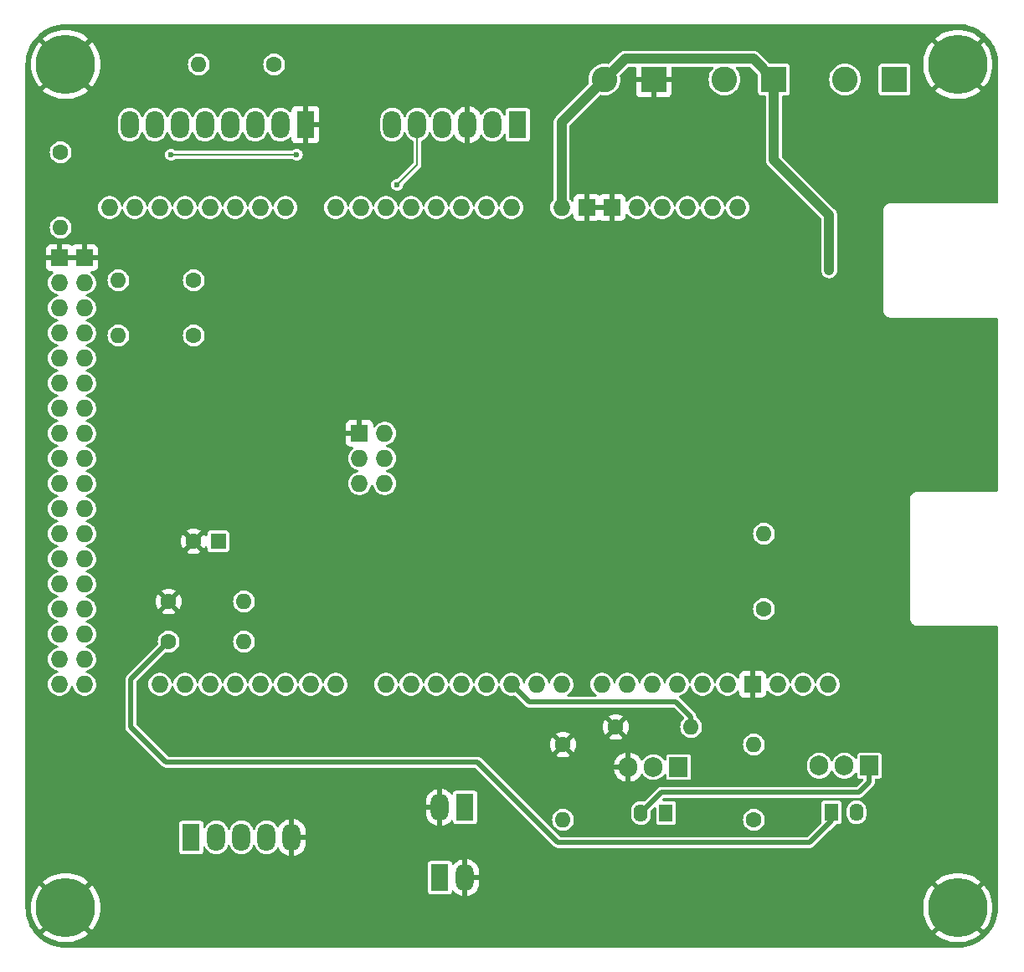
<source format=gbr>
%TF.GenerationSoftware,KiCad,Pcbnew,8.0.1*%
%TF.CreationDate,2025-01-03T15:44:18+01:00*%
%TF.ProjectId,TEEKeeper_V1.0,5445454b-6565-4706-9572-5f56312e302e,rev?*%
%TF.SameCoordinates,PX7b0df40PY6e75580*%
%TF.FileFunction,Copper,L2,Bot*%
%TF.FilePolarity,Positive*%
%FSLAX46Y46*%
G04 Gerber Fmt 4.6, Leading zero omitted, Abs format (unit mm)*
G04 Created by KiCad (PCBNEW 8.0.1) date 2025-01-03 15:44:18*
%MOMM*%
%LPD*%
G01*
G04 APERTURE LIST*
%TA.AperFunction,ComponentPad*%
%ADD10C,6.000000*%
%TD*%
%TA.AperFunction,ComponentPad*%
%ADD11C,1.600000*%
%TD*%
%TA.AperFunction,ComponentPad*%
%ADD12O,1.600000X1.600000*%
%TD*%
%TA.AperFunction,ComponentPad*%
%ADD13R,1.800000X2.800000*%
%TD*%
%TA.AperFunction,ComponentPad*%
%ADD14O,1.800000X2.800000*%
%TD*%
%TA.AperFunction,ComponentPad*%
%ADD15O,1.727200X1.727200*%
%TD*%
%TA.AperFunction,ComponentPad*%
%ADD16R,1.727200X1.727200*%
%TD*%
%TA.AperFunction,ComponentPad*%
%ADD17R,2.600000X2.600000*%
%TD*%
%TA.AperFunction,ComponentPad*%
%ADD18C,2.600000*%
%TD*%
%TA.AperFunction,ComponentPad*%
%ADD19R,1.400000X1.800000*%
%TD*%
%TA.AperFunction,ComponentPad*%
%ADD20O,1.400000X1.800000*%
%TD*%
%TA.AperFunction,ComponentPad*%
%ADD21R,1.600000X1.600000*%
%TD*%
%TA.AperFunction,ComponentPad*%
%ADD22R,1.905000X2.000000*%
%TD*%
%TA.AperFunction,ComponentPad*%
%ADD23O,1.905000X2.000000*%
%TD*%
%TA.AperFunction,ViaPad*%
%ADD24C,0.600000*%
%TD*%
%TA.AperFunction,ViaPad*%
%ADD25C,1.000000*%
%TD*%
%TA.AperFunction,Conductor*%
%ADD26C,1.000000*%
%TD*%
%TA.AperFunction,Conductor*%
%ADD27C,0.200000*%
%TD*%
%TA.AperFunction,Conductor*%
%ADD28C,0.500000*%
%TD*%
G04 APERTURE END LIST*
D10*
%TO.P,H4,1*%
%TO.N,GND*%
X0Y0D03*
%TD*%
D11*
%TO.P,R5,1*%
%TO.N,GND*%
X50292000Y16510000D03*
D12*
%TO.P,R5,2*%
%TO.N,Net-(P_DOOR1-G)*%
X50292000Y8890000D03*
%TD*%
D11*
%TO.P,R4,1*%
%TO.N,GND*%
X10414000Y30988000D03*
D12*
%TO.P,R4,2*%
%TO.N,/System_Shield/Analog_PCB/DOOR_SENS*%
X18034000Y30988000D03*
%TD*%
D13*
%TO.P,Buzzer1,1*%
%TO.N,/System_Shield/Digital_PCB/BUZ*%
X40386000Y10160000D03*
D14*
%TO.P,Buzzer1,2*%
%TO.N,GND*%
X37846000Y10160000D03*
%TD*%
D11*
%TO.P,R10,1*%
%TO.N,/System_Shield/Digital_PCB/CLK*%
X12954000Y63500000D03*
D12*
%TO.P,R10,2*%
%TO.N,Net-(A1-D52_SCK)*%
X5334000Y63500000D03*
%TD*%
D15*
%TO.P,A1,*%
%TO.N,*%
X67950000Y70866000D03*
%TO.P,A1,3V3,3.3V*%
%TO.N,unconnected-(A1-3.3V-Pad3V3)*%
X60330000Y70866000D03*
%TO.P,A1,5V1,5V*%
%TO.N,5V*%
X57790000Y70866000D03*
%TO.P,A1,5V2,SPI_5V*%
%TO.N,unconnected-(A1-SPI_5V-Pad5V2)*%
X29723000Y42926000D03*
%TO.P,A1,5V3,5V*%
%TO.N,5V*%
X1910000Y22606000D03*
%TO.P,A1,5V4,5V*%
%TO.N,unconnected-(A1-5V-Pad5V4)*%
X-630000Y22606000D03*
%TO.P,A1,A0,A0*%
%TO.N,unconnected-(A1-PadA0)*%
X45090000Y70866000D03*
%TO.P,A1,A1,A1*%
%TO.N,unconnected-(A1-PadA1)*%
X42550000Y70866000D03*
%TO.P,A1,A2,A2*%
%TO.N,unconnected-(A1-PadA2)*%
X40010000Y70866000D03*
%TO.P,A1,A3,A3*%
%TO.N,unconnected-(A1-PadA3)*%
X37470000Y70866000D03*
%TO.P,A1,A4,A4*%
%TO.N,unconnected-(A1-PadA4)*%
X34930000Y70866000D03*
%TO.P,A1,A5,A5*%
%TO.N,unconnected-(A1-PadA5)*%
X32390000Y70866000D03*
%TO.P,A1,A6,A6*%
%TO.N,unconnected-(A1-PadA6)*%
X29850000Y70866000D03*
%TO.P,A1,A7,A7*%
%TO.N,unconnected-(A1-PadA7)*%
X27310000Y70866000D03*
%TO.P,A1,A8,A8*%
%TO.N,unconnected-(A1-PadA8)*%
X22230000Y70866000D03*
%TO.P,A1,A9,A9*%
%TO.N,unconnected-(A1-PadA9)*%
X19690000Y70866000D03*
%TO.P,A1,A10,A10*%
%TO.N,unconnected-(A1-PadA10)*%
X17150000Y70866000D03*
%TO.P,A1,A11,A11*%
%TO.N,unconnected-(A1-PadA11)*%
X14610000Y70866000D03*
%TO.P,A1,A12,A12*%
%TO.N,unconnected-(A1-PadA12)*%
X12070000Y70866000D03*
%TO.P,A1,A13,A13*%
%TO.N,unconnected-(A1-PadA13)*%
X9530000Y70866000D03*
%TO.P,A1,A14,A14*%
%TO.N,unconnected-(A1-PadA14)*%
X6990000Y70866000D03*
%TO.P,A1,A15,A15*%
%TO.N,unconnected-(A1-PadA15)*%
X4450000Y70866000D03*
%TO.P,A1,AREF,AREF*%
%TO.N,unconnected-(A1-PadAREF)*%
X72014000Y22606000D03*
%TO.P,A1,D0,D0/RX0*%
%TO.N,unconnected-(A1-D0{slash}RX0-PadD0)*%
X32390000Y22606000D03*
%TO.P,A1,D1,D1/TX0*%
%TO.N,unconnected-(A1-D1{slash}TX0-PadD1)*%
X34930000Y22606000D03*
%TO.P,A1,D2,D2_INT0*%
%TO.N,/System_Shield/Digital_PCB/D2_INTRR*%
X37470000Y22606000D03*
%TO.P,A1,D3,D3_INT1*%
%TO.N,/System_Shield/Digital_PCB/D3_INTRR*%
X40010000Y22606000D03*
%TO.P,A1,D4,D4*%
%TO.N,/System_Shield/Digital_PCB/D4*%
X42550000Y22606000D03*
%TO.P,A1,D5,D5*%
%TO.N,/System_Shield/Analog_PCB/HEATER_CT*%
X45090000Y22606000D03*
%TO.P,A1,D6,D6*%
%TO.N,unconnected-(A1-PadD6)*%
X47630000Y22606000D03*
%TO.P,A1,D7,D7*%
%TO.N,unconnected-(A1-PadD7)*%
X50170000Y22606000D03*
%TO.P,A1,D8,D8*%
%TO.N,/System_Shield/Digital_PCB/BUZ*%
X54234000Y22606000D03*
%TO.P,A1,D9,D9*%
%TO.N,unconnected-(A1-PadD9)*%
X56774000Y22606000D03*
%TO.P,A1,D10,D10*%
%TO.N,unconnected-(A1-PadD10)*%
X59314000Y22606000D03*
%TO.P,A1,D11,D11*%
%TO.N,unconnected-(A1-PadD11)*%
X61854000Y22606000D03*
%TO.P,A1,D12,D12*%
%TO.N,unconnected-(A1-PadD12)*%
X64394000Y22606000D03*
%TO.P,A1,D13,D13*%
%TO.N,unconnected-(A1-PadD13)*%
X66934000Y22606000D03*
%TO.P,A1,D14,D14/TX3*%
%TO.N,unconnected-(A1-D14{slash}TX3-PadD14)*%
X27310000Y22606000D03*
%TO.P,A1,D15,D15/RX3*%
%TO.N,unconnected-(A1-D15{slash}RX3-PadD15)*%
X24770000Y22606000D03*
%TO.P,A1,D16,D16/TX2*%
%TO.N,unconnected-(A1-D16{slash}TX2-PadD16)*%
X22230000Y22606000D03*
%TO.P,A1,D17,D17/RX2*%
%TO.N,/System_Shield/Digital_PCB/CS_PROBE*%
X19690000Y22606000D03*
%TO.P,A1,D18,D18/TX1*%
%TO.N,/System_Shield/Digital_PCB/CS_SD*%
X17150000Y22606000D03*
%TO.P,A1,D19,D19/RX1*%
%TO.N,/System_Shield/Analog_PCB/DOOR_SENS*%
X14610000Y22606000D03*
%TO.P,A1,D20,D20/SDA*%
%TO.N,unconnected-(A1-D20{slash}SDA-PadD20)*%
X12070000Y22606000D03*
%TO.P,A1,D21,D21/SCL*%
%TO.N,unconnected-(A1-D21{slash}SCL-PadD21)*%
X9530000Y22606000D03*
%TO.P,A1,D22,D22*%
%TO.N,unconnected-(A1-PadD22)*%
X1910000Y25146000D03*
%TO.P,A1,D23,D23*%
%TO.N,unconnected-(A1-PadD23)*%
X-630000Y25146000D03*
%TO.P,A1,D24,D24*%
%TO.N,unconnected-(A1-PadD24)*%
X1910000Y27686000D03*
%TO.P,A1,D25,D25*%
%TO.N,unconnected-(A1-PadD25)*%
X-630000Y27686000D03*
%TO.P,A1,D26,D26*%
%TO.N,unconnected-(A1-PadD26)*%
X1910000Y30226000D03*
%TO.P,A1,D27,D27*%
%TO.N,unconnected-(A1-PadD27)*%
X-630000Y30226000D03*
%TO.P,A1,D28,D28*%
%TO.N,unconnected-(A1-PadD28)*%
X1910000Y32766000D03*
%TO.P,A1,D29,D29*%
%TO.N,unconnected-(A1-PadD29)*%
X-630000Y32766000D03*
%TO.P,A1,D30,D30*%
%TO.N,unconnected-(A1-PadD30)*%
X1910000Y35306000D03*
%TO.P,A1,D31,D31*%
%TO.N,unconnected-(A1-PadD31)*%
X-630000Y35306000D03*
%TO.P,A1,D32,D32*%
%TO.N,unconnected-(A1-PadD32)*%
X1910000Y37846000D03*
%TO.P,A1,D33,D33*%
%TO.N,unconnected-(A1-PadD33)*%
X-630000Y37846000D03*
%TO.P,A1,D34,D34*%
%TO.N,unconnected-(A1-PadD34)*%
X1910000Y40386000D03*
%TO.P,A1,D35,D35*%
%TO.N,unconnected-(A1-PadD35)*%
X-630000Y40386000D03*
%TO.P,A1,D36,D36*%
%TO.N,unconnected-(A1-PadD36)*%
X1910000Y42926000D03*
%TO.P,A1,D37,D37*%
%TO.N,unconnected-(A1-PadD37)*%
X-630000Y42926000D03*
%TO.P,A1,D38,D38*%
%TO.N,unconnected-(A1-PadD38)*%
X1910000Y45466000D03*
%TO.P,A1,D39,D39*%
%TO.N,unconnected-(A1-PadD39)*%
X-630000Y45466000D03*
%TO.P,A1,D40,D40*%
%TO.N,unconnected-(A1-PadD40)*%
X1910000Y48006000D03*
%TO.P,A1,D41,D41*%
%TO.N,unconnected-(A1-PadD41)*%
X-630000Y48006000D03*
%TO.P,A1,D42,D42*%
%TO.N,unconnected-(A1-PadD42)*%
X1910000Y50546000D03*
%TO.P,A1,D43,D43*%
%TO.N,unconnected-(A1-PadD43)*%
X-630000Y50546000D03*
%TO.P,A1,D44,D44*%
%TO.N,unconnected-(A1-PadD44)*%
X1910000Y53086000D03*
%TO.P,A1,D45,D45*%
%TO.N,unconnected-(A1-PadD45)*%
X-630000Y53086000D03*
%TO.P,A1,D46,D46*%
%TO.N,unconnected-(A1-PadD46)*%
X1910000Y55626000D03*
%TO.P,A1,D47,D47*%
%TO.N,unconnected-(A1-PadD47)*%
X-630000Y55626000D03*
%TO.P,A1,D48,D48*%
%TO.N,unconnected-(A1-PadD48)*%
X1910000Y58166000D03*
%TO.P,A1,D49,D49*%
%TO.N,unconnected-(A1-PadD49)*%
X-630000Y58166000D03*
%TO.P,A1,D50,D50_MISO*%
%TO.N,/System_Shield/Digital_PCB/MISO*%
X1910000Y60706000D03*
%TO.P,A1,D51,D51_MOSI*%
%TO.N,Net-(A1-D51_MOSI)*%
X-630000Y60706000D03*
%TO.P,A1,D52,D52_SCK*%
%TO.N,Net-(A1-D52_SCK)*%
X1910000Y63246000D03*
%TO.P,A1,D53,D53_CS*%
%TO.N,/System_Shield/Digital_PCB/CS*%
X-630000Y63246000D03*
D16*
%TO.P,A1,GND1,GND*%
%TO.N,GND*%
X69474000Y22606000D03*
%TO.P,A1,GND2,GND*%
X55250000Y70866000D03*
%TO.P,A1,GND3,GND*%
X52710000Y70866000D03*
%TO.P,A1,GND4,SPI_GND*%
X29723000Y48006000D03*
%TO.P,A1,GND5,GND*%
X1910000Y65786000D03*
%TO.P,A1,GND6,GND*%
X-630000Y65786000D03*
D15*
%TO.P,A1,IORF,IOREF*%
%TO.N,unconnected-(A1-IOREF-PadIORF)*%
X65410000Y70866000D03*
%TO.P,A1,MISO,SPI_MISO*%
%TO.N,unconnected-(A1-SPI_MISO-PadMISO)*%
X32263000Y42926000D03*
%TO.P,A1,MOSI,SPI_MOSI*%
%TO.N,unconnected-(A1-SPI_MOSI-PadMOSI)*%
X29723000Y45466000D03*
%TO.P,A1,RST1,RESET*%
%TO.N,/System_Shield/Digital_PCB/RESET*%
X62870000Y70866000D03*
%TO.P,A1,RST2,SPI_RESET*%
%TO.N,unconnected-(A1-SPI_RESET-PadRST2)*%
X32263000Y48006000D03*
%TO.P,A1,SCK,SPI_SCK*%
%TO.N,unconnected-(A1-SPI_SCK-PadSCK)*%
X32263000Y45466000D03*
%TO.P,A1,SCL,SCL*%
%TO.N,unconnected-(A1-PadSCL)*%
X77094000Y22606000D03*
%TO.P,A1,SDA,SDA*%
%TO.N,unconnected-(A1-PadSDA)*%
X74554000Y22606000D03*
%TO.P,A1,VIN,VIN*%
%TO.N,/System_Shield/Analog_PCB/VIN*%
X50170000Y70866000D03*
%TD*%
D17*
%TO.P,SSR3,1*%
%TO.N,Net-(P_DOOR1-G)*%
X83820000Y83828000D03*
D18*
%TO.P,SSR3,2*%
%TO.N,Net-(R7-Pad2)*%
X78820000Y83828000D03*
%TD*%
D10*
%TO.P,H1,1*%
%TO.N,GND*%
X0Y85344000D03*
%TD*%
D11*
%TO.P,R12,1*%
%TO.N,Net-(R12-Pad1)*%
X-508000Y76454000D03*
D12*
%TO.P,R12,2*%
%TO.N,/System_Shield/Digital_PCB/MISO*%
X-508000Y68834000D03*
%TD*%
D19*
%TO.P,LED_SSR1,1*%
%TO.N,Net-(LED_SSR1-Pad1)*%
X60711000Y9581000D03*
D20*
%TO.P,LED_SSR1,2*%
%TO.N,Net-(P_DOOR1-G)*%
X58171000Y9581000D03*
%TD*%
D10*
%TO.P,H2,1*%
%TO.N,GND*%
X90220800Y85344000D03*
%TD*%
D11*
%TO.P,R11,1*%
%TO.N,/System_Shield/Digital_PCB/MOSI*%
X12954000Y57912000D03*
D12*
%TO.P,R11,2*%
%TO.N,Net-(A1-D51_MOSI)*%
X5334000Y57912000D03*
%TD*%
D19*
%TO.P,Door1,1*%
%TO.N,Net-(Door1-Pad1)*%
X77439600Y9652000D03*
D20*
%TO.P,Door1,2*%
%TO.N,Net-(P_DOOR1-D)*%
X79979600Y9652000D03*
%TD*%
D10*
%TO.P,H3,1*%
%TO.N,GND*%
X90220800Y0D03*
%TD*%
D17*
%TO.P,12V1,1*%
%TO.N,GND*%
X59476000Y83828000D03*
D18*
%TO.P,12V1,2*%
%TO.N,/System_Shield/Analog_PCB/VIN*%
X54476000Y83828000D03*
%TD*%
D13*
%TO.P,SD_CARD1,1*%
%TO.N,GND*%
X24257000Y79248000D03*
D14*
%TO.P,SD_CARD1,2*%
%TO.N,unconnected-(SD_CARD1-Pad2)*%
X21717000Y79248000D03*
%TO.P,SD_CARD1,3*%
%TO.N,5V*%
X19177000Y79248000D03*
%TO.P,SD_CARD1,4*%
%TO.N,/System_Shield/Digital_PCB/CS_SD*%
X16637000Y79248000D03*
%TO.P,SD_CARD1,5*%
%TO.N,/System_Shield/Digital_PCB/MOSI*%
X14097000Y79248000D03*
%TO.P,SD_CARD1,6*%
%TO.N,/System_Shield/Digital_PCB/CLK*%
X11557000Y79248000D03*
%TO.P,SD_CARD1,7*%
%TO.N,Net-(R12-Pad1)*%
X9017000Y79248000D03*
%TO.P,SD_CARD1,8*%
%TO.N,unconnected-(SD_CARD1-Pad8)*%
X6477000Y79248000D03*
%TD*%
D11*
%TO.P,R7,1*%
%TO.N,Net-(N_SSR1-D)*%
X70612000Y30226000D03*
D12*
%TO.P,R7,2*%
%TO.N,Net-(R7-Pad2)*%
X70612000Y37846000D03*
%TD*%
D13*
%TO.P,ROTARY_ENCODER_PB1,1*%
%TO.N,5V*%
X12700000Y7112000D03*
D14*
%TO.P,ROTARY_ENCODER_PB1,2*%
%TO.N,/System_Shield/Digital_PCB/D4*%
X15240000Y7112000D03*
%TO.P,ROTARY_ENCODER_PB1,3*%
%TO.N,/System_Shield/Digital_PCB/D3_INTRR*%
X17780000Y7112000D03*
%TO.P,ROTARY_ENCODER_PB1,4*%
%TO.N,/System_Shield/Digital_PCB/D2_INTRR*%
X20320000Y7112000D03*
%TO.P,ROTARY_ENCODER_PB1,5*%
%TO.N,GND*%
X22860000Y7112000D03*
%TD*%
D11*
%TO.P,R6,1*%
%TO.N,Net-(LED_SSR1-Pad1)*%
X69596000Y8890000D03*
D12*
%TO.P,R6,2*%
%TO.N,Net-(N_SSR1-D)*%
X69596000Y16510000D03*
%TD*%
D11*
%TO.P,R3,1*%
%TO.N,Net-(Door1-Pad1)*%
X10414000Y26924000D03*
D12*
%TO.P,R3,2*%
%TO.N,/System_Shield/Analog_PCB/DOOR_SENS*%
X18034000Y26924000D03*
%TD*%
D13*
%TO.P,MAX31855K1,1*%
%TO.N,5V*%
X45720000Y79248000D03*
D14*
%TO.P,MAX31855K1,2*%
%TO.N,unconnected-(MAX31855K1-Pad2)*%
X43180000Y79248000D03*
%TO.P,MAX31855K1,3*%
%TO.N,GND*%
X40640000Y79248000D03*
%TO.P,MAX31855K1,4*%
%TO.N,Net-(MAX31855K1-Pad4)*%
X38100000Y79248000D03*
%TO.P,MAX31855K1,5*%
%TO.N,/System_Shield/Digital_PCB/CS_PROBE*%
X35560000Y79248000D03*
%TO.P,MAX31855K1,6*%
%TO.N,/System_Shield/Digital_PCB/CLK*%
X33020000Y79248000D03*
%TD*%
D11*
%TO.P,R8,1*%
%TO.N,GND*%
X55626000Y18288000D03*
D12*
%TO.P,R8,2*%
%TO.N,/System_Shield/Analog_PCB/HEATER_CT*%
X63246000Y18288000D03*
%TD*%
D17*
%TO.P,DOOR2,1*%
%TO.N,/System_Shield/Analog_PCB/VIN*%
X71628000Y83828000D03*
D18*
%TO.P,DOOR2,2*%
%TO.N,Net-(P_DOOR1-G)*%
X66628000Y83828000D03*
%TD*%
D13*
%TO.P,RESET_BUTTON1,1*%
%TO.N,/System_Shield/Digital_PCB/RESET*%
X37846000Y3048000D03*
D14*
%TO.P,RESET_BUTTON1,2*%
%TO.N,GND*%
X40386000Y3048000D03*
%TD*%
D11*
%TO.P,R9,1*%
%TO.N,Net-(MAX31855K1-Pad4)*%
X21082000Y85344000D03*
D12*
%TO.P,R9,2*%
%TO.N,/System_Shield/Digital_PCB/MISO*%
X13462000Y85344000D03*
%TD*%
D21*
%TO.P,C1,1*%
%TO.N,/System_Shield/Analog_PCB/DOOR_SENS*%
X15429113Y37084000D03*
D11*
%TO.P,C1,2*%
%TO.N,GND*%
X12929113Y37084000D03*
%TD*%
D22*
%TO.P,N_SSR1,1,G*%
%TO.N,/System_Shield/Analog_PCB/HEATER_CT*%
X61976000Y14224000D03*
D23*
%TO.P,N_SSR1,2,D*%
%TO.N,Net-(N_SSR1-D)*%
X59436000Y14224000D03*
%TO.P,N_SSR1,3,S*%
%TO.N,GND*%
X56896000Y14224000D03*
%TD*%
D22*
%TO.P,P_DOOR1,1,G*%
%TO.N,Net-(P_DOOR1-G)*%
X81280000Y14366000D03*
D23*
%TO.P,P_DOOR1,2,D*%
%TO.N,Net-(P_DOOR1-D)*%
X78740000Y14366000D03*
%TO.P,P_DOOR1,3,S*%
%TO.N,/System_Shield/Analog_PCB/VIN*%
X76200000Y14366000D03*
%TD*%
D24*
%TO.N,GND*%
X83312000Y35052000D03*
X79248000Y35052000D03*
X68580000Y35052000D03*
X74168000Y35052000D03*
X83312000Y40132000D03*
X79248000Y40132000D03*
X68580000Y40132000D03*
X74168000Y40132000D03*
X83312000Y45212000D03*
X79248000Y45212000D03*
X68580000Y45212000D03*
X74168000Y45212000D03*
X79248000Y65024000D03*
X68580000Y65024000D03*
X74168000Y65024000D03*
X83312000Y57404000D03*
X79248000Y57404000D03*
X68580000Y57404000D03*
X74168000Y57404000D03*
X83312000Y51308000D03*
X6350000Y65024000D03*
X5080000Y66548000D03*
X10414000Y64516000D03*
X8636000Y65024000D03*
X14478000Y64770000D03*
X14478000Y62484000D03*
X16256000Y66802000D03*
X16256000Y64770000D03*
X16256000Y62484000D03*
X16256000Y59944000D03*
X39116000Y81534000D03*
X38608000Y85090000D03*
X35560000Y86614000D03*
X33070800Y86614000D03*
X30581600Y86614000D03*
X28092400Y86614000D03*
X25603200Y86614000D03*
X23114000Y86614000D03*
X10668000Y86360000D03*
X7112000Y86360000D03*
X3810000Y84582000D03*
X254000Y80772000D03*
X-1270000Y79248000D03*
X37084000Y81534000D03*
X37084000Y83566000D03*
X35560000Y84328000D03*
X33070800Y84328000D03*
X30581600Y84328000D03*
X28092400Y84328000D03*
X25603200Y84328000D03*
X23114000Y84328000D03*
X9398000Y82550000D03*
X7112000Y82804000D03*
X10668000Y84328000D03*
X7112000Y84328000D03*
X5334000Y83058000D03*
X3302000Y81534000D03*
X1524000Y79502000D03*
X0Y78232000D03*
X11430000Y74930000D03*
X8890000Y74930000D03*
X6096000Y74930000D03*
X3810000Y74930000D03*
X1778000Y72644000D03*
X1778000Y70104000D03*
X-2286000Y75184000D03*
X-2286000Y72390000D03*
X-2286000Y70104000D03*
X-2286000Y67564000D03*
X3556000Y57658000D03*
X4064000Y59690000D03*
X3810000Y62484000D03*
X3810000Y64516000D03*
X8128000Y66294000D03*
X6604000Y67818000D03*
X75692000Y8382000D03*
X77470000Y7112000D03*
X66548000Y5334000D03*
X53848000Y5334000D03*
X53594000Y7620000D03*
X53340000Y10160000D03*
X66548000Y8382000D03*
X66548000Y10668000D03*
X66548000Y13970000D03*
X69342000Y19050000D03*
X72644000Y16510000D03*
X27432000Y24638000D03*
X32512000Y24638000D03*
X43434000Y29718000D03*
X41148000Y27940000D03*
X38608000Y26162000D03*
X36322000Y24638000D03*
X34290000Y30480000D03*
X34290000Y28448000D03*
X34290000Y26670000D03*
X34290000Y24892000D03*
D25*
%TO.N,/System_Shield/Analog_PCB/VIN*%
X77216000Y64516000D03*
D24*
%TO.N,/System_Shield/Digital_PCB/CLK*%
X23368000Y76200000D03*
X10668000Y76200000D03*
%TO.N,/System_Shield/Digital_PCB/CS_PROBE*%
X33528000Y73152000D03*
%TO.N,GND*%
X15748000Y18796000D03*
X54000400Y47142400D03*
X68580000Y51308000D03*
X18288000Y18288000D03*
X48031400Y76479400D03*
X20320000Y17272000D03*
X21488400Y67335400D03*
X87249000Y16992600D03*
X83540600Y20548600D03*
X26619200Y40462200D03*
X26670000Y67335400D03*
X74168000Y51308000D03*
X13208000Y18796000D03*
X11176000Y16764000D03*
X24130000Y67284600D03*
X22352000Y16256000D03*
X79248000Y51308000D03*
X61087000Y59944000D03*
X81254600Y22834600D03*
X21437600Y40462200D03*
X24079200Y40411400D03*
X77622400Y24409400D03*
X48031400Y72771000D03*
X1930400Y18084800D03*
X3657600Y19532600D03*
X50876200Y47091600D03*
X59563000Y61798200D03*
%TD*%
D26*
%TO.N,/System_Shield/Analog_PCB/VIN*%
X71628000Y75692000D02*
X71628000Y83828000D01*
X77216000Y70104000D02*
X71628000Y75692000D01*
X77216000Y64516000D02*
X77216000Y70104000D01*
D27*
%TO.N,GND*%
X85013800Y19227800D02*
X87249000Y16992600D01*
X84861400Y19227800D02*
X85013800Y19227800D01*
X41656000Y27940000D02*
X41148000Y27940000D01*
X43434000Y29718000D02*
X41656000Y27940000D01*
X39624000Y26416000D02*
X41148000Y27940000D01*
X38862000Y26416000D02*
X39624000Y26416000D01*
X38608000Y26162000D02*
X38862000Y26416000D01*
X37084000Y24638000D02*
X38608000Y26162000D01*
X36322000Y24638000D02*
X37084000Y24638000D01*
X34290000Y28448000D02*
X34290000Y30480000D01*
X34290000Y26670000D02*
X34290000Y28448000D01*
X34290000Y24892000D02*
X34290000Y26670000D01*
X27432000Y24638000D02*
X32512000Y24638000D01*
D26*
%TO.N,/System_Shield/Analog_PCB/VIN*%
X54476000Y83828000D02*
X50170000Y79522000D01*
X69528000Y85928000D02*
X71628000Y83828000D01*
X54476000Y83828000D02*
X56576000Y85928000D01*
X56576000Y85928000D02*
X69528000Y85928000D01*
X50170000Y79522000D02*
X50170000Y70866000D01*
D27*
%TO.N,/System_Shield/Digital_PCB/CLK*%
X23368000Y76200000D02*
X10668000Y76200000D01*
D28*
%TO.N,/System_Shield/Analog_PCB/HEATER_CT*%
X45090000Y22606000D02*
X46868000Y20828000D01*
X61722000Y20828000D02*
X63246000Y19304000D01*
X63246000Y19304000D02*
X63246000Y18288000D01*
X46868000Y20828000D02*
X61722000Y20828000D01*
D27*
%TO.N,/System_Shield/Digital_PCB/CS_PROBE*%
X33528000Y73152000D02*
X35560000Y75184000D01*
X35560000Y75184000D02*
X35560000Y79248000D01*
D28*
%TO.N,Net-(Door1-Pad1)*%
X77439600Y9652000D02*
X77439600Y8788600D01*
X6604000Y18288000D02*
X6604000Y23114000D01*
X41656000Y14732000D02*
X49784000Y6604000D01*
X41656000Y14732000D02*
X10160000Y14732000D01*
X77439600Y8788600D02*
X75255000Y6604000D01*
X6604000Y23114000D02*
X10414000Y26924000D01*
X10160000Y14732000D02*
X6604000Y18288000D01*
X75255000Y6604000D02*
X49784000Y6604000D01*
%TO.N,Net-(P_DOOR1-G)*%
X81280000Y12700000D02*
X81280000Y14366000D01*
X60274000Y11684000D02*
X80264000Y11684000D01*
X58171000Y9581000D02*
X60274000Y11684000D01*
X80264000Y11684000D02*
X81280000Y12700000D01*
D27*
%TO.N,GND*%
X19812000Y17780000D02*
X20320000Y17272000D01*
X21336000Y17272000D02*
X20320000Y17272000D01*
X24155400Y40335200D02*
X26492200Y40335200D01*
X61087000Y60274200D02*
X61087000Y59944000D01*
X22352000Y16256000D02*
X21336000Y17272000D01*
X15748000Y18796000D02*
X13208000Y18796000D01*
X21437600Y40462200D02*
X24028400Y40462200D01*
X15748000Y18796000D02*
X17780000Y18796000D01*
X26492200Y40335200D02*
X26619200Y40462200D01*
X18796000Y17780000D02*
X19812000Y17780000D01*
X48031400Y72771000D02*
X48031400Y76479400D01*
X24079200Y67335400D02*
X24130000Y67284600D01*
X24028400Y40462200D02*
X24079200Y40411400D01*
X59563000Y61798200D02*
X61087000Y60274200D01*
X3378200Y19532600D02*
X3657600Y19532600D01*
X26670000Y67335400D02*
X24180800Y67335400D01*
X24180800Y67335400D02*
X24130000Y67284600D01*
X11176000Y16764000D02*
X13208000Y18796000D01*
X79679800Y24409400D02*
X77622400Y24409400D01*
X18288000Y18288000D02*
X18796000Y17780000D01*
X1930400Y18084800D02*
X3378200Y19532600D01*
X17780000Y18796000D02*
X18288000Y18288000D01*
X24079200Y40411400D02*
X24155400Y40335200D01*
X53949600Y47091600D02*
X54000400Y47142400D01*
X81254600Y22834600D02*
X79679800Y24409400D01*
X50876200Y47091600D02*
X53949600Y47091600D01*
X21488400Y67335400D02*
X24079200Y67335400D01*
X84861400Y19227800D02*
X83540600Y20548600D01*
X83540600Y20548600D02*
X81254600Y22834600D01*
%TD*%
%TA.AperFunction,Conductor*%
%TO.N,GND*%
G36*
X1436619Y65982081D02*
G01*
X1402000Y65852880D01*
X1402000Y65719120D01*
X1436619Y65589919D01*
X1467749Y65536000D01*
X-187749Y65536000D01*
X-156619Y65589919D01*
X-122000Y65719120D01*
X-122000Y65852880D01*
X-156619Y65982081D01*
X-187749Y66036000D01*
X1467749Y66036000D01*
X1436619Y65982081D01*
G37*
%TD.AperFunction*%
%TA.AperFunction,Conductor*%
G36*
X54776619Y71062081D02*
G01*
X54742000Y70932880D01*
X54742000Y70799120D01*
X54776619Y70669919D01*
X54807749Y70616000D01*
X53152251Y70616000D01*
X53183381Y70669919D01*
X53218000Y70799120D01*
X53218000Y70932880D01*
X53183381Y71062081D01*
X53152251Y71116000D01*
X54807749Y71116000D01*
X54776619Y71062081D01*
G37*
%TD.AperFunction*%
%TA.AperFunction,Conductor*%
G36*
X90223677Y89443501D02*
G01*
X90597424Y89426032D01*
X90608938Y89424953D01*
X90976554Y89373102D01*
X90987906Y89370956D01*
X91349094Y89285039D01*
X91360189Y89281845D01*
X91711761Y89162620D01*
X91722537Y89158396D01*
X91767618Y89138244D01*
X92061467Y89006891D01*
X92071805Y89001677D01*
X92395098Y88819233D01*
X92404906Y88813078D01*
X92709795Y88601258D01*
X92718977Y88594221D01*
X93002772Y88354890D01*
X93011259Y88347025D01*
X93271492Y88082266D01*
X93279214Y88073638D01*
X93346743Y87990703D01*
X93500357Y87802043D01*
X93513611Y87785766D01*
X93520495Y87776455D01*
X93727013Y87467978D01*
X93732999Y87458066D01*
X93909853Y87131653D01*
X93914887Y87121226D01*
X94060514Y86779763D01*
X94064555Y86768911D01*
X94177700Y86415334D01*
X94180710Y86404154D01*
X94260381Y86041568D01*
X94262335Y86030155D01*
X94307837Y85661722D01*
X94308718Y85650176D01*
X94319655Y85279114D01*
X94319456Y85267536D01*
X94298036Y84933062D01*
X94294007Y84908684D01*
X94292419Y84902800D01*
X94292419Y84902799D01*
X94292361Y84870932D01*
X94291603Y84857467D01*
X94288083Y84825786D01*
X94288083Y84825774D01*
X94290799Y84807939D01*
X94292212Y84789051D01*
X94274562Y75029412D01*
X94268926Y71912523D01*
X94268086Y71448276D01*
X94248280Y71381272D01*
X94195393Y71335613D01*
X94144086Y71324500D01*
X83389155Y71324500D01*
X83234510Y71293739D01*
X83234498Y71293736D01*
X83088827Y71233398D01*
X83088814Y71233391D01*
X82957711Y71145790D01*
X82957707Y71145787D01*
X82846213Y71034293D01*
X82846210Y71034289D01*
X82758609Y70903186D01*
X82758602Y70903173D01*
X82698264Y70757502D01*
X82698261Y70757490D01*
X82667500Y70602847D01*
X82667500Y60445154D01*
X82698261Y60290511D01*
X82698264Y60290499D01*
X82758602Y60144828D01*
X82758609Y60144815D01*
X82846210Y60013712D01*
X82846213Y60013708D01*
X82957707Y59902214D01*
X82957711Y59902211D01*
X83088814Y59814610D01*
X83088827Y59814603D01*
X83189154Y59773047D01*
X83234503Y59754263D01*
X83389153Y59723501D01*
X83389156Y59723500D01*
X83389158Y59723500D01*
X83402108Y59723500D01*
X94143500Y59723500D01*
X94210539Y59703815D01*
X94256294Y59651011D01*
X94267500Y59599500D01*
X94267499Y42248501D01*
X94247814Y42181462D01*
X94195010Y42135707D01*
X94143499Y42124501D01*
X86102108Y42124500D01*
X86089155Y42124500D01*
X85934510Y42093739D01*
X85934498Y42093736D01*
X85788827Y42033398D01*
X85788814Y42033391D01*
X85657711Y41945790D01*
X85657707Y41945787D01*
X85546213Y41834293D01*
X85546210Y41834289D01*
X85458609Y41703186D01*
X85458602Y41703173D01*
X85398264Y41557502D01*
X85398261Y41557490D01*
X85367500Y41402847D01*
X85367500Y29245154D01*
X85398261Y29090511D01*
X85398264Y29090499D01*
X85458602Y28944828D01*
X85458609Y28944815D01*
X85546210Y28813712D01*
X85546213Y28813708D01*
X85657707Y28702214D01*
X85657711Y28702211D01*
X85788814Y28614610D01*
X85788827Y28614603D01*
X85934498Y28554265D01*
X85934503Y28554263D01*
X86089153Y28523501D01*
X86089156Y28523500D01*
X86089158Y28523500D01*
X86102108Y28523500D01*
X94143780Y28523500D01*
X94210819Y28503815D01*
X94256574Y28451011D01*
X94267779Y28399608D01*
X94268293Y27805981D01*
X94292297Y2925D01*
X94292165Y-2909D01*
X94275196Y-369945D01*
X94274139Y-381349D01*
X94223766Y-742462D01*
X94221661Y-753721D01*
X94138186Y-1108635D01*
X94135052Y-1119651D01*
X94019181Y-1465364D01*
X94015043Y-1476044D01*
X93867774Y-1809576D01*
X93862669Y-1819829D01*
X93685250Y-2138356D01*
X93679221Y-2148094D01*
X93473163Y-2448902D01*
X93466260Y-2458042D01*
X93233337Y-2738541D01*
X93225621Y-2747005D01*
X92967805Y-3004821D01*
X92959341Y-3012537D01*
X92678842Y-3245460D01*
X92669702Y-3252363D01*
X92368894Y-3458421D01*
X92359156Y-3464450D01*
X92040629Y-3641869D01*
X92030376Y-3646974D01*
X91696844Y-3794243D01*
X91686164Y-3798381D01*
X91340451Y-3914252D01*
X91329435Y-3917386D01*
X90974521Y-4000861D01*
X90963262Y-4002966D01*
X90602149Y-4053339D01*
X90590745Y-4054396D01*
X90223655Y-4071368D01*
X90217928Y-4071500D01*
X2872Y-4071500D01*
X-2855Y-4071368D01*
X-369946Y-4054396D01*
X-381350Y-4053339D01*
X-742463Y-4002966D01*
X-753722Y-4000861D01*
X-1108636Y-3917386D01*
X-1119652Y-3914252D01*
X-1465365Y-3798381D01*
X-1476045Y-3794243D01*
X-1809577Y-3646974D01*
X-1819825Y-3641871D01*
X-1923421Y-3584169D01*
X-2138357Y-3464450D01*
X-2148095Y-3458421D01*
X-2448903Y-3252363D01*
X-2458043Y-3245460D01*
X-2738542Y-3012537D01*
X-2747006Y-3004821D01*
X-3004822Y-2747005D01*
X-3012538Y-2738541D01*
X-3245461Y-2458042D01*
X-3252364Y-2448902D01*
X-3458422Y-2148094D01*
X-3464451Y-2138356D01*
X-3508056Y-2060070D01*
X-3641877Y-1819816D01*
X-3646969Y-1809589D01*
X-3794249Y-1476031D01*
X-3798377Y-1465377D01*
X-3914257Y-1119638D01*
X-3917384Y-1108648D01*
X-4000865Y-753708D01*
X-4002966Y-742472D01*
X-4053341Y-381347D01*
X-4054397Y-369945D01*
X-4071368Y-2855D01*
X-4071434Y0D01*
X-3504803Y0D01*
X-3485603Y-366353D01*
X-3428216Y-728684D01*
X-3428216Y-728686D01*
X-3333264Y-1083051D01*
X-3201796Y-1425535D01*
X-3035246Y-1752406D01*
X-2835447Y-2060070D01*
X-2646703Y-2293148D01*
X-1294252Y-940698D01*
X-1220412Y-1042330D01*
X-1042330Y-1220412D01*
X-940700Y-1294251D01*
X-2293150Y-2646701D01*
X-2060071Y-2835446D01*
X-1752407Y-3035245D01*
X-1425536Y-3201795D01*
X-1083052Y-3333263D01*
X-728686Y-3428215D01*
X-366354Y-3485602D01*
X-1Y-3504803D01*
X1Y-3504803D01*
X366353Y-3485602D01*
X728684Y-3428215D01*
X728686Y-3428215D01*
X1083051Y-3333263D01*
X1425535Y-3201795D01*
X1752406Y-3035245D01*
X2060064Y-2835450D01*
X2293148Y-2646701D01*
X940698Y-1294251D01*
X1042330Y-1220412D01*
X1220412Y-1042330D01*
X1294251Y-940698D01*
X2646701Y-2293148D01*
X2835450Y-2060064D01*
X3035245Y-1752406D01*
X3201795Y-1425535D01*
X3333263Y-1083051D01*
X3428215Y-728686D01*
X3428215Y-728684D01*
X3485602Y-366353D01*
X3504803Y0D01*
X86715997Y0D01*
X86735197Y-366353D01*
X86792584Y-728684D01*
X86792584Y-728686D01*
X86887536Y-1083051D01*
X87019004Y-1425535D01*
X87185554Y-1752406D01*
X87385353Y-2060070D01*
X87574097Y-2293148D01*
X88926548Y-940698D01*
X89000388Y-1042330D01*
X89178470Y-1220412D01*
X89280100Y-1294251D01*
X87927650Y-2646701D01*
X88160729Y-2835446D01*
X88468393Y-3035245D01*
X88795264Y-3201795D01*
X89137748Y-3333263D01*
X89492114Y-3428215D01*
X89854446Y-3485602D01*
X90220799Y-3504803D01*
X90220801Y-3504803D01*
X90587153Y-3485602D01*
X90949484Y-3428215D01*
X90949486Y-3428215D01*
X91303851Y-3333263D01*
X91646335Y-3201795D01*
X91973206Y-3035245D01*
X92280864Y-2835450D01*
X92513948Y-2646701D01*
X91161498Y-1294251D01*
X91263130Y-1220412D01*
X91441212Y-1042330D01*
X91515051Y-940698D01*
X92867501Y-2293148D01*
X93056250Y-2060064D01*
X93256045Y-1752406D01*
X93422595Y-1425535D01*
X93554063Y-1083051D01*
X93649015Y-728686D01*
X93649015Y-728684D01*
X93706402Y-366353D01*
X93725603Y0D01*
X93725603Y1D01*
X93706402Y366354D01*
X93649015Y728685D01*
X93649015Y728687D01*
X93554063Y1083052D01*
X93422595Y1425536D01*
X93256045Y1752406D01*
X93056246Y2060071D01*
X92867501Y2293150D01*
X91515051Y940700D01*
X91441212Y1042330D01*
X91263130Y1220412D01*
X91161498Y1294252D01*
X92513949Y2646703D01*
X92280870Y2835447D01*
X91973206Y3035246D01*
X91646335Y3201796D01*
X91303851Y3333264D01*
X90949485Y3428216D01*
X90587153Y3485603D01*
X90220801Y3504803D01*
X90220799Y3504803D01*
X89854446Y3485603D01*
X89492115Y3428216D01*
X89492113Y3428216D01*
X89137748Y3333264D01*
X88795264Y3201796D01*
X88468394Y3035246D01*
X88160724Y2835443D01*
X87927649Y2646704D01*
X87927649Y2646703D01*
X89280101Y1294252D01*
X89178470Y1220412D01*
X89000388Y1042330D01*
X88926548Y940700D01*
X87574097Y2293151D01*
X87574096Y2293151D01*
X87385357Y2060076D01*
X87185554Y1752406D01*
X87019004Y1425536D01*
X86887536Y1083052D01*
X86792584Y728687D01*
X86792584Y728685D01*
X86735197Y366354D01*
X86715997Y1D01*
X86715997Y0D01*
X3504803Y0D01*
X3504803Y1D01*
X3485602Y366354D01*
X3428215Y728685D01*
X3428215Y728687D01*
X3333263Y1083052D01*
X3201795Y1425536D01*
X3111298Y1603144D01*
X36645500Y1603144D01*
X36645502Y1603118D01*
X36648413Y1578013D01*
X36648415Y1578009D01*
X36693793Y1475236D01*
X36693794Y1475235D01*
X36773235Y1395794D01*
X36876009Y1350415D01*
X36901135Y1347500D01*
X38790864Y1347501D01*
X38790879Y1347503D01*
X38790882Y1347503D01*
X38815987Y1350414D01*
X38815988Y1350415D01*
X38815991Y1350415D01*
X38918765Y1395794D01*
X38998206Y1475235D01*
X39043585Y1578009D01*
X39046500Y1603135D01*
X39046499Y1628209D01*
X39066181Y1695245D01*
X39118984Y1741002D01*
X39188142Y1750947D01*
X39251698Y1721925D01*
X39270816Y1701095D01*
X39318135Y1635968D01*
X39318142Y1635959D01*
X39473958Y1480143D01*
X39652239Y1350614D01*
X39848589Y1250568D01*
X40058163Y1182474D01*
X40135999Y1170146D01*
X40136000Y1170146D01*
X40136000Y2614988D01*
X40193007Y2582075D01*
X40320174Y2548000D01*
X40451826Y2548000D01*
X40578993Y2582075D01*
X40636000Y2614988D01*
X40636000Y1170146D01*
X40713834Y1182474D01*
X40713837Y1182474D01*
X40923410Y1250568D01*
X41119760Y1350614D01*
X41298041Y1480143D01*
X41453857Y1635959D01*
X41583386Y1814240D01*
X41683432Y2010590D01*
X41751526Y2220165D01*
X41786000Y2437819D01*
X41786000Y2798000D01*
X40819012Y2798000D01*
X40851925Y2855007D01*
X40886000Y2982174D01*
X40886000Y3113826D01*
X40851925Y3240993D01*
X40819012Y3298000D01*
X41786000Y3298000D01*
X41786000Y3658182D01*
X41751526Y3875836D01*
X41683432Y4085411D01*
X41583386Y4281761D01*
X41453857Y4460042D01*
X41298041Y4615858D01*
X41119760Y4745387D01*
X40923410Y4845433D01*
X40713836Y4913527D01*
X40636000Y4925856D01*
X40636000Y3481012D01*
X40578993Y3513925D01*
X40451826Y3548000D01*
X40320174Y3548000D01*
X40193007Y3513925D01*
X40136000Y3481012D01*
X40136000Y4925856D01*
X40058164Y4913527D01*
X40058161Y4913527D01*
X39848589Y4845433D01*
X39652239Y4745387D01*
X39473958Y4615858D01*
X39318142Y4460042D01*
X39318142Y4460041D01*
X39270817Y4394904D01*
X39215487Y4352239D01*
X39145873Y4346260D01*
X39084078Y4378866D01*
X39049721Y4439705D01*
X39046499Y4467790D01*
X39046499Y4492857D01*
X39046499Y4492864D01*
X39046497Y4492883D01*
X39043586Y4517988D01*
X39043585Y4517990D01*
X39043585Y4517991D01*
X38998206Y4620765D01*
X38918765Y4700206D01*
X38918763Y4700207D01*
X38815992Y4745585D01*
X38790865Y4748500D01*
X36901143Y4748500D01*
X36901117Y4748498D01*
X36876012Y4745587D01*
X36876008Y4745585D01*
X36773235Y4700207D01*
X36693794Y4620766D01*
X36648415Y4517994D01*
X36648415Y4517992D01*
X36645500Y4492869D01*
X36645500Y1603144D01*
X3111298Y1603144D01*
X3035245Y1752406D01*
X2835446Y2060071D01*
X2646701Y2293150D01*
X1294251Y940700D01*
X1220412Y1042330D01*
X1042330Y1220412D01*
X940698Y1294252D01*
X2293149Y2646703D01*
X2060070Y2835447D01*
X1752406Y3035246D01*
X1425535Y3201796D01*
X1083051Y3333264D01*
X728685Y3428216D01*
X366353Y3485603D01*
X1Y3504803D01*
X-1Y3504803D01*
X-366354Y3485603D01*
X-728685Y3428216D01*
X-728687Y3428216D01*
X-1083052Y3333264D01*
X-1425536Y3201796D01*
X-1752406Y3035246D01*
X-2060076Y2835443D01*
X-2293151Y2646704D01*
X-2293151Y2646703D01*
X-940699Y1294252D01*
X-1042330Y1220412D01*
X-1220412Y1042330D01*
X-1294252Y940700D01*
X-2646703Y2293151D01*
X-2646704Y2293151D01*
X-2835443Y2060076D01*
X-3035246Y1752406D01*
X-3201796Y1425536D01*
X-3333264Y1083052D01*
X-3428216Y728687D01*
X-3428216Y728685D01*
X-3485603Y366354D01*
X-3504803Y1D01*
X-3504803Y0D01*
X-4071434Y0D01*
X-4071500Y2872D01*
X-4071500Y5667144D01*
X11499500Y5667144D01*
X11499502Y5667118D01*
X11502413Y5642013D01*
X11502415Y5642009D01*
X11547793Y5539236D01*
X11547794Y5539235D01*
X11627235Y5459794D01*
X11730009Y5414415D01*
X11755135Y5411500D01*
X13644864Y5411501D01*
X13644879Y5411503D01*
X13644882Y5411503D01*
X13669987Y5414414D01*
X13669988Y5414415D01*
X13669991Y5414415D01*
X13772765Y5459794D01*
X13852206Y5539235D01*
X13897585Y5642009D01*
X13900500Y5667135D01*
X13900499Y6080094D01*
X13920183Y6147130D01*
X13972987Y6192885D01*
X14042146Y6202829D01*
X14105702Y6173804D01*
X14134984Y6136386D01*
X14192437Y6023629D01*
X14213240Y5982801D01*
X14324310Y5829927D01*
X14457927Y5696310D01*
X14610801Y5585240D01*
X14690347Y5544710D01*
X14779163Y5499455D01*
X14779165Y5499455D01*
X14779168Y5499453D01*
X14875497Y5468154D01*
X14958881Y5441060D01*
X15145514Y5411500D01*
X15145519Y5411500D01*
X15334486Y5411500D01*
X15521118Y5441060D01*
X15700832Y5499453D01*
X15869199Y5585240D01*
X16022073Y5696310D01*
X16155690Y5829927D01*
X16266760Y5982801D01*
X16352547Y6151168D01*
X16392069Y6272805D01*
X16431507Y6330479D01*
X16495866Y6357677D01*
X16564712Y6345762D01*
X16616188Y6298518D01*
X16627931Y6272804D01*
X16667454Y6151164D01*
X16732437Y6023629D01*
X16753240Y5982801D01*
X16864310Y5829927D01*
X16997927Y5696310D01*
X17150801Y5585240D01*
X17230347Y5544710D01*
X17319163Y5499455D01*
X17319165Y5499455D01*
X17319168Y5499453D01*
X17415497Y5468154D01*
X17498881Y5441060D01*
X17685514Y5411500D01*
X17685519Y5411500D01*
X17874486Y5411500D01*
X18061118Y5441060D01*
X18240832Y5499453D01*
X18409199Y5585240D01*
X18562073Y5696310D01*
X18695690Y5829927D01*
X18806760Y5982801D01*
X18892547Y6151168D01*
X18932069Y6272805D01*
X18971507Y6330479D01*
X19035866Y6357677D01*
X19104712Y6345762D01*
X19156188Y6298518D01*
X19167931Y6272804D01*
X19207454Y6151164D01*
X19272437Y6023629D01*
X19293240Y5982801D01*
X19404310Y5829927D01*
X19537927Y5696310D01*
X19690801Y5585240D01*
X19770347Y5544710D01*
X19859163Y5499455D01*
X19859165Y5499455D01*
X19859168Y5499453D01*
X19955497Y5468154D01*
X20038881Y5441060D01*
X20225514Y5411500D01*
X20225519Y5411500D01*
X20414486Y5411500D01*
X20601118Y5441060D01*
X20780832Y5499453D01*
X20949199Y5585240D01*
X21102073Y5696310D01*
X21235690Y5829927D01*
X21346760Y5982801D01*
X21367563Y6023629D01*
X21415537Y6074426D01*
X21483358Y6091221D01*
X21549493Y6068684D01*
X21588533Y6023630D01*
X21662613Y5878240D01*
X21792142Y5699959D01*
X21947958Y5544143D01*
X22126239Y5414614D01*
X22322589Y5314568D01*
X22532163Y5246474D01*
X22609999Y5234146D01*
X22610000Y5234146D01*
X22610000Y6678988D01*
X22667007Y6646075D01*
X22794174Y6612000D01*
X22925826Y6612000D01*
X23052993Y6646075D01*
X23110000Y6678988D01*
X23110000Y5234146D01*
X23187834Y5246474D01*
X23187837Y5246474D01*
X23397410Y5314568D01*
X23593760Y5414614D01*
X23772041Y5544143D01*
X23927857Y5699959D01*
X24057386Y5878240D01*
X24157432Y6074590D01*
X24225526Y6284165D01*
X24260000Y6501819D01*
X24260000Y6862000D01*
X23293012Y6862000D01*
X23325925Y6919007D01*
X23360000Y7046174D01*
X23360000Y7177826D01*
X23325925Y7304993D01*
X23293012Y7362000D01*
X24260000Y7362000D01*
X24260000Y7722182D01*
X24225526Y7939836D01*
X24157432Y8149411D01*
X24057386Y8345761D01*
X23927857Y8524042D01*
X23772041Y8679858D01*
X23593760Y8809387D01*
X23397410Y8909433D01*
X23187836Y8977527D01*
X23110000Y8989856D01*
X23110000Y7545012D01*
X23052993Y7577925D01*
X22925826Y7612000D01*
X22794174Y7612000D01*
X22667007Y7577925D01*
X22610000Y7545012D01*
X22610000Y8989856D01*
X22532164Y8977527D01*
X22532161Y8977527D01*
X22322589Y8909433D01*
X22126239Y8809387D01*
X21947958Y8679858D01*
X21792142Y8524042D01*
X21662613Y8345761D01*
X21588533Y8200371D01*
X21540558Y8149575D01*
X21472737Y8132780D01*
X21406602Y8155318D01*
X21367563Y8200371D01*
X21346759Y8241200D01*
X21308053Y8294474D01*
X21235690Y8394073D01*
X21102073Y8527690D01*
X20949199Y8638760D01*
X20780836Y8724546D01*
X20601118Y8782941D01*
X20414486Y8812500D01*
X20414481Y8812500D01*
X20225519Y8812500D01*
X20225514Y8812500D01*
X20038881Y8782941D01*
X19859163Y8724546D01*
X19690800Y8638760D01*
X19612661Y8581988D01*
X19537927Y8527690D01*
X19537925Y8527688D01*
X19537924Y8527688D01*
X19404312Y8394076D01*
X19404312Y8394075D01*
X19404310Y8394073D01*
X19394449Y8380500D01*
X19293240Y8241200D01*
X19207454Y8072837D01*
X19167931Y7951197D01*
X19128493Y7893522D01*
X19064134Y7866324D01*
X18995288Y7878239D01*
X18943812Y7925484D01*
X18932069Y7951197D01*
X18892545Y8072837D01*
X18806759Y8241200D01*
X18768053Y8294474D01*
X18695690Y8394073D01*
X18562073Y8527690D01*
X18409199Y8638760D01*
X18240836Y8724546D01*
X18061118Y8782941D01*
X17874486Y8812500D01*
X17874481Y8812500D01*
X17685519Y8812500D01*
X17685514Y8812500D01*
X17498881Y8782941D01*
X17319163Y8724546D01*
X17150800Y8638760D01*
X17072661Y8581988D01*
X16997927Y8527690D01*
X16997925Y8527688D01*
X16997924Y8527688D01*
X16864312Y8394076D01*
X16864312Y8394075D01*
X16864310Y8394073D01*
X16854449Y8380500D01*
X16753240Y8241200D01*
X16667454Y8072837D01*
X16627931Y7951197D01*
X16588493Y7893522D01*
X16524134Y7866324D01*
X16455288Y7878239D01*
X16403812Y7925484D01*
X16392069Y7951197D01*
X16352545Y8072837D01*
X16266759Y8241200D01*
X16228053Y8294474D01*
X16155690Y8394073D01*
X16022073Y8527690D01*
X15869199Y8638760D01*
X15700836Y8724546D01*
X15521118Y8782941D01*
X15334486Y8812500D01*
X15334481Y8812500D01*
X15145519Y8812500D01*
X15145514Y8812500D01*
X14958881Y8782941D01*
X14779163Y8724546D01*
X14610800Y8638760D01*
X14532661Y8581988D01*
X14457927Y8527690D01*
X14457925Y8527688D01*
X14457924Y8527688D01*
X14324312Y8394076D01*
X14324312Y8394075D01*
X14324310Y8394073D01*
X14314449Y8380500D01*
X14213240Y8241200D01*
X14134984Y8087613D01*
X14087009Y8036817D01*
X14019188Y8020022D01*
X13953053Y8042559D01*
X13909602Y8097275D01*
X13900499Y8143908D01*
X13900499Y8556857D01*
X13900499Y8556864D01*
X13899513Y8565368D01*
X13897586Y8581988D01*
X13897585Y8581990D01*
X13897585Y8581991D01*
X13852206Y8684765D01*
X13772765Y8764206D01*
X13772763Y8764207D01*
X13669992Y8809585D01*
X13644865Y8812500D01*
X11755143Y8812500D01*
X11755117Y8812498D01*
X11730012Y8809587D01*
X11730008Y8809585D01*
X11627235Y8764207D01*
X11547794Y8684766D01*
X11502415Y8581994D01*
X11502415Y8581992D01*
X11499500Y8556869D01*
X11499500Y5667144D01*
X-4071500Y5667144D01*
X-4071500Y9549819D01*
X36446000Y9549819D01*
X36480473Y9332165D01*
X36548567Y9122590D01*
X36648613Y8926240D01*
X36778142Y8747959D01*
X36933958Y8592143D01*
X37112239Y8462614D01*
X37308589Y8362568D01*
X37518163Y8294474D01*
X37595999Y8282146D01*
X37596000Y8282146D01*
X37596000Y9726988D01*
X37653007Y9694075D01*
X37780174Y9660000D01*
X37911826Y9660000D01*
X38038993Y9694075D01*
X38096000Y9726988D01*
X38096000Y8282146D01*
X38173834Y8294474D01*
X38173837Y8294474D01*
X38383410Y8362568D01*
X38579760Y8462614D01*
X38758041Y8592143D01*
X38913860Y8747962D01*
X38961181Y8813095D01*
X39016510Y8855762D01*
X39086124Y8861742D01*
X39147919Y8829136D01*
X39182277Y8768298D01*
X39185500Y8740215D01*
X39185500Y8715146D01*
X39185502Y8715118D01*
X39188413Y8690013D01*
X39188415Y8690009D01*
X39233793Y8587236D01*
X39233794Y8587235D01*
X39313235Y8507794D01*
X39416009Y8462415D01*
X39441135Y8459500D01*
X41330864Y8459501D01*
X41330879Y8459503D01*
X41330882Y8459503D01*
X41355987Y8462414D01*
X41355988Y8462415D01*
X41355991Y8462415D01*
X41458765Y8507794D01*
X41538206Y8587235D01*
X41583585Y8690009D01*
X41586500Y8715135D01*
X41586499Y11604864D01*
X41586497Y11604883D01*
X41583586Y11629988D01*
X41583585Y11629990D01*
X41583585Y11629991D01*
X41538206Y11732765D01*
X41458765Y11812206D01*
X41458763Y11812207D01*
X41355992Y11857585D01*
X41330865Y11860500D01*
X39441143Y11860500D01*
X39441117Y11860498D01*
X39416012Y11857587D01*
X39416008Y11857585D01*
X39313235Y11812207D01*
X39233794Y11732766D01*
X39188415Y11629994D01*
X39188415Y11629992D01*
X39185500Y11604869D01*
X39185500Y11579792D01*
X39165815Y11512753D01*
X39113011Y11466998D01*
X39043853Y11457054D01*
X38980297Y11486079D01*
X38961182Y11506906D01*
X38913858Y11572041D01*
X38758041Y11727858D01*
X38579760Y11857387D01*
X38383410Y11957433D01*
X38173836Y12025527D01*
X38096000Y12037856D01*
X38096000Y10593012D01*
X38038993Y10625925D01*
X37911826Y10660000D01*
X37780174Y10660000D01*
X37653007Y10625925D01*
X37596000Y10593012D01*
X37596000Y12037856D01*
X37518164Y12025527D01*
X37518161Y12025527D01*
X37308589Y11957433D01*
X37112239Y11857387D01*
X36933958Y11727858D01*
X36778142Y11572042D01*
X36648613Y11393761D01*
X36548567Y11197411D01*
X36480473Y10987836D01*
X36446000Y10770182D01*
X36446000Y10410000D01*
X37412988Y10410000D01*
X37380075Y10352993D01*
X37346000Y10225826D01*
X37346000Y10094174D01*
X37380075Y9967007D01*
X37412988Y9910000D01*
X36446000Y9910000D01*
X36446000Y9549819D01*
X-4071500Y9549819D01*
X-4071500Y18215526D01*
X6053500Y18215526D01*
X6091016Y18075515D01*
X6163490Y17949985D01*
X9821985Y14291490D01*
X9821986Y14291489D01*
X9821988Y14291488D01*
X9945993Y14219894D01*
X9945994Y14219894D01*
X9946006Y14219887D01*
X9947515Y14219016D01*
X10087525Y14181500D01*
X41376613Y14181500D01*
X41443652Y14161815D01*
X41464294Y14145181D01*
X49445985Y6163490D01*
X49571515Y6091016D01*
X49711525Y6053500D01*
X49711526Y6053500D01*
X49711528Y6053500D01*
X75327472Y6053500D01*
X75327474Y6053500D01*
X75327475Y6053500D01*
X75467485Y6091016D01*
X75593015Y6163490D01*
X77256503Y7826978D01*
X77844708Y8415182D01*
X77906031Y8448667D01*
X77932389Y8451501D01*
X78184456Y8451501D01*
X78184464Y8451501D01*
X78184479Y8451503D01*
X78184482Y8451503D01*
X78209587Y8454414D01*
X78209588Y8454415D01*
X78209591Y8454415D01*
X78312365Y8499794D01*
X78391806Y8579235D01*
X78437185Y8682009D01*
X78440100Y8707135D01*
X78440100Y9353457D01*
X78979099Y9353457D01*
X79017547Y9160171D01*
X79017550Y9160161D01*
X79092964Y8978093D01*
X79092971Y8978080D01*
X79202460Y8814219D01*
X79202463Y8814215D01*
X79341814Y8674864D01*
X79341818Y8674861D01*
X79505679Y8565372D01*
X79505692Y8565365D01*
X79677104Y8494365D01*
X79687765Y8489949D01*
X79687769Y8489949D01*
X79687770Y8489948D01*
X79881056Y8451500D01*
X79881059Y8451500D01*
X80078143Y8451500D01*
X80208182Y8477368D01*
X80271435Y8489949D01*
X80414539Y8549224D01*
X80453507Y8565365D01*
X80453507Y8565366D01*
X80453514Y8565368D01*
X80617382Y8674861D01*
X80756739Y8814218D01*
X80866232Y8978086D01*
X80941651Y9160165D01*
X80965977Y9282459D01*
X80980100Y9353457D01*
X80980100Y9950544D01*
X80941652Y10143830D01*
X80941651Y10143831D01*
X80941651Y10143835D01*
X80933390Y10163780D01*
X80866235Y10325908D01*
X80866228Y10325921D01*
X80756739Y10489782D01*
X80756736Y10489786D01*
X80617385Y10629137D01*
X80617381Y10629140D01*
X80453520Y10738629D01*
X80453507Y10738636D01*
X80271439Y10814050D01*
X80271429Y10814053D01*
X80078143Y10852500D01*
X80078141Y10852500D01*
X79881059Y10852500D01*
X79881057Y10852500D01*
X79687770Y10814053D01*
X79687760Y10814050D01*
X79505692Y10738636D01*
X79505679Y10738629D01*
X79341818Y10629140D01*
X79341814Y10629137D01*
X79202463Y10489786D01*
X79202460Y10489782D01*
X79092971Y10325921D01*
X79092964Y10325908D01*
X79017550Y10143840D01*
X79017547Y10143830D01*
X78979100Y9950544D01*
X78979100Y9950541D01*
X78979100Y9353459D01*
X78979100Y9353457D01*
X78979099Y9353457D01*
X78440100Y9353457D01*
X78440099Y10596864D01*
X78440097Y10596883D01*
X78437186Y10621988D01*
X78437185Y10621990D01*
X78437185Y10621991D01*
X78391806Y10724765D01*
X78312365Y10804206D01*
X78312363Y10804207D01*
X78209592Y10849585D01*
X78184465Y10852500D01*
X76694743Y10852500D01*
X76694717Y10852498D01*
X76669612Y10849587D01*
X76669608Y10849585D01*
X76566835Y10804207D01*
X76487394Y10724766D01*
X76442015Y10621994D01*
X76442015Y10621992D01*
X76439100Y10596869D01*
X76439100Y8707144D01*
X76439102Y8707118D01*
X76442013Y8682013D01*
X76442015Y8682007D01*
X76442157Y8681686D01*
X76442207Y8681302D01*
X76444463Y8673011D01*
X76443332Y8672704D01*
X76451223Y8612407D01*
X76421395Y8549224D01*
X76416400Y8543927D01*
X75063294Y7190819D01*
X75001971Y7157334D01*
X74975613Y7154500D01*
X50063387Y7154500D01*
X49996348Y7174185D01*
X49975706Y7190819D01*
X48276525Y8890000D01*
X49186785Y8890000D01*
X49205602Y8686918D01*
X49261417Y8490753D01*
X49261422Y8490740D01*
X49352327Y8308179D01*
X49475237Y8145419D01*
X49625958Y8008020D01*
X49625960Y8008018D01*
X49717730Y7951197D01*
X49799363Y7900652D01*
X49989544Y7826976D01*
X50190024Y7789500D01*
X50190026Y7789500D01*
X50393974Y7789500D01*
X50393976Y7789500D01*
X50594456Y7826976D01*
X50784637Y7900652D01*
X50958041Y8008019D01*
X51086122Y8124781D01*
X51108762Y8145419D01*
X51111777Y8149411D01*
X51231673Y8308179D01*
X51322582Y8490750D01*
X51378397Y8686917D01*
X51397215Y8890000D01*
X51378397Y9093083D01*
X51324515Y9282457D01*
X57170499Y9282457D01*
X57208947Y9089171D01*
X57208950Y9089161D01*
X57284364Y8907093D01*
X57284371Y8907080D01*
X57393860Y8743219D01*
X57393863Y8743215D01*
X57533214Y8603864D01*
X57533218Y8603861D01*
X57697079Y8494372D01*
X57697092Y8494365D01*
X57855394Y8428795D01*
X57879165Y8418949D01*
X57879169Y8418949D01*
X57879170Y8418948D01*
X58072456Y8380500D01*
X58072459Y8380500D01*
X58269543Y8380500D01*
X58443897Y8415182D01*
X58462835Y8418949D01*
X58634246Y8489949D01*
X58644907Y8494365D01*
X58644907Y8494366D01*
X58644914Y8494368D01*
X58808782Y8603861D01*
X58948139Y8743218D01*
X59057632Y8907086D01*
X59133051Y9089165D01*
X59171500Y9282459D01*
X59171500Y9751614D01*
X59191185Y9818653D01*
X59207815Y9839291D01*
X59498819Y10130296D01*
X59560142Y10163780D01*
X59629834Y10158796D01*
X59685767Y10116924D01*
X59710184Y10051460D01*
X59710500Y10042614D01*
X59710500Y8636144D01*
X59710502Y8636118D01*
X59713413Y8611013D01*
X59713415Y8611009D01*
X59758793Y8508236D01*
X59758794Y8508235D01*
X59838235Y8428794D01*
X59941009Y8383415D01*
X59966135Y8380500D01*
X61455864Y8380501D01*
X61455879Y8380503D01*
X61455882Y8380503D01*
X61480987Y8383414D01*
X61480988Y8383415D01*
X61480991Y8383415D01*
X61583765Y8428794D01*
X61663206Y8508235D01*
X61708585Y8611009D01*
X61711500Y8636135D01*
X61711500Y8890000D01*
X68490785Y8890000D01*
X68509602Y8686918D01*
X68565417Y8490753D01*
X68565422Y8490740D01*
X68656327Y8308179D01*
X68779237Y8145419D01*
X68929958Y8008020D01*
X68929960Y8008018D01*
X69021730Y7951197D01*
X69103363Y7900652D01*
X69293544Y7826976D01*
X69494024Y7789500D01*
X69494026Y7789500D01*
X69697974Y7789500D01*
X69697976Y7789500D01*
X69898456Y7826976D01*
X70088637Y7900652D01*
X70262041Y8008019D01*
X70390122Y8124781D01*
X70412762Y8145419D01*
X70415777Y8149411D01*
X70535673Y8308179D01*
X70626582Y8490750D01*
X70682397Y8686917D01*
X70701215Y8890000D01*
X70682397Y9093083D01*
X70626582Y9289250D01*
X70535673Y9471821D01*
X70412764Y9634579D01*
X70412762Y9634582D01*
X70262041Y9771981D01*
X70262039Y9771983D01*
X70088642Y9879345D01*
X70088635Y9879349D01*
X69904865Y9950541D01*
X69898456Y9953024D01*
X69697976Y9990500D01*
X69494024Y9990500D01*
X69293544Y9953024D01*
X69293541Y9953024D01*
X69293541Y9953023D01*
X69103364Y9879349D01*
X69103357Y9879345D01*
X68929960Y9771983D01*
X68929958Y9771981D01*
X68779237Y9634582D01*
X68656327Y9471822D01*
X68565422Y9289261D01*
X68565417Y9289248D01*
X68509602Y9093083D01*
X68490785Y8890001D01*
X68490785Y8890000D01*
X61711500Y8890000D01*
X61711499Y10525864D01*
X61711497Y10525883D01*
X61708586Y10550988D01*
X61708585Y10550990D01*
X61708585Y10550991D01*
X61663206Y10653765D01*
X61583765Y10733206D01*
X61571467Y10738636D01*
X61480992Y10778585D01*
X61455868Y10781500D01*
X61455865Y10781500D01*
X60449387Y10781500D01*
X60382348Y10801185D01*
X60336593Y10853989D01*
X60326649Y10923147D01*
X60355674Y10986703D01*
X60361706Y10993181D01*
X60465706Y11097181D01*
X60527029Y11130666D01*
X60553387Y11133500D01*
X80336472Y11133500D01*
X80336474Y11133500D01*
X80336475Y11133500D01*
X80476485Y11171016D01*
X80602015Y11243490D01*
X81720510Y12361985D01*
X81792984Y12487515D01*
X81830500Y12627526D01*
X81830500Y12772474D01*
X81830500Y12941501D01*
X81850185Y13008540D01*
X81902989Y13054295D01*
X81954500Y13065501D01*
X82277356Y13065501D01*
X82277364Y13065501D01*
X82277379Y13065503D01*
X82277382Y13065503D01*
X82302487Y13068414D01*
X82302488Y13068415D01*
X82302491Y13068415D01*
X82405265Y13113794D01*
X82484706Y13193235D01*
X82530085Y13296009D01*
X82533000Y13321135D01*
X82532999Y15410864D01*
X82530467Y15432701D01*
X82530086Y15435988D01*
X82530085Y15435990D01*
X82530085Y15435991D01*
X82484706Y15538765D01*
X82405265Y15618206D01*
X82383041Y15628019D01*
X82302492Y15663585D01*
X82277365Y15666500D01*
X80282643Y15666500D01*
X80282617Y15666498D01*
X80257512Y15663587D01*
X80257508Y15663585D01*
X80154735Y15618207D01*
X80075294Y15538766D01*
X80029915Y15435994D01*
X80029915Y15435992D01*
X80027000Y15410869D01*
X80027000Y15155461D01*
X80007315Y15088422D01*
X79954511Y15042667D01*
X79885353Y15032723D01*
X79821797Y15061748D01*
X79802682Y15082575D01*
X79798434Y15088422D01*
X79695735Y15229775D01*
X79556275Y15369235D01*
X79396715Y15485162D01*
X79380062Y15493647D01*
X79220982Y15574703D01*
X79033413Y15635647D01*
X78838618Y15666500D01*
X78838613Y15666500D01*
X78641387Y15666500D01*
X78641382Y15666500D01*
X78446586Y15635647D01*
X78259017Y15574703D01*
X78083284Y15485162D01*
X77923722Y15369233D01*
X77784267Y15229778D01*
X77668338Y15070216D01*
X77580485Y14897795D01*
X77532510Y14846999D01*
X77464689Y14830204D01*
X77398554Y14852742D01*
X77359515Y14897795D01*
X77313845Y14987425D01*
X77271662Y15070215D01*
X77155735Y15229775D01*
X77016275Y15369235D01*
X76856715Y15485162D01*
X76840062Y15493647D01*
X76680982Y15574703D01*
X76493413Y15635647D01*
X76298618Y15666500D01*
X76298613Y15666500D01*
X76101387Y15666500D01*
X76101382Y15666500D01*
X75906586Y15635647D01*
X75719017Y15574703D01*
X75543284Y15485162D01*
X75383722Y15369233D01*
X75244267Y15229778D01*
X75128338Y15070216D01*
X75038797Y14894483D01*
X74977853Y14706914D01*
X74947000Y14512119D01*
X74947000Y14219883D01*
X74977853Y14025087D01*
X75038797Y13837518D01*
X75038799Y13837515D01*
X75128338Y13661785D01*
X75244265Y13502225D01*
X75383725Y13362765D01*
X75543285Y13246838D01*
X75676193Y13179118D01*
X75719017Y13157298D01*
X75812801Y13126826D01*
X75906588Y13096353D01*
X75996807Y13082064D01*
X76101382Y13065500D01*
X76101387Y13065500D01*
X76298618Y13065500D01*
X76393052Y13080458D01*
X76493412Y13096353D01*
X76680985Y13157299D01*
X76856715Y13246838D01*
X77016275Y13362765D01*
X77155735Y13502225D01*
X77271662Y13661785D01*
X77359515Y13834206D01*
X77407490Y13885002D01*
X77475311Y13901797D01*
X77541446Y13879260D01*
X77580485Y13834206D01*
X77668338Y13661785D01*
X77784265Y13502225D01*
X77923725Y13362765D01*
X78083285Y13246838D01*
X78216193Y13179118D01*
X78259017Y13157298D01*
X78352801Y13126826D01*
X78446588Y13096353D01*
X78536807Y13082064D01*
X78641382Y13065500D01*
X78641387Y13065500D01*
X78838618Y13065500D01*
X78933052Y13080458D01*
X79033412Y13096353D01*
X79220985Y13157299D01*
X79396715Y13246838D01*
X79556275Y13362765D01*
X79695735Y13502225D01*
X79802683Y13649428D01*
X79858011Y13692092D01*
X79927625Y13698071D01*
X79989420Y13665466D01*
X80023777Y13604627D01*
X80027000Y13576541D01*
X80027000Y13321144D01*
X80027002Y13321118D01*
X80029913Y13296013D01*
X80029915Y13296009D01*
X80075293Y13193236D01*
X80075294Y13193235D01*
X80154735Y13113794D01*
X80257509Y13068415D01*
X80282635Y13065500D01*
X80567614Y13065501D01*
X80634652Y13045817D01*
X80680407Y12993013D01*
X80690351Y12923854D01*
X80661326Y12860299D01*
X80655294Y12853820D01*
X80072294Y12270819D01*
X80010971Y12237334D01*
X79984613Y12234500D01*
X60201525Y12234500D01*
X60096517Y12206363D01*
X60061514Y12196984D01*
X59935986Y12124511D01*
X59935983Y12124509D01*
X58585738Y10774265D01*
X58524415Y10740780D01*
X58469036Y10743007D01*
X58468809Y10741863D01*
X58269543Y10781500D01*
X58269541Y10781500D01*
X58072459Y10781500D01*
X58072457Y10781500D01*
X57879170Y10743053D01*
X57879160Y10743050D01*
X57697092Y10667636D01*
X57697079Y10667629D01*
X57533218Y10558140D01*
X57533214Y10558137D01*
X57393863Y10418786D01*
X57393860Y10418782D01*
X57284371Y10254921D01*
X57284364Y10254908D01*
X57208950Y10072840D01*
X57208947Y10072830D01*
X57170500Y9879544D01*
X57170500Y9879541D01*
X57170500Y9282459D01*
X57170500Y9282457D01*
X57170499Y9282457D01*
X51324515Y9282457D01*
X51322582Y9289250D01*
X51231673Y9471821D01*
X51108764Y9634579D01*
X51108762Y9634582D01*
X50958041Y9771981D01*
X50958039Y9771983D01*
X50784642Y9879345D01*
X50784635Y9879349D01*
X50600865Y9950541D01*
X50594456Y9953024D01*
X50393976Y9990500D01*
X50190024Y9990500D01*
X49989544Y9953024D01*
X49989541Y9953024D01*
X49989541Y9953023D01*
X49799364Y9879349D01*
X49799357Y9879345D01*
X49625960Y9771983D01*
X49625958Y9771981D01*
X49475237Y9634582D01*
X49352327Y9471822D01*
X49261422Y9289261D01*
X49261417Y9289248D01*
X49205602Y9093083D01*
X49186785Y8890001D01*
X49186785Y8890000D01*
X48276525Y8890000D01*
X43192525Y13974000D01*
X55457468Y13974000D01*
X55479265Y13836372D01*
X55549917Y13618930D01*
X55653711Y13415224D01*
X55788097Y13230258D01*
X55949757Y13068598D01*
X56134723Y12934212D01*
X56338429Y12830418D01*
X56555871Y12759766D01*
X56646000Y12745491D01*
X56646000Y13733253D01*
X56683708Y13711482D01*
X56823591Y13674000D01*
X56968409Y13674000D01*
X57108292Y13711482D01*
X57146000Y13733253D01*
X57146000Y12745492D01*
X57236128Y12759766D01*
X57453570Y12830418D01*
X57657276Y12934212D01*
X57842242Y13068598D01*
X58003902Y13230258D01*
X58138288Y13415224D01*
X58170918Y13479265D01*
X58218892Y13530062D01*
X58286713Y13546858D01*
X58352848Y13524322D01*
X58381721Y13495859D01*
X58480265Y13360225D01*
X58619725Y13220765D01*
X58779285Y13104838D01*
X58884485Y13051236D01*
X58955017Y13015298D01*
X59023604Y12993013D01*
X59142588Y12954353D01*
X59223733Y12941501D01*
X59337382Y12923500D01*
X59337387Y12923500D01*
X59534618Y12923500D01*
X59629052Y12938458D01*
X59729412Y12954353D01*
X59916985Y13015299D01*
X60092715Y13104838D01*
X60252275Y13220765D01*
X60391735Y13360225D01*
X60498683Y13507428D01*
X60554011Y13550092D01*
X60623625Y13556071D01*
X60685420Y13523466D01*
X60719777Y13462627D01*
X60723000Y13434541D01*
X60723000Y13179144D01*
X60723002Y13179118D01*
X60725913Y13154013D01*
X60725915Y13154009D01*
X60771293Y13051236D01*
X60771294Y13051235D01*
X60850735Y12971794D01*
X60953509Y12926415D01*
X60978635Y12923500D01*
X62973364Y12923501D01*
X62973379Y12923503D01*
X62973382Y12923503D01*
X62998487Y12926414D01*
X62998488Y12926415D01*
X62998491Y12926415D01*
X63101265Y12971794D01*
X63180706Y13051235D01*
X63226085Y13154009D01*
X63229000Y13179135D01*
X63228999Y15268864D01*
X63227275Y15283731D01*
X63226086Y15293988D01*
X63226085Y15293990D01*
X63226085Y15293991D01*
X63180706Y15396765D01*
X63101265Y15476206D01*
X63061765Y15493647D01*
X62998492Y15521585D01*
X62973365Y15524500D01*
X60978643Y15524500D01*
X60978617Y15524498D01*
X60953512Y15521587D01*
X60953508Y15521585D01*
X60850735Y15476207D01*
X60771294Y15396766D01*
X60725915Y15293994D01*
X60725915Y15293992D01*
X60723000Y15268869D01*
X60723000Y15013461D01*
X60703315Y14946422D01*
X60650511Y14900667D01*
X60581353Y14890723D01*
X60517797Y14919748D01*
X60498682Y14940575D01*
X60478222Y14968736D01*
X60391735Y15087775D01*
X60252275Y15227235D01*
X60092715Y15343162D01*
X60021588Y15379403D01*
X59916982Y15432703D01*
X59729413Y15493647D01*
X59534618Y15524500D01*
X59534613Y15524500D01*
X59337387Y15524500D01*
X59337382Y15524500D01*
X59142586Y15493647D01*
X58955017Y15432703D01*
X58779284Y15343162D01*
X58619722Y15227233D01*
X58480267Y15087778D01*
X58480260Y15087769D01*
X58381721Y14952144D01*
X58326391Y14909478D01*
X58256778Y14903500D01*
X58194983Y14936106D01*
X58170919Y14968736D01*
X58138290Y15032775D01*
X58003902Y15217743D01*
X57842242Y15379403D01*
X57657276Y15513789D01*
X57453568Y15617583D01*
X57236124Y15688235D01*
X57146000Y15702510D01*
X57146000Y14714748D01*
X57108292Y14736518D01*
X56968409Y14774000D01*
X56823591Y14774000D01*
X56683708Y14736518D01*
X56646000Y14714748D01*
X56646000Y15702510D01*
X56645999Y15702510D01*
X56555875Y15688235D01*
X56338431Y15617583D01*
X56134723Y15513789D01*
X55949757Y15379403D01*
X55788097Y15217743D01*
X55653711Y15032777D01*
X55549917Y14829071D01*
X55479265Y14611629D01*
X55457468Y14474000D01*
X56405252Y14474000D01*
X56383482Y14436292D01*
X56346000Y14296409D01*
X56346000Y14151591D01*
X56383482Y14011708D01*
X56405252Y13974000D01*
X55457468Y13974000D01*
X43192525Y13974000D01*
X41994016Y15172509D01*
X41994015Y15172510D01*
X41868485Y15244984D01*
X41868486Y15244984D01*
X41833482Y15254363D01*
X41728475Y15282500D01*
X41728472Y15282500D01*
X10439387Y15282500D01*
X10372348Y15302185D01*
X10351706Y15318819D01*
X9160527Y16509998D01*
X48987034Y16509998D01*
X49006858Y16283401D01*
X49006860Y16283390D01*
X49065730Y16063683D01*
X49065735Y16063669D01*
X49161863Y15857522D01*
X49212974Y15784528D01*
X49892000Y16463554D01*
X49892000Y16457339D01*
X49919259Y16355606D01*
X49971920Y16264394D01*
X50046394Y16189920D01*
X50137606Y16137259D01*
X50239339Y16110000D01*
X50245553Y16110000D01*
X49566526Y15430975D01*
X49639513Y15379868D01*
X49639521Y15379864D01*
X49845668Y15283736D01*
X49845682Y15283731D01*
X50065389Y15224861D01*
X50065400Y15224859D01*
X50291998Y15205034D01*
X50292002Y15205034D01*
X50518599Y15224859D01*
X50518610Y15224861D01*
X50738317Y15283731D01*
X50738331Y15283736D01*
X50944478Y15379864D01*
X51017471Y15430976D01*
X50338447Y16110000D01*
X50344661Y16110000D01*
X50446394Y16137259D01*
X50537606Y16189920D01*
X50612080Y16264394D01*
X50664741Y16355606D01*
X50692000Y16457339D01*
X50692000Y16463553D01*
X51371024Y15784529D01*
X51422136Y15857522D01*
X51518264Y16063669D01*
X51518269Y16063683D01*
X51577139Y16283390D01*
X51577141Y16283401D01*
X51596966Y16509998D01*
X51596966Y16510000D01*
X68490785Y16510000D01*
X68509602Y16306918D01*
X68565417Y16110753D01*
X68565422Y16110740D01*
X68656327Y15928179D01*
X68779237Y15765419D01*
X68929958Y15628020D01*
X68929960Y15628018D01*
X69016067Y15574703D01*
X69103363Y15520652D01*
X69293544Y15446976D01*
X69494024Y15409500D01*
X69494026Y15409500D01*
X69697974Y15409500D01*
X69697976Y15409500D01*
X69898456Y15446976D01*
X70088637Y15520652D01*
X70262041Y15628019D01*
X70412764Y15765421D01*
X70535673Y15928179D01*
X70626582Y16110750D01*
X70682397Y16306917D01*
X70701215Y16510000D01*
X70682397Y16713083D01*
X70626582Y16909250D01*
X70535673Y17091821D01*
X70435118Y17224978D01*
X70412762Y17254582D01*
X70262041Y17391981D01*
X70262039Y17391983D01*
X70088642Y17499345D01*
X70088635Y17499349D01*
X69925549Y17562528D01*
X69898456Y17573024D01*
X69697976Y17610500D01*
X69494024Y17610500D01*
X69293544Y17573024D01*
X69293541Y17573024D01*
X69293541Y17573023D01*
X69103364Y17499349D01*
X69103357Y17499345D01*
X68929960Y17391983D01*
X68929958Y17391981D01*
X68779237Y17254582D01*
X68656327Y17091822D01*
X68565422Y16909261D01*
X68565417Y16909248D01*
X68509602Y16713083D01*
X68490785Y16510001D01*
X68490785Y16510000D01*
X51596966Y16510000D01*
X51596966Y16510003D01*
X51577141Y16736600D01*
X51577139Y16736611D01*
X51518269Y16956318D01*
X51518264Y16956332D01*
X51422136Y17162479D01*
X51422132Y17162487D01*
X51371025Y17235474D01*
X50692000Y16556449D01*
X50692000Y16562661D01*
X50664741Y16664394D01*
X50612080Y16755606D01*
X50537606Y16830080D01*
X50446394Y16882741D01*
X50344661Y16910000D01*
X50338448Y16910000D01*
X51017472Y17589026D01*
X50944478Y17640137D01*
X50738331Y17736265D01*
X50738317Y17736270D01*
X50518610Y17795140D01*
X50518599Y17795142D01*
X50292002Y17814966D01*
X50291998Y17814966D01*
X50065400Y17795142D01*
X50065389Y17795140D01*
X49845682Y17736270D01*
X49845673Y17736266D01*
X49639516Y17640134D01*
X49639512Y17640132D01*
X49566526Y17589027D01*
X49566526Y17589026D01*
X50245553Y16910000D01*
X50239339Y16910000D01*
X50137606Y16882741D01*
X50046394Y16830080D01*
X49971920Y16755606D01*
X49919259Y16664394D01*
X49892000Y16562661D01*
X49892000Y16556448D01*
X49212974Y17235474D01*
X49212973Y17235474D01*
X49161868Y17162488D01*
X49161866Y17162484D01*
X49065734Y16956327D01*
X49065730Y16956318D01*
X49006860Y16736611D01*
X49006858Y16736600D01*
X48987034Y16510003D01*
X48987034Y16509998D01*
X9160527Y16509998D01*
X7382527Y18287998D01*
X54321034Y18287998D01*
X54340858Y18061401D01*
X54340860Y18061390D01*
X54399730Y17841683D01*
X54399735Y17841669D01*
X54495863Y17635522D01*
X54546974Y17562528D01*
X55226000Y18241554D01*
X55226000Y18235339D01*
X55253259Y18133606D01*
X55305920Y18042394D01*
X55380394Y17967920D01*
X55471606Y17915259D01*
X55573339Y17888000D01*
X55579553Y17888000D01*
X54900526Y17208975D01*
X54973513Y17157868D01*
X54973521Y17157864D01*
X55179668Y17061736D01*
X55179682Y17061731D01*
X55399389Y17002861D01*
X55399400Y17002859D01*
X55625998Y16983034D01*
X55626002Y16983034D01*
X55852599Y17002859D01*
X55852610Y17002861D01*
X56072317Y17061731D01*
X56072331Y17061736D01*
X56278478Y17157864D01*
X56351471Y17208976D01*
X55672447Y17888000D01*
X55678661Y17888000D01*
X55780394Y17915259D01*
X55871606Y17967920D01*
X55946080Y18042394D01*
X55998741Y18133606D01*
X56026000Y18235339D01*
X56026000Y18241553D01*
X56705024Y17562529D01*
X56756136Y17635522D01*
X56852264Y17841669D01*
X56852269Y17841683D01*
X56911139Y18061390D01*
X56911141Y18061401D01*
X56930966Y18287998D01*
X56930966Y18288003D01*
X56911141Y18514600D01*
X56911139Y18514611D01*
X56852269Y18734318D01*
X56852264Y18734332D01*
X56756136Y18940479D01*
X56756132Y18940487D01*
X56705025Y19013474D01*
X56026000Y18334449D01*
X56026000Y18340661D01*
X55998741Y18442394D01*
X55946080Y18533606D01*
X55871606Y18608080D01*
X55780394Y18660741D01*
X55678661Y18688000D01*
X55672448Y18688000D01*
X56351472Y19367026D01*
X56278478Y19418137D01*
X56072331Y19514265D01*
X56072317Y19514270D01*
X55852610Y19573140D01*
X55852599Y19573142D01*
X55626002Y19592966D01*
X55625998Y19592966D01*
X55399400Y19573142D01*
X55399389Y19573140D01*
X55179682Y19514270D01*
X55179673Y19514266D01*
X54973516Y19418134D01*
X54973512Y19418132D01*
X54900526Y19367027D01*
X54900526Y19367026D01*
X55579553Y18688000D01*
X55573339Y18688000D01*
X55471606Y18660741D01*
X55380394Y18608080D01*
X55305920Y18533606D01*
X55253259Y18442394D01*
X55226000Y18340661D01*
X55226000Y18334448D01*
X54546974Y19013474D01*
X54546973Y19013474D01*
X54495868Y18940488D01*
X54495866Y18940484D01*
X54399734Y18734327D01*
X54399730Y18734318D01*
X54340860Y18514611D01*
X54340858Y18514600D01*
X54321034Y18288003D01*
X54321034Y18287998D01*
X7382527Y18287998D01*
X7190819Y18479706D01*
X7157334Y18541029D01*
X7154500Y18567387D01*
X7154500Y22606000D01*
X8360913Y22606000D01*
X8380818Y22391182D01*
X8380819Y22391179D01*
X8439856Y22183682D01*
X8439859Y22183676D01*
X8536022Y21990555D01*
X8666035Y21818389D01*
X8825467Y21673049D01*
X8825469Y21673047D01*
X9008889Y21559478D01*
X9008895Y21559475D01*
X9018126Y21555899D01*
X9210064Y21481542D01*
X9422130Y21441900D01*
X9422132Y21441900D01*
X9637868Y21441900D01*
X9637870Y21441900D01*
X9849936Y21481542D01*
X10051107Y21559476D01*
X10234532Y21673048D01*
X10393966Y21818391D01*
X10523978Y21990555D01*
X10620141Y22183677D01*
X10620141Y22183680D01*
X10620143Y22183682D01*
X10680734Y22396639D01*
X10718013Y22455732D01*
X10781322Y22485290D01*
X10850562Y22475928D01*
X10903748Y22430619D01*
X10919266Y22396639D01*
X10979856Y22183682D01*
X10979859Y22183676D01*
X11076022Y21990555D01*
X11206035Y21818389D01*
X11365467Y21673049D01*
X11365469Y21673047D01*
X11548889Y21559478D01*
X11548895Y21559475D01*
X11558126Y21555899D01*
X11750064Y21481542D01*
X11962130Y21441900D01*
X11962132Y21441900D01*
X12177868Y21441900D01*
X12177870Y21441900D01*
X12389936Y21481542D01*
X12591107Y21559476D01*
X12774532Y21673048D01*
X12933966Y21818391D01*
X13063978Y21990555D01*
X13160141Y22183677D01*
X13160141Y22183680D01*
X13160143Y22183682D01*
X13220734Y22396639D01*
X13258013Y22455732D01*
X13321322Y22485290D01*
X13390562Y22475928D01*
X13443748Y22430619D01*
X13459266Y22396639D01*
X13519856Y22183682D01*
X13519859Y22183676D01*
X13616022Y21990555D01*
X13746035Y21818389D01*
X13905467Y21673049D01*
X13905469Y21673047D01*
X14088889Y21559478D01*
X14088895Y21559475D01*
X14098126Y21555899D01*
X14290064Y21481542D01*
X14502130Y21441900D01*
X14502132Y21441900D01*
X14717868Y21441900D01*
X14717870Y21441900D01*
X14929936Y21481542D01*
X15131107Y21559476D01*
X15314532Y21673048D01*
X15473966Y21818391D01*
X15603978Y21990555D01*
X15700141Y22183677D01*
X15700141Y22183680D01*
X15700143Y22183682D01*
X15760734Y22396639D01*
X15798013Y22455732D01*
X15861322Y22485290D01*
X15930562Y22475928D01*
X15983748Y22430619D01*
X15999266Y22396639D01*
X16059856Y22183682D01*
X16059859Y22183676D01*
X16156022Y21990555D01*
X16286035Y21818389D01*
X16445467Y21673049D01*
X16445469Y21673047D01*
X16628889Y21559478D01*
X16628895Y21559475D01*
X16638126Y21555899D01*
X16830064Y21481542D01*
X17042130Y21441900D01*
X17042132Y21441900D01*
X17257868Y21441900D01*
X17257870Y21441900D01*
X17469936Y21481542D01*
X17671107Y21559476D01*
X17854532Y21673048D01*
X18013966Y21818391D01*
X18143978Y21990555D01*
X18240141Y22183677D01*
X18240141Y22183680D01*
X18240143Y22183682D01*
X18300734Y22396639D01*
X18338013Y22455732D01*
X18401322Y22485290D01*
X18470562Y22475928D01*
X18523748Y22430619D01*
X18539266Y22396639D01*
X18599856Y22183682D01*
X18599859Y22183676D01*
X18696022Y21990555D01*
X18826035Y21818389D01*
X18985467Y21673049D01*
X18985469Y21673047D01*
X19168889Y21559478D01*
X19168895Y21559475D01*
X19178126Y21555899D01*
X19370064Y21481542D01*
X19582130Y21441900D01*
X19582132Y21441900D01*
X19797868Y21441900D01*
X19797870Y21441900D01*
X20009936Y21481542D01*
X20211107Y21559476D01*
X20394532Y21673048D01*
X20553966Y21818391D01*
X20683978Y21990555D01*
X20780141Y22183677D01*
X20780141Y22183680D01*
X20780143Y22183682D01*
X20840734Y22396639D01*
X20878013Y22455732D01*
X20941322Y22485290D01*
X21010562Y22475928D01*
X21063748Y22430619D01*
X21079266Y22396639D01*
X21139856Y22183682D01*
X21139859Y22183676D01*
X21236022Y21990555D01*
X21366035Y21818389D01*
X21525467Y21673049D01*
X21525469Y21673047D01*
X21708889Y21559478D01*
X21708895Y21559475D01*
X21718126Y21555899D01*
X21910064Y21481542D01*
X22122130Y21441900D01*
X22122132Y21441900D01*
X22337868Y21441900D01*
X22337870Y21441900D01*
X22549936Y21481542D01*
X22751107Y21559476D01*
X22934532Y21673048D01*
X23093966Y21818391D01*
X23223978Y21990555D01*
X23320141Y22183677D01*
X23320141Y22183680D01*
X23320143Y22183682D01*
X23380734Y22396639D01*
X23418013Y22455732D01*
X23481322Y22485290D01*
X23550562Y22475928D01*
X23603748Y22430619D01*
X23619266Y22396639D01*
X23679856Y22183682D01*
X23679859Y22183676D01*
X23776022Y21990555D01*
X23906035Y21818389D01*
X24065467Y21673049D01*
X24065469Y21673047D01*
X24248889Y21559478D01*
X24248895Y21559475D01*
X24258126Y21555899D01*
X24450064Y21481542D01*
X24662130Y21441900D01*
X24662132Y21441900D01*
X24877868Y21441900D01*
X24877870Y21441900D01*
X25089936Y21481542D01*
X25291107Y21559476D01*
X25474532Y21673048D01*
X25633966Y21818391D01*
X25763978Y21990555D01*
X25860141Y22183677D01*
X25860141Y22183680D01*
X25860143Y22183682D01*
X25920734Y22396639D01*
X25958013Y22455732D01*
X26021322Y22485290D01*
X26090562Y22475928D01*
X26143748Y22430619D01*
X26159266Y22396639D01*
X26219856Y22183682D01*
X26219859Y22183676D01*
X26316022Y21990555D01*
X26446035Y21818389D01*
X26605467Y21673049D01*
X26605469Y21673047D01*
X26788889Y21559478D01*
X26788895Y21559475D01*
X26798126Y21555899D01*
X26990064Y21481542D01*
X27202130Y21441900D01*
X27202132Y21441900D01*
X27417868Y21441900D01*
X27417870Y21441900D01*
X27629936Y21481542D01*
X27831107Y21559476D01*
X28014532Y21673048D01*
X28173966Y21818391D01*
X28303978Y21990555D01*
X28400141Y22183677D01*
X28400141Y22183680D01*
X28400143Y22183682D01*
X28459180Y22391179D01*
X28459181Y22391182D01*
X28465163Y22455732D01*
X28479087Y22606000D01*
X31220913Y22606000D01*
X31240818Y22391182D01*
X31240819Y22391179D01*
X31299856Y22183682D01*
X31299859Y22183676D01*
X31396022Y21990555D01*
X31526035Y21818389D01*
X31685467Y21673049D01*
X31685469Y21673047D01*
X31868889Y21559478D01*
X31868895Y21559475D01*
X31878126Y21555899D01*
X32070064Y21481542D01*
X32282130Y21441900D01*
X32282132Y21441900D01*
X32497868Y21441900D01*
X32497870Y21441900D01*
X32709936Y21481542D01*
X32911107Y21559476D01*
X33094532Y21673048D01*
X33253966Y21818391D01*
X33383978Y21990555D01*
X33480141Y22183677D01*
X33480141Y22183680D01*
X33480143Y22183682D01*
X33540734Y22396639D01*
X33578013Y22455732D01*
X33641322Y22485290D01*
X33710562Y22475928D01*
X33763748Y22430619D01*
X33779266Y22396639D01*
X33839856Y22183682D01*
X33839859Y22183676D01*
X33936022Y21990555D01*
X34066035Y21818389D01*
X34225467Y21673049D01*
X34225469Y21673047D01*
X34408889Y21559478D01*
X34408895Y21559475D01*
X34418126Y21555899D01*
X34610064Y21481542D01*
X34822130Y21441900D01*
X34822132Y21441900D01*
X35037868Y21441900D01*
X35037870Y21441900D01*
X35249936Y21481542D01*
X35451107Y21559476D01*
X35634532Y21673048D01*
X35793966Y21818391D01*
X35923978Y21990555D01*
X36020141Y22183677D01*
X36020141Y22183680D01*
X36020143Y22183682D01*
X36080734Y22396639D01*
X36118013Y22455732D01*
X36181322Y22485290D01*
X36250562Y22475928D01*
X36303748Y22430619D01*
X36319266Y22396639D01*
X36379856Y22183682D01*
X36379859Y22183676D01*
X36476022Y21990555D01*
X36606035Y21818389D01*
X36765467Y21673049D01*
X36765469Y21673047D01*
X36948889Y21559478D01*
X36948895Y21559475D01*
X36958126Y21555899D01*
X37150064Y21481542D01*
X37362130Y21441900D01*
X37362132Y21441900D01*
X37577868Y21441900D01*
X37577870Y21441900D01*
X37789936Y21481542D01*
X37991107Y21559476D01*
X38174532Y21673048D01*
X38333966Y21818391D01*
X38463978Y21990555D01*
X38560141Y22183677D01*
X38560141Y22183680D01*
X38560143Y22183682D01*
X38620734Y22396639D01*
X38658013Y22455732D01*
X38721322Y22485290D01*
X38790562Y22475928D01*
X38843748Y22430619D01*
X38859266Y22396639D01*
X38919856Y22183682D01*
X38919859Y22183676D01*
X39016022Y21990555D01*
X39146035Y21818389D01*
X39305467Y21673049D01*
X39305469Y21673047D01*
X39488889Y21559478D01*
X39488895Y21559475D01*
X39498126Y21555899D01*
X39690064Y21481542D01*
X39902130Y21441900D01*
X39902132Y21441900D01*
X40117868Y21441900D01*
X40117870Y21441900D01*
X40329936Y21481542D01*
X40531107Y21559476D01*
X40714532Y21673048D01*
X40873966Y21818391D01*
X41003978Y21990555D01*
X41100141Y22183677D01*
X41100141Y22183680D01*
X41100143Y22183682D01*
X41160734Y22396639D01*
X41198013Y22455732D01*
X41261322Y22485290D01*
X41330562Y22475928D01*
X41383748Y22430619D01*
X41399266Y22396639D01*
X41459856Y22183682D01*
X41459859Y22183676D01*
X41556022Y21990555D01*
X41686035Y21818389D01*
X41845467Y21673049D01*
X41845469Y21673047D01*
X42028889Y21559478D01*
X42028895Y21559475D01*
X42038126Y21555899D01*
X42230064Y21481542D01*
X42442130Y21441900D01*
X42442132Y21441900D01*
X42657868Y21441900D01*
X42657870Y21441900D01*
X42869936Y21481542D01*
X43071107Y21559476D01*
X43254532Y21673048D01*
X43413966Y21818391D01*
X43543978Y21990555D01*
X43640141Y22183677D01*
X43640141Y22183680D01*
X43640143Y22183682D01*
X43700734Y22396639D01*
X43738013Y22455732D01*
X43801322Y22485290D01*
X43870562Y22475928D01*
X43923748Y22430619D01*
X43939266Y22396639D01*
X43999856Y22183682D01*
X43999859Y22183676D01*
X44096022Y21990555D01*
X44226035Y21818389D01*
X44385467Y21673049D01*
X44385469Y21673047D01*
X44568889Y21559478D01*
X44568895Y21559475D01*
X44578126Y21555899D01*
X44770064Y21481542D01*
X44982130Y21441900D01*
X44982132Y21441900D01*
X45197868Y21441900D01*
X45197870Y21441900D01*
X45367592Y21473627D01*
X45437105Y21466596D01*
X45478056Y21439419D01*
X46529985Y20387490D01*
X46655515Y20315016D01*
X46795525Y20277500D01*
X46795526Y20277500D01*
X46940474Y20277500D01*
X61442613Y20277500D01*
X61509652Y20257815D01*
X61530294Y20241181D01*
X62499395Y19272080D01*
X62532880Y19210757D01*
X62527896Y19141065D01*
X62495253Y19092762D01*
X62429235Y19032579D01*
X62306327Y18869822D01*
X62215422Y18687261D01*
X62215417Y18687248D01*
X62159602Y18491083D01*
X62140785Y18288001D01*
X62140785Y18288000D01*
X62159602Y18084918D01*
X62215417Y17888753D01*
X62215422Y17888740D01*
X62306327Y17706179D01*
X62429237Y17543419D01*
X62579958Y17406020D01*
X62579960Y17406018D01*
X62602631Y17391981D01*
X62753363Y17298652D01*
X62943544Y17224976D01*
X63144024Y17187500D01*
X63144026Y17187500D01*
X63347974Y17187500D01*
X63347976Y17187500D01*
X63548456Y17224976D01*
X63738637Y17298652D01*
X63912041Y17406019D01*
X64062764Y17543421D01*
X64185673Y17706179D01*
X64276582Y17888750D01*
X64332397Y18084917D01*
X64351215Y18288000D01*
X64344499Y18360474D01*
X64332397Y18491083D01*
X64289584Y18641553D01*
X64276582Y18687250D01*
X64185673Y18869821D01*
X64126704Y18947909D01*
X64062762Y19032582D01*
X63912042Y19169980D01*
X63912041Y19169981D01*
X63855222Y19205162D01*
X63808587Y19257190D01*
X63796500Y19310589D01*
X63796500Y19376473D01*
X63796500Y19376475D01*
X63758984Y19516485D01*
X63686510Y19642015D01*
X62064818Y21263707D01*
X62031333Y21325030D01*
X62036317Y21394722D01*
X62078189Y21450655D01*
X62129711Y21473275D01*
X62173936Y21481542D01*
X62375107Y21559476D01*
X62558532Y21673048D01*
X62717966Y21818391D01*
X62847978Y21990555D01*
X62944141Y22183677D01*
X62944141Y22183680D01*
X62944143Y22183682D01*
X63004734Y22396639D01*
X63042013Y22455732D01*
X63105322Y22485290D01*
X63174562Y22475928D01*
X63227748Y22430619D01*
X63243266Y22396639D01*
X63303856Y22183682D01*
X63303859Y22183676D01*
X63400022Y21990555D01*
X63530035Y21818389D01*
X63689467Y21673049D01*
X63689469Y21673047D01*
X63872889Y21559478D01*
X63872895Y21559475D01*
X63882126Y21555899D01*
X64074064Y21481542D01*
X64286130Y21441900D01*
X64286132Y21441900D01*
X64501868Y21441900D01*
X64501870Y21441900D01*
X64713936Y21481542D01*
X64915107Y21559476D01*
X65098532Y21673048D01*
X65257966Y21818391D01*
X65387978Y21990555D01*
X65484141Y22183677D01*
X65484141Y22183680D01*
X65484143Y22183682D01*
X65544734Y22396639D01*
X65582013Y22455732D01*
X65645322Y22485290D01*
X65714562Y22475928D01*
X65767748Y22430619D01*
X65783266Y22396639D01*
X65843856Y22183682D01*
X65843859Y22183676D01*
X65940022Y21990555D01*
X66070035Y21818389D01*
X66229467Y21673049D01*
X66229469Y21673047D01*
X66412889Y21559478D01*
X66412895Y21559475D01*
X66422126Y21555899D01*
X66614064Y21481542D01*
X66826130Y21441900D01*
X66826132Y21441900D01*
X67041868Y21441900D01*
X67041870Y21441900D01*
X67253936Y21481542D01*
X67455107Y21559476D01*
X67638532Y21673048D01*
X67797966Y21818391D01*
X67887446Y21936883D01*
X67943555Y21978518D01*
X68013267Y21983209D01*
X68074449Y21949467D01*
X68107676Y21888004D01*
X68110400Y21862155D01*
X68110400Y21694556D01*
X68116801Y21635028D01*
X68116803Y21635021D01*
X68167045Y21500314D01*
X68167049Y21500307D01*
X68253209Y21385213D01*
X68253212Y21385210D01*
X68368306Y21299050D01*
X68368313Y21299046D01*
X68503020Y21248804D01*
X68503027Y21248802D01*
X68562555Y21242401D01*
X68562572Y21242400D01*
X69224000Y21242400D01*
X69224000Y22163749D01*
X69277919Y22132619D01*
X69407120Y22098000D01*
X69540880Y22098000D01*
X69670081Y22132619D01*
X69724000Y22163749D01*
X69724000Y21242400D01*
X70385428Y21242400D01*
X70385444Y21242401D01*
X70444972Y21248802D01*
X70444979Y21248804D01*
X70579686Y21299046D01*
X70579693Y21299050D01*
X70694787Y21385210D01*
X70694790Y21385213D01*
X70780950Y21500307D01*
X70780954Y21500314D01*
X70831196Y21635021D01*
X70831198Y21635028D01*
X70837599Y21694556D01*
X70837600Y21694573D01*
X70837600Y21862155D01*
X70857285Y21929194D01*
X70910089Y21974949D01*
X70979247Y21984893D01*
X71042803Y21955868D01*
X71060554Y21936882D01*
X71150035Y21818389D01*
X71309467Y21673049D01*
X71309469Y21673047D01*
X71492889Y21559478D01*
X71492895Y21559475D01*
X71502126Y21555899D01*
X71694064Y21481542D01*
X71906130Y21441900D01*
X71906132Y21441900D01*
X72121868Y21441900D01*
X72121870Y21441900D01*
X72333936Y21481542D01*
X72535107Y21559476D01*
X72718532Y21673048D01*
X72877966Y21818391D01*
X73007978Y21990555D01*
X73104141Y22183677D01*
X73104141Y22183680D01*
X73104143Y22183682D01*
X73164734Y22396639D01*
X73202013Y22455732D01*
X73265322Y22485290D01*
X73334562Y22475928D01*
X73387748Y22430619D01*
X73403266Y22396639D01*
X73463856Y22183682D01*
X73463859Y22183676D01*
X73560022Y21990555D01*
X73690035Y21818389D01*
X73849467Y21673049D01*
X73849469Y21673047D01*
X74032889Y21559478D01*
X74032895Y21559475D01*
X74042126Y21555899D01*
X74234064Y21481542D01*
X74446130Y21441900D01*
X74446132Y21441900D01*
X74661868Y21441900D01*
X74661870Y21441900D01*
X74873936Y21481542D01*
X75075107Y21559476D01*
X75258532Y21673048D01*
X75417966Y21818391D01*
X75547978Y21990555D01*
X75644141Y22183677D01*
X75644141Y22183680D01*
X75644143Y22183682D01*
X75704734Y22396639D01*
X75742013Y22455732D01*
X75805322Y22485290D01*
X75874562Y22475928D01*
X75927748Y22430619D01*
X75943266Y22396639D01*
X76003856Y22183682D01*
X76003859Y22183676D01*
X76100022Y21990555D01*
X76230035Y21818389D01*
X76389467Y21673049D01*
X76389469Y21673047D01*
X76572889Y21559478D01*
X76572895Y21559475D01*
X76582126Y21555899D01*
X76774064Y21481542D01*
X76986130Y21441900D01*
X76986132Y21441900D01*
X77201868Y21441900D01*
X77201870Y21441900D01*
X77413936Y21481542D01*
X77615107Y21559476D01*
X77798532Y21673048D01*
X77957966Y21818391D01*
X78087978Y21990555D01*
X78184141Y22183677D01*
X78184141Y22183680D01*
X78184143Y22183682D01*
X78243180Y22391179D01*
X78243181Y22391182D01*
X78249163Y22455732D01*
X78263087Y22606000D01*
X78243181Y22820819D01*
X78224642Y22885976D01*
X78184143Y23028319D01*
X78184140Y23028325D01*
X78105391Y23186475D01*
X78087978Y23221445D01*
X78025601Y23304045D01*
X77957964Y23393612D01*
X77798532Y23538952D01*
X77798530Y23538954D01*
X77615110Y23652523D01*
X77615104Y23652526D01*
X77456555Y23713948D01*
X77413936Y23730458D01*
X77201870Y23770100D01*
X76986130Y23770100D01*
X76774064Y23730458D01*
X76774061Y23730458D01*
X76774061Y23730457D01*
X76572895Y23652526D01*
X76572889Y23652523D01*
X76389469Y23538954D01*
X76389467Y23538952D01*
X76230035Y23393612D01*
X76100022Y23221446D01*
X76003859Y23028325D01*
X76003856Y23028319D01*
X75943266Y22815362D01*
X75905987Y22756269D01*
X75842678Y22726711D01*
X75773438Y22736073D01*
X75720252Y22781382D01*
X75704734Y22815362D01*
X75644143Y23028319D01*
X75644140Y23028325D01*
X75565391Y23186475D01*
X75547978Y23221445D01*
X75485601Y23304045D01*
X75417964Y23393612D01*
X75258532Y23538952D01*
X75258530Y23538954D01*
X75075110Y23652523D01*
X75075104Y23652526D01*
X74916555Y23713948D01*
X74873936Y23730458D01*
X74661870Y23770100D01*
X74446130Y23770100D01*
X74234064Y23730458D01*
X74234061Y23730458D01*
X74234061Y23730457D01*
X74032895Y23652526D01*
X74032889Y23652523D01*
X73849469Y23538954D01*
X73849467Y23538952D01*
X73690035Y23393612D01*
X73560022Y23221446D01*
X73463859Y23028325D01*
X73463856Y23028319D01*
X73403266Y22815362D01*
X73365987Y22756269D01*
X73302678Y22726711D01*
X73233438Y22736073D01*
X73180252Y22781382D01*
X73164734Y22815362D01*
X73104143Y23028319D01*
X73104140Y23028325D01*
X73025391Y23186475D01*
X73007978Y23221445D01*
X72945601Y23304045D01*
X72877964Y23393612D01*
X72718532Y23538952D01*
X72718530Y23538954D01*
X72535110Y23652523D01*
X72535104Y23652526D01*
X72376555Y23713948D01*
X72333936Y23730458D01*
X72121870Y23770100D01*
X71906130Y23770100D01*
X71694064Y23730458D01*
X71694061Y23730458D01*
X71694061Y23730457D01*
X71492895Y23652526D01*
X71492889Y23652523D01*
X71309469Y23538954D01*
X71309467Y23538952D01*
X71150035Y23393611D01*
X71060554Y23275119D01*
X71004445Y23233483D01*
X70934733Y23228792D01*
X70873551Y23262534D01*
X70840324Y23323997D01*
X70837600Y23349846D01*
X70837600Y23517428D01*
X70837599Y23517445D01*
X70831198Y23576973D01*
X70831196Y23576980D01*
X70780954Y23711687D01*
X70780950Y23711694D01*
X70694790Y23826788D01*
X70694787Y23826791D01*
X70579693Y23912951D01*
X70579686Y23912955D01*
X70444979Y23963197D01*
X70444972Y23963199D01*
X70385444Y23969600D01*
X69724000Y23969600D01*
X69724000Y23048252D01*
X69670081Y23079381D01*
X69540880Y23114000D01*
X69407120Y23114000D01*
X69277919Y23079381D01*
X69224000Y23048252D01*
X69224000Y23969600D01*
X68562555Y23969600D01*
X68503027Y23963199D01*
X68503020Y23963197D01*
X68368313Y23912955D01*
X68368306Y23912951D01*
X68253212Y23826791D01*
X68253209Y23826788D01*
X68167049Y23711694D01*
X68167045Y23711687D01*
X68116803Y23576980D01*
X68116801Y23576973D01*
X68110400Y23517445D01*
X68110400Y23349846D01*
X68090715Y23282807D01*
X68037911Y23237052D01*
X67968753Y23227108D01*
X67905197Y23256133D01*
X67887446Y23275119D01*
X67797964Y23393611D01*
X67638532Y23538952D01*
X67638530Y23538954D01*
X67455110Y23652523D01*
X67455104Y23652526D01*
X67296555Y23713948D01*
X67253936Y23730458D01*
X67041870Y23770100D01*
X66826130Y23770100D01*
X66614064Y23730458D01*
X66614061Y23730458D01*
X66614061Y23730457D01*
X66412895Y23652526D01*
X66412889Y23652523D01*
X66229469Y23538954D01*
X66229467Y23538952D01*
X66070035Y23393612D01*
X65940022Y23221446D01*
X65843859Y23028325D01*
X65843856Y23028319D01*
X65783266Y22815362D01*
X65745987Y22756269D01*
X65682678Y22726711D01*
X65613438Y22736073D01*
X65560252Y22781382D01*
X65544734Y22815362D01*
X65484143Y23028319D01*
X65484140Y23028325D01*
X65405391Y23186475D01*
X65387978Y23221445D01*
X65325601Y23304045D01*
X65257964Y23393612D01*
X65098532Y23538952D01*
X65098530Y23538954D01*
X64915110Y23652523D01*
X64915104Y23652526D01*
X64756555Y23713948D01*
X64713936Y23730458D01*
X64501870Y23770100D01*
X64286130Y23770100D01*
X64074064Y23730458D01*
X64074061Y23730458D01*
X64074061Y23730457D01*
X63872895Y23652526D01*
X63872889Y23652523D01*
X63689469Y23538954D01*
X63689467Y23538952D01*
X63530035Y23393612D01*
X63400022Y23221446D01*
X63303859Y23028325D01*
X63303856Y23028319D01*
X63243266Y22815362D01*
X63205987Y22756269D01*
X63142678Y22726711D01*
X63073438Y22736073D01*
X63020252Y22781382D01*
X63004734Y22815362D01*
X62944143Y23028319D01*
X62944140Y23028325D01*
X62865391Y23186475D01*
X62847978Y23221445D01*
X62785601Y23304045D01*
X62717964Y23393612D01*
X62558532Y23538952D01*
X62558530Y23538954D01*
X62375110Y23652523D01*
X62375104Y23652526D01*
X62216555Y23713948D01*
X62173936Y23730458D01*
X61961870Y23770100D01*
X61746130Y23770100D01*
X61534064Y23730458D01*
X61534061Y23730458D01*
X61534061Y23730457D01*
X61332895Y23652526D01*
X61332889Y23652523D01*
X61149469Y23538954D01*
X61149467Y23538952D01*
X60990035Y23393612D01*
X60860022Y23221446D01*
X60763859Y23028325D01*
X60763856Y23028319D01*
X60703266Y22815362D01*
X60665987Y22756269D01*
X60602678Y22726711D01*
X60533438Y22736073D01*
X60480252Y22781382D01*
X60464734Y22815362D01*
X60404143Y23028319D01*
X60404140Y23028325D01*
X60325391Y23186475D01*
X60307978Y23221445D01*
X60245601Y23304045D01*
X60177964Y23393612D01*
X60018532Y23538952D01*
X60018530Y23538954D01*
X59835110Y23652523D01*
X59835104Y23652526D01*
X59676555Y23713948D01*
X59633936Y23730458D01*
X59421870Y23770100D01*
X59206130Y23770100D01*
X58994064Y23730458D01*
X58994061Y23730458D01*
X58994061Y23730457D01*
X58792895Y23652526D01*
X58792889Y23652523D01*
X58609469Y23538954D01*
X58609467Y23538952D01*
X58450035Y23393612D01*
X58320022Y23221446D01*
X58223859Y23028325D01*
X58223856Y23028319D01*
X58163266Y22815362D01*
X58125987Y22756269D01*
X58062678Y22726711D01*
X57993438Y22736073D01*
X57940252Y22781382D01*
X57924734Y22815362D01*
X57864143Y23028319D01*
X57864140Y23028325D01*
X57785391Y23186475D01*
X57767978Y23221445D01*
X57705601Y23304045D01*
X57637964Y23393612D01*
X57478532Y23538952D01*
X57478530Y23538954D01*
X57295110Y23652523D01*
X57295104Y23652526D01*
X57136555Y23713948D01*
X57093936Y23730458D01*
X56881870Y23770100D01*
X56666130Y23770100D01*
X56454064Y23730458D01*
X56454061Y23730458D01*
X56454061Y23730457D01*
X56252895Y23652526D01*
X56252889Y23652523D01*
X56069469Y23538954D01*
X56069467Y23538952D01*
X55910035Y23393612D01*
X55780022Y23221446D01*
X55683859Y23028325D01*
X55683856Y23028319D01*
X55623266Y22815362D01*
X55585987Y22756269D01*
X55522678Y22726711D01*
X55453438Y22736073D01*
X55400252Y22781382D01*
X55384734Y22815362D01*
X55324143Y23028319D01*
X55324140Y23028325D01*
X55245391Y23186475D01*
X55227978Y23221445D01*
X55165601Y23304045D01*
X55097964Y23393612D01*
X54938532Y23538952D01*
X54938530Y23538954D01*
X54755110Y23652523D01*
X54755104Y23652526D01*
X54596555Y23713948D01*
X54553936Y23730458D01*
X54341870Y23770100D01*
X54126130Y23770100D01*
X53914064Y23730458D01*
X53914061Y23730458D01*
X53914061Y23730457D01*
X53712895Y23652526D01*
X53712889Y23652523D01*
X53529469Y23538954D01*
X53529467Y23538952D01*
X53370035Y23393612D01*
X53240022Y23221446D01*
X53143859Y23028325D01*
X53143856Y23028319D01*
X53084819Y22820822D01*
X53084818Y22820819D01*
X53064913Y22606001D01*
X53064913Y22606000D01*
X53084818Y22391182D01*
X53084819Y22391179D01*
X53143856Y22183682D01*
X53143859Y22183676D01*
X53240022Y21990555D01*
X53370035Y21818389D01*
X53529467Y21673049D01*
X53529469Y21673047D01*
X53634642Y21607927D01*
X53681278Y21555899D01*
X53692382Y21486918D01*
X53664429Y21422883D01*
X53606294Y21384127D01*
X53569365Y21378500D01*
X50834635Y21378500D01*
X50767596Y21398185D01*
X50721841Y21450989D01*
X50711897Y21520147D01*
X50740922Y21583703D01*
X50769358Y21607927D01*
X50813116Y21635021D01*
X50874532Y21673048D01*
X51033966Y21818391D01*
X51163978Y21990555D01*
X51260141Y22183677D01*
X51260141Y22183680D01*
X51260143Y22183682D01*
X51319180Y22391179D01*
X51319181Y22391182D01*
X51325163Y22455732D01*
X51339087Y22606000D01*
X51319181Y22820819D01*
X51300642Y22885976D01*
X51260143Y23028319D01*
X51260140Y23028325D01*
X51181391Y23186475D01*
X51163978Y23221445D01*
X51101601Y23304045D01*
X51033964Y23393612D01*
X50874532Y23538952D01*
X50874530Y23538954D01*
X50691110Y23652523D01*
X50691104Y23652526D01*
X50532555Y23713948D01*
X50489936Y23730458D01*
X50277870Y23770100D01*
X50062130Y23770100D01*
X49850064Y23730458D01*
X49850061Y23730458D01*
X49850061Y23730457D01*
X49648895Y23652526D01*
X49648889Y23652523D01*
X49465469Y23538954D01*
X49465467Y23538952D01*
X49306035Y23393612D01*
X49176022Y23221446D01*
X49079859Y23028325D01*
X49079856Y23028319D01*
X49019266Y22815362D01*
X48981987Y22756269D01*
X48918678Y22726711D01*
X48849438Y22736073D01*
X48796252Y22781382D01*
X48780734Y22815362D01*
X48720143Y23028319D01*
X48720140Y23028325D01*
X48641391Y23186475D01*
X48623978Y23221445D01*
X48561601Y23304045D01*
X48493964Y23393612D01*
X48334532Y23538952D01*
X48334530Y23538954D01*
X48151110Y23652523D01*
X48151104Y23652526D01*
X47992555Y23713948D01*
X47949936Y23730458D01*
X47737870Y23770100D01*
X47522130Y23770100D01*
X47310064Y23730458D01*
X47310061Y23730458D01*
X47310061Y23730457D01*
X47108895Y23652526D01*
X47108889Y23652523D01*
X46925469Y23538954D01*
X46925467Y23538952D01*
X46766035Y23393612D01*
X46636022Y23221446D01*
X46539859Y23028325D01*
X46539856Y23028319D01*
X46479266Y22815362D01*
X46441987Y22756269D01*
X46378678Y22726711D01*
X46309438Y22736073D01*
X46256252Y22781382D01*
X46240734Y22815362D01*
X46180143Y23028319D01*
X46180140Y23028325D01*
X46101391Y23186475D01*
X46083978Y23221445D01*
X46021601Y23304045D01*
X45953964Y23393612D01*
X45794532Y23538952D01*
X45794530Y23538954D01*
X45611110Y23652523D01*
X45611104Y23652526D01*
X45452555Y23713948D01*
X45409936Y23730458D01*
X45197870Y23770100D01*
X44982130Y23770100D01*
X44770064Y23730458D01*
X44770061Y23730458D01*
X44770061Y23730457D01*
X44568895Y23652526D01*
X44568889Y23652523D01*
X44385469Y23538954D01*
X44385467Y23538952D01*
X44226035Y23393612D01*
X44096022Y23221446D01*
X43999859Y23028325D01*
X43999856Y23028319D01*
X43939266Y22815362D01*
X43901987Y22756269D01*
X43838678Y22726711D01*
X43769438Y22736073D01*
X43716252Y22781382D01*
X43700734Y22815362D01*
X43640143Y23028319D01*
X43640140Y23028325D01*
X43561391Y23186475D01*
X43543978Y23221445D01*
X43481601Y23304045D01*
X43413964Y23393612D01*
X43254532Y23538952D01*
X43254530Y23538954D01*
X43071110Y23652523D01*
X43071104Y23652526D01*
X42912555Y23713948D01*
X42869936Y23730458D01*
X42657870Y23770100D01*
X42442130Y23770100D01*
X42230064Y23730458D01*
X42230061Y23730458D01*
X42230061Y23730457D01*
X42028895Y23652526D01*
X42028889Y23652523D01*
X41845469Y23538954D01*
X41845467Y23538952D01*
X41686035Y23393612D01*
X41556022Y23221446D01*
X41459859Y23028325D01*
X41459856Y23028319D01*
X41399266Y22815362D01*
X41361987Y22756269D01*
X41298678Y22726711D01*
X41229438Y22736073D01*
X41176252Y22781382D01*
X41160734Y22815362D01*
X41100143Y23028319D01*
X41100140Y23028325D01*
X41021391Y23186475D01*
X41003978Y23221445D01*
X40941601Y23304045D01*
X40873964Y23393612D01*
X40714532Y23538952D01*
X40714530Y23538954D01*
X40531110Y23652523D01*
X40531104Y23652526D01*
X40372555Y23713948D01*
X40329936Y23730458D01*
X40117870Y23770100D01*
X39902130Y23770100D01*
X39690064Y23730458D01*
X39690061Y23730458D01*
X39690061Y23730457D01*
X39488895Y23652526D01*
X39488889Y23652523D01*
X39305469Y23538954D01*
X39305467Y23538952D01*
X39146035Y23393612D01*
X39016022Y23221446D01*
X38919859Y23028325D01*
X38919856Y23028319D01*
X38859266Y22815362D01*
X38821987Y22756269D01*
X38758678Y22726711D01*
X38689438Y22736073D01*
X38636252Y22781382D01*
X38620734Y22815362D01*
X38560143Y23028319D01*
X38560140Y23028325D01*
X38481391Y23186475D01*
X38463978Y23221445D01*
X38401601Y23304045D01*
X38333964Y23393612D01*
X38174532Y23538952D01*
X38174530Y23538954D01*
X37991110Y23652523D01*
X37991104Y23652526D01*
X37832555Y23713948D01*
X37789936Y23730458D01*
X37577870Y23770100D01*
X37362130Y23770100D01*
X37150064Y23730458D01*
X37150061Y23730458D01*
X37150061Y23730457D01*
X36948895Y23652526D01*
X36948889Y23652523D01*
X36765469Y23538954D01*
X36765467Y23538952D01*
X36606035Y23393612D01*
X36476022Y23221446D01*
X36379859Y23028325D01*
X36379856Y23028319D01*
X36319266Y22815362D01*
X36281987Y22756269D01*
X36218678Y22726711D01*
X36149438Y22736073D01*
X36096252Y22781382D01*
X36080734Y22815362D01*
X36020143Y23028319D01*
X36020140Y23028325D01*
X35941391Y23186475D01*
X35923978Y23221445D01*
X35861601Y23304045D01*
X35793964Y23393612D01*
X35634532Y23538952D01*
X35634530Y23538954D01*
X35451110Y23652523D01*
X35451104Y23652526D01*
X35292555Y23713948D01*
X35249936Y23730458D01*
X35037870Y23770100D01*
X34822130Y23770100D01*
X34610064Y23730458D01*
X34610061Y23730458D01*
X34610061Y23730457D01*
X34408895Y23652526D01*
X34408889Y23652523D01*
X34225469Y23538954D01*
X34225467Y23538952D01*
X34066035Y23393612D01*
X33936022Y23221446D01*
X33839859Y23028325D01*
X33839856Y23028319D01*
X33779266Y22815362D01*
X33741987Y22756269D01*
X33678678Y22726711D01*
X33609438Y22736073D01*
X33556252Y22781382D01*
X33540734Y22815362D01*
X33480143Y23028319D01*
X33480140Y23028325D01*
X33401391Y23186475D01*
X33383978Y23221445D01*
X33321601Y23304045D01*
X33253964Y23393612D01*
X33094532Y23538952D01*
X33094530Y23538954D01*
X32911110Y23652523D01*
X32911104Y23652526D01*
X32752555Y23713948D01*
X32709936Y23730458D01*
X32497870Y23770100D01*
X32282130Y23770100D01*
X32070064Y23730458D01*
X32070061Y23730458D01*
X32070061Y23730457D01*
X31868895Y23652526D01*
X31868889Y23652523D01*
X31685469Y23538954D01*
X31685467Y23538952D01*
X31526035Y23393612D01*
X31396022Y23221446D01*
X31299859Y23028325D01*
X31299856Y23028319D01*
X31240819Y22820822D01*
X31240818Y22820819D01*
X31220913Y22606001D01*
X31220913Y22606000D01*
X28479087Y22606000D01*
X28459181Y22820819D01*
X28440642Y22885976D01*
X28400143Y23028319D01*
X28400140Y23028325D01*
X28321391Y23186475D01*
X28303978Y23221445D01*
X28241601Y23304045D01*
X28173964Y23393612D01*
X28014532Y23538952D01*
X28014530Y23538954D01*
X27831110Y23652523D01*
X27831104Y23652526D01*
X27672555Y23713948D01*
X27629936Y23730458D01*
X27417870Y23770100D01*
X27202130Y23770100D01*
X26990064Y23730458D01*
X26990061Y23730458D01*
X26990061Y23730457D01*
X26788895Y23652526D01*
X26788889Y23652523D01*
X26605469Y23538954D01*
X26605467Y23538952D01*
X26446035Y23393612D01*
X26316022Y23221446D01*
X26219859Y23028325D01*
X26219856Y23028319D01*
X26159266Y22815362D01*
X26121987Y22756269D01*
X26058678Y22726711D01*
X25989438Y22736073D01*
X25936252Y22781382D01*
X25920734Y22815362D01*
X25860143Y23028319D01*
X25860140Y23028325D01*
X25781391Y23186475D01*
X25763978Y23221445D01*
X25701601Y23304045D01*
X25633964Y23393612D01*
X25474532Y23538952D01*
X25474530Y23538954D01*
X25291110Y23652523D01*
X25291104Y23652526D01*
X25132555Y23713948D01*
X25089936Y23730458D01*
X24877870Y23770100D01*
X24662130Y23770100D01*
X24450064Y23730458D01*
X24450061Y23730458D01*
X24450061Y23730457D01*
X24248895Y23652526D01*
X24248889Y23652523D01*
X24065469Y23538954D01*
X24065467Y23538952D01*
X23906035Y23393612D01*
X23776022Y23221446D01*
X23679859Y23028325D01*
X23679856Y23028319D01*
X23619266Y22815362D01*
X23581987Y22756269D01*
X23518678Y22726711D01*
X23449438Y22736073D01*
X23396252Y22781382D01*
X23380734Y22815362D01*
X23320143Y23028319D01*
X23320140Y23028325D01*
X23241391Y23186475D01*
X23223978Y23221445D01*
X23161601Y23304045D01*
X23093964Y23393612D01*
X22934532Y23538952D01*
X22934530Y23538954D01*
X22751110Y23652523D01*
X22751104Y23652526D01*
X22592555Y23713948D01*
X22549936Y23730458D01*
X22337870Y23770100D01*
X22122130Y23770100D01*
X21910064Y23730458D01*
X21910061Y23730458D01*
X21910061Y23730457D01*
X21708895Y23652526D01*
X21708889Y23652523D01*
X21525469Y23538954D01*
X21525467Y23538952D01*
X21366035Y23393612D01*
X21236022Y23221446D01*
X21139859Y23028325D01*
X21139856Y23028319D01*
X21079266Y22815362D01*
X21041987Y22756269D01*
X20978678Y22726711D01*
X20909438Y22736073D01*
X20856252Y22781382D01*
X20840734Y22815362D01*
X20780143Y23028319D01*
X20780140Y23028325D01*
X20701391Y23186475D01*
X20683978Y23221445D01*
X20621601Y23304045D01*
X20553964Y23393612D01*
X20394532Y23538952D01*
X20394530Y23538954D01*
X20211110Y23652523D01*
X20211104Y23652526D01*
X20052555Y23713948D01*
X20009936Y23730458D01*
X19797870Y23770100D01*
X19582130Y23770100D01*
X19370064Y23730458D01*
X19370061Y23730458D01*
X19370061Y23730457D01*
X19168895Y23652526D01*
X19168889Y23652523D01*
X18985469Y23538954D01*
X18985467Y23538952D01*
X18826035Y23393612D01*
X18696022Y23221446D01*
X18599859Y23028325D01*
X18599856Y23028319D01*
X18539266Y22815362D01*
X18501987Y22756269D01*
X18438678Y22726711D01*
X18369438Y22736073D01*
X18316252Y22781382D01*
X18300734Y22815362D01*
X18240143Y23028319D01*
X18240140Y23028325D01*
X18161391Y23186475D01*
X18143978Y23221445D01*
X18081601Y23304045D01*
X18013964Y23393612D01*
X17854532Y23538952D01*
X17854530Y23538954D01*
X17671110Y23652523D01*
X17671104Y23652526D01*
X17512555Y23713948D01*
X17469936Y23730458D01*
X17257870Y23770100D01*
X17042130Y23770100D01*
X16830064Y23730458D01*
X16830061Y23730458D01*
X16830061Y23730457D01*
X16628895Y23652526D01*
X16628889Y23652523D01*
X16445469Y23538954D01*
X16445467Y23538952D01*
X16286035Y23393612D01*
X16156022Y23221446D01*
X16059859Y23028325D01*
X16059856Y23028319D01*
X15999266Y22815362D01*
X15961987Y22756269D01*
X15898678Y22726711D01*
X15829438Y22736073D01*
X15776252Y22781382D01*
X15760734Y22815362D01*
X15700143Y23028319D01*
X15700140Y23028325D01*
X15621391Y23186475D01*
X15603978Y23221445D01*
X15541601Y23304045D01*
X15473964Y23393612D01*
X15314532Y23538952D01*
X15314530Y23538954D01*
X15131110Y23652523D01*
X15131104Y23652526D01*
X14972555Y23713948D01*
X14929936Y23730458D01*
X14717870Y23770100D01*
X14502130Y23770100D01*
X14290064Y23730458D01*
X14290061Y23730458D01*
X14290061Y23730457D01*
X14088895Y23652526D01*
X14088889Y23652523D01*
X13905469Y23538954D01*
X13905467Y23538952D01*
X13746035Y23393612D01*
X13616022Y23221446D01*
X13519859Y23028325D01*
X13519856Y23028319D01*
X13459266Y22815362D01*
X13421987Y22756269D01*
X13358678Y22726711D01*
X13289438Y22736073D01*
X13236252Y22781382D01*
X13220734Y22815362D01*
X13160143Y23028319D01*
X13160140Y23028325D01*
X13081391Y23186475D01*
X13063978Y23221445D01*
X13001601Y23304045D01*
X12933964Y23393612D01*
X12774532Y23538952D01*
X12774530Y23538954D01*
X12591110Y23652523D01*
X12591104Y23652526D01*
X12432555Y23713948D01*
X12389936Y23730458D01*
X12177870Y23770100D01*
X11962130Y23770100D01*
X11750064Y23730458D01*
X11750061Y23730458D01*
X11750061Y23730457D01*
X11548895Y23652526D01*
X11548889Y23652523D01*
X11365469Y23538954D01*
X11365467Y23538952D01*
X11206035Y23393612D01*
X11076022Y23221446D01*
X10979859Y23028325D01*
X10979856Y23028319D01*
X10919266Y22815362D01*
X10881987Y22756269D01*
X10818678Y22726711D01*
X10749438Y22736073D01*
X10696252Y22781382D01*
X10680734Y22815362D01*
X10620143Y23028319D01*
X10620140Y23028325D01*
X10541391Y23186475D01*
X10523978Y23221445D01*
X10461601Y23304045D01*
X10393964Y23393612D01*
X10234532Y23538952D01*
X10234530Y23538954D01*
X10051110Y23652523D01*
X10051104Y23652526D01*
X9892555Y23713948D01*
X9849936Y23730458D01*
X9637870Y23770100D01*
X9422130Y23770100D01*
X9210064Y23730458D01*
X9210061Y23730458D01*
X9210061Y23730457D01*
X9008895Y23652526D01*
X9008889Y23652523D01*
X8825469Y23538954D01*
X8825467Y23538952D01*
X8666035Y23393612D01*
X8536022Y23221446D01*
X8439859Y23028325D01*
X8439856Y23028319D01*
X8380819Y22820822D01*
X8380818Y22820819D01*
X8360913Y22606001D01*
X8360913Y22606000D01*
X7154500Y22606000D01*
X7154500Y22834615D01*
X7174185Y22901654D01*
X7190814Y22922291D01*
X10080455Y25811933D01*
X10141776Y25845416D01*
X10190919Y25846139D01*
X10312024Y25823500D01*
X10312026Y25823500D01*
X10515974Y25823500D01*
X10515976Y25823500D01*
X10716456Y25860976D01*
X10906637Y25934652D01*
X11080041Y26042019D01*
X11230764Y26179421D01*
X11353673Y26342179D01*
X11444582Y26524750D01*
X11500397Y26720917D01*
X11519215Y26924000D01*
X16928785Y26924000D01*
X16947602Y26720918D01*
X17003417Y26524753D01*
X17003422Y26524740D01*
X17094327Y26342179D01*
X17217237Y26179419D01*
X17367958Y26042020D01*
X17367960Y26042018D01*
X17467141Y25980608D01*
X17541363Y25934652D01*
X17731544Y25860976D01*
X17932024Y25823500D01*
X17932026Y25823500D01*
X18135974Y25823500D01*
X18135976Y25823500D01*
X18336456Y25860976D01*
X18526637Y25934652D01*
X18700041Y26042019D01*
X18850764Y26179421D01*
X18973673Y26342179D01*
X19064582Y26524750D01*
X19120397Y26720917D01*
X19139215Y26924000D01*
X19120397Y27127083D01*
X19064582Y27323250D01*
X18973673Y27505821D01*
X18850764Y27668579D01*
X18850762Y27668582D01*
X18700041Y27805981D01*
X18700039Y27805983D01*
X18526642Y27913345D01*
X18526635Y27913349D01*
X18431546Y27950186D01*
X18336456Y27987024D01*
X18135976Y28024500D01*
X17932024Y28024500D01*
X17731544Y27987024D01*
X17731541Y27987024D01*
X17731541Y27987023D01*
X17541364Y27913349D01*
X17541357Y27913345D01*
X17367960Y27805983D01*
X17367958Y27805981D01*
X17217237Y27668582D01*
X17094327Y27505822D01*
X17003422Y27323261D01*
X17003417Y27323248D01*
X16947602Y27127083D01*
X16928785Y26924001D01*
X16928785Y26924000D01*
X11519215Y26924000D01*
X11500397Y27127083D01*
X11444582Y27323250D01*
X11353673Y27505821D01*
X11230764Y27668579D01*
X11230762Y27668582D01*
X11080041Y27805981D01*
X11080039Y27805983D01*
X10906642Y27913345D01*
X10906635Y27913349D01*
X10811546Y27950186D01*
X10716456Y27987024D01*
X10515976Y28024500D01*
X10312024Y28024500D01*
X10111544Y27987024D01*
X10111541Y27987024D01*
X10111541Y27987023D01*
X9921364Y27913349D01*
X9921357Y27913345D01*
X9747960Y27805983D01*
X9747958Y27805981D01*
X9597237Y27668582D01*
X9474327Y27505822D01*
X9383422Y27323261D01*
X9383417Y27323248D01*
X9327602Y27127083D01*
X9308785Y26924001D01*
X9308785Y26924000D01*
X9327602Y26720920D01*
X9327603Y26720918D01*
X9327603Y26720917D01*
X9330871Y26709428D01*
X9330286Y26639562D01*
X9299287Y26587813D01*
X6163489Y23452015D01*
X6139788Y23410962D01*
X6129772Y23393611D01*
X6129771Y23393610D01*
X6129770Y23393609D01*
X6091017Y23326488D01*
X6091016Y23326487D01*
X6090349Y23323997D01*
X6053500Y23186475D01*
X6053500Y18360474D01*
X6053500Y18215526D01*
X-4071500Y18215526D01*
X-4071500Y64874556D01*
X-1993600Y64874556D01*
X-1987199Y64815028D01*
X-1987197Y64815021D01*
X-1936955Y64680314D01*
X-1936951Y64680307D01*
X-1850791Y64565213D01*
X-1850788Y64565210D01*
X-1735694Y64479050D01*
X-1735687Y64479046D01*
X-1600980Y64428804D01*
X-1600973Y64428802D01*
X-1541445Y64422401D01*
X-1541428Y64422400D01*
X-1377165Y64422400D01*
X-1310126Y64402715D01*
X-1264371Y64349911D01*
X-1254427Y64280753D01*
X-1283452Y64217197D01*
X-1311888Y64192973D01*
X-1334531Y64178954D01*
X-1334533Y64178952D01*
X-1493965Y64033612D01*
X-1623978Y63861446D01*
X-1720141Y63668325D01*
X-1720144Y63668319D01*
X-1779181Y63460822D01*
X-1779182Y63460819D01*
X-1799087Y63246001D01*
X-1799087Y63246000D01*
X-1779182Y63031182D01*
X-1779181Y63031179D01*
X-1720144Y62823682D01*
X-1720141Y62823676D01*
X-1623978Y62630555D01*
X-1493965Y62458389D01*
X-1334533Y62313049D01*
X-1334531Y62313047D01*
X-1151111Y62199478D01*
X-1151105Y62199475D01*
X-1108488Y62182966D01*
X-949936Y62121542D01*
X-823402Y62097889D01*
X-761121Y62066221D01*
X-725848Y62005908D01*
X-728782Y61936100D01*
X-768991Y61878960D01*
X-823401Y61854112D01*
X-949936Y61830458D01*
X-949939Y61830458D01*
X-949939Y61830457D01*
X-1151105Y61752526D01*
X-1151111Y61752523D01*
X-1334531Y61638954D01*
X-1334533Y61638952D01*
X-1493965Y61493612D01*
X-1623978Y61321446D01*
X-1720141Y61128325D01*
X-1720144Y61128319D01*
X-1779181Y60920822D01*
X-1779182Y60920819D01*
X-1799087Y60706001D01*
X-1799087Y60706000D01*
X-1779182Y60491182D01*
X-1779181Y60491179D01*
X-1720144Y60283682D01*
X-1720141Y60283676D01*
X-1623978Y60090555D01*
X-1493965Y59918389D01*
X-1334533Y59773049D01*
X-1334531Y59773047D01*
X-1151111Y59659478D01*
X-1151105Y59659475D01*
X-1108488Y59642966D01*
X-949936Y59581542D01*
X-823402Y59557889D01*
X-761121Y59526221D01*
X-725848Y59465908D01*
X-728782Y59396100D01*
X-768991Y59338960D01*
X-823401Y59314112D01*
X-949936Y59290458D01*
X-949939Y59290458D01*
X-949939Y59290457D01*
X-1151105Y59212526D01*
X-1151111Y59212523D01*
X-1334531Y59098954D01*
X-1334533Y59098952D01*
X-1493965Y58953612D01*
X-1623978Y58781446D01*
X-1720141Y58588325D01*
X-1720144Y58588319D01*
X-1779181Y58380822D01*
X-1779182Y58380819D01*
X-1799087Y58166001D01*
X-1799087Y58166000D01*
X-1779182Y57951182D01*
X-1779181Y57951179D01*
X-1720144Y57743682D01*
X-1720141Y57743676D01*
X-1623978Y57550555D01*
X-1493965Y57378389D01*
X-1334533Y57233049D01*
X-1334531Y57233047D01*
X-1151111Y57119478D01*
X-1151105Y57119475D01*
X-1108488Y57102966D01*
X-949936Y57041542D01*
X-823402Y57017889D01*
X-761121Y56986221D01*
X-725848Y56925908D01*
X-728782Y56856100D01*
X-768991Y56798960D01*
X-823401Y56774112D01*
X-949936Y56750458D01*
X-949939Y56750458D01*
X-949939Y56750457D01*
X-1151105Y56672526D01*
X-1151111Y56672523D01*
X-1334531Y56558954D01*
X-1334533Y56558952D01*
X-1493965Y56413612D01*
X-1623978Y56241446D01*
X-1720141Y56048325D01*
X-1720144Y56048319D01*
X-1779181Y55840822D01*
X-1779182Y55840819D01*
X-1799087Y55626001D01*
X-1799087Y55626000D01*
X-1779182Y55411182D01*
X-1779181Y55411179D01*
X-1720144Y55203682D01*
X-1720141Y55203676D01*
X-1623978Y55010555D01*
X-1493965Y54838389D01*
X-1334533Y54693049D01*
X-1334531Y54693047D01*
X-1151111Y54579478D01*
X-1151105Y54579475D01*
X-1108488Y54562966D01*
X-949936Y54501542D01*
X-823402Y54477889D01*
X-761121Y54446221D01*
X-725848Y54385908D01*
X-728782Y54316100D01*
X-768991Y54258960D01*
X-823401Y54234112D01*
X-949936Y54210458D01*
X-949939Y54210458D01*
X-949939Y54210457D01*
X-1151105Y54132526D01*
X-1151111Y54132523D01*
X-1334531Y54018954D01*
X-1334533Y54018952D01*
X-1493965Y53873612D01*
X-1623978Y53701446D01*
X-1720141Y53508325D01*
X-1720144Y53508319D01*
X-1779181Y53300822D01*
X-1779182Y53300819D01*
X-1799087Y53086001D01*
X-1799087Y53086000D01*
X-1779182Y52871182D01*
X-1779181Y52871179D01*
X-1720144Y52663682D01*
X-1720141Y52663676D01*
X-1623978Y52470555D01*
X-1493965Y52298389D01*
X-1334533Y52153049D01*
X-1334531Y52153047D01*
X-1151111Y52039478D01*
X-1151105Y52039475D01*
X-1108488Y52022966D01*
X-949936Y51961542D01*
X-823402Y51937889D01*
X-761121Y51906221D01*
X-725848Y51845908D01*
X-728782Y51776100D01*
X-768991Y51718960D01*
X-823401Y51694112D01*
X-949936Y51670458D01*
X-949939Y51670458D01*
X-949939Y51670457D01*
X-1151105Y51592526D01*
X-1151111Y51592523D01*
X-1334531Y51478954D01*
X-1334533Y51478952D01*
X-1493965Y51333612D01*
X-1623978Y51161446D01*
X-1720141Y50968325D01*
X-1720144Y50968319D01*
X-1779181Y50760822D01*
X-1779182Y50760819D01*
X-1799087Y50546001D01*
X-1799087Y50546000D01*
X-1779182Y50331182D01*
X-1779181Y50331179D01*
X-1720144Y50123682D01*
X-1720141Y50123676D01*
X-1623978Y49930555D01*
X-1493965Y49758389D01*
X-1334533Y49613049D01*
X-1334531Y49613047D01*
X-1151111Y49499478D01*
X-1151105Y49499475D01*
X-1108488Y49482966D01*
X-949936Y49421542D01*
X-823402Y49397889D01*
X-761121Y49366221D01*
X-725848Y49305908D01*
X-728782Y49236100D01*
X-768991Y49178960D01*
X-823401Y49154112D01*
X-949936Y49130458D01*
X-949939Y49130458D01*
X-949939Y49130457D01*
X-1151105Y49052526D01*
X-1151111Y49052523D01*
X-1334531Y48938954D01*
X-1334533Y48938952D01*
X-1493965Y48793612D01*
X-1623978Y48621446D01*
X-1720141Y48428325D01*
X-1720144Y48428319D01*
X-1779181Y48220822D01*
X-1779182Y48220819D01*
X-1799087Y48006001D01*
X-1799087Y48006000D01*
X-1779182Y47791182D01*
X-1779181Y47791179D01*
X-1720144Y47583682D01*
X-1720141Y47583676D01*
X-1623978Y47390555D01*
X-1493965Y47218389D01*
X-1334533Y47073049D01*
X-1334531Y47073047D01*
X-1151111Y46959478D01*
X-1151105Y46959475D01*
X-1108488Y46942966D01*
X-949936Y46881542D01*
X-823402Y46857889D01*
X-761121Y46826221D01*
X-725848Y46765908D01*
X-728782Y46696100D01*
X-768991Y46638960D01*
X-823401Y46614112D01*
X-949936Y46590458D01*
X-949939Y46590458D01*
X-949939Y46590457D01*
X-1151105Y46512526D01*
X-1151111Y46512523D01*
X-1334531Y46398954D01*
X-1334533Y46398952D01*
X-1493965Y46253612D01*
X-1623978Y46081446D01*
X-1720141Y45888325D01*
X-1720144Y45888319D01*
X-1779181Y45680822D01*
X-1779182Y45680819D01*
X-1799087Y45466001D01*
X-1799087Y45466000D01*
X-1779182Y45251182D01*
X-1779181Y45251179D01*
X-1720144Y45043682D01*
X-1720141Y45043676D01*
X-1623978Y44850555D01*
X-1493965Y44678389D01*
X-1334533Y44533049D01*
X-1334531Y44533047D01*
X-1151111Y44419478D01*
X-1151105Y44419475D01*
X-1108488Y44402966D01*
X-949936Y44341542D01*
X-823402Y44317889D01*
X-761121Y44286221D01*
X-725848Y44225908D01*
X-728782Y44156100D01*
X-768991Y44098960D01*
X-823401Y44074112D01*
X-949936Y44050458D01*
X-949939Y44050458D01*
X-949939Y44050457D01*
X-1151105Y43972526D01*
X-1151111Y43972523D01*
X-1334531Y43858954D01*
X-1334533Y43858952D01*
X-1493965Y43713612D01*
X-1623978Y43541446D01*
X-1720141Y43348325D01*
X-1720144Y43348319D01*
X-1779181Y43140822D01*
X-1779182Y43140819D01*
X-1799087Y42926001D01*
X-1799087Y42926000D01*
X-1779182Y42711182D01*
X-1779181Y42711179D01*
X-1720144Y42503682D01*
X-1720141Y42503676D01*
X-1623978Y42310555D01*
X-1493965Y42138389D01*
X-1334533Y41993049D01*
X-1334531Y41993047D01*
X-1151111Y41879478D01*
X-1151105Y41879475D01*
X-1108488Y41862966D01*
X-949936Y41801542D01*
X-823402Y41777889D01*
X-761121Y41746221D01*
X-725848Y41685908D01*
X-728782Y41616100D01*
X-768991Y41558960D01*
X-823401Y41534112D01*
X-949936Y41510458D01*
X-949939Y41510458D01*
X-949939Y41510457D01*
X-1151105Y41432526D01*
X-1151111Y41432523D01*
X-1334531Y41318954D01*
X-1334533Y41318952D01*
X-1493965Y41173612D01*
X-1623978Y41001446D01*
X-1720141Y40808325D01*
X-1720144Y40808319D01*
X-1779181Y40600822D01*
X-1779182Y40600819D01*
X-1799087Y40386001D01*
X-1799087Y40386000D01*
X-1779182Y40171182D01*
X-1779181Y40171179D01*
X-1720144Y39963682D01*
X-1720141Y39963676D01*
X-1623978Y39770555D01*
X-1493965Y39598389D01*
X-1334533Y39453049D01*
X-1334531Y39453047D01*
X-1151111Y39339478D01*
X-1151105Y39339475D01*
X-1108488Y39322966D01*
X-949936Y39261542D01*
X-823402Y39237889D01*
X-761121Y39206221D01*
X-725848Y39145908D01*
X-728782Y39076100D01*
X-768991Y39018960D01*
X-823401Y38994112D01*
X-949936Y38970458D01*
X-949939Y38970458D01*
X-949939Y38970457D01*
X-1151105Y38892526D01*
X-1151111Y38892523D01*
X-1334531Y38778954D01*
X-1334533Y38778952D01*
X-1493965Y38633612D01*
X-1623978Y38461446D01*
X-1720141Y38268325D01*
X-1720144Y38268319D01*
X-1779181Y38060822D01*
X-1779182Y38060819D01*
X-1799087Y37846001D01*
X-1799087Y37846000D01*
X-1779182Y37631182D01*
X-1779181Y37631179D01*
X-1720144Y37423682D01*
X-1720141Y37423676D01*
X-1623978Y37230555D01*
X-1493965Y37058389D01*
X-1334533Y36913049D01*
X-1334531Y36913047D01*
X-1151111Y36799478D01*
X-1151105Y36799475D01*
X-1108521Y36782978D01*
X-949936Y36721542D01*
X-823402Y36697889D01*
X-761121Y36666221D01*
X-725848Y36605908D01*
X-728782Y36536100D01*
X-768991Y36478960D01*
X-823401Y36454112D01*
X-949936Y36430458D01*
X-949939Y36430458D01*
X-949939Y36430457D01*
X-1151105Y36352526D01*
X-1151111Y36352523D01*
X-1334531Y36238954D01*
X-1334533Y36238952D01*
X-1493965Y36093612D01*
X-1623978Y35921446D01*
X-1720141Y35728325D01*
X-1720144Y35728319D01*
X-1779181Y35520822D01*
X-1779182Y35520819D01*
X-1799087Y35306001D01*
X-1799087Y35306000D01*
X-1779182Y35091182D01*
X-1779181Y35091179D01*
X-1720144Y34883682D01*
X-1720141Y34883676D01*
X-1623978Y34690555D01*
X-1493965Y34518389D01*
X-1334533Y34373049D01*
X-1334531Y34373047D01*
X-1151111Y34259478D01*
X-1151105Y34259475D01*
X-1108488Y34242966D01*
X-949936Y34181542D01*
X-823402Y34157889D01*
X-761121Y34126221D01*
X-725848Y34065908D01*
X-728782Y33996100D01*
X-768991Y33938960D01*
X-823401Y33914112D01*
X-949936Y33890458D01*
X-949939Y33890458D01*
X-949939Y33890457D01*
X-1151105Y33812526D01*
X-1151111Y33812523D01*
X-1334531Y33698954D01*
X-1334533Y33698952D01*
X-1493965Y33553612D01*
X-1623978Y33381446D01*
X-1720141Y33188325D01*
X-1720144Y33188319D01*
X-1779181Y32980822D01*
X-1779182Y32980819D01*
X-1799087Y32766001D01*
X-1799087Y32766000D01*
X-1779182Y32551182D01*
X-1779181Y32551179D01*
X-1720144Y32343682D01*
X-1720141Y32343676D01*
X-1623978Y32150555D01*
X-1493965Y31978389D01*
X-1334533Y31833049D01*
X-1334531Y31833047D01*
X-1151111Y31719478D01*
X-1151105Y31719475D01*
X-1135614Y31713474D01*
X-949936Y31641542D01*
X-823402Y31617889D01*
X-761121Y31586221D01*
X-725848Y31525908D01*
X-728782Y31456100D01*
X-768991Y31398960D01*
X-823401Y31374112D01*
X-949936Y31350458D01*
X-949939Y31350458D01*
X-949939Y31350457D01*
X-1151105Y31272526D01*
X-1151111Y31272523D01*
X-1334531Y31158954D01*
X-1334533Y31158952D01*
X-1493965Y31013612D01*
X-1623978Y30841446D01*
X-1720141Y30648325D01*
X-1720144Y30648319D01*
X-1779181Y30440822D01*
X-1779182Y30440819D01*
X-1799087Y30226001D01*
X-1799087Y30226000D01*
X-1779182Y30011182D01*
X-1779181Y30011179D01*
X-1720144Y29803682D01*
X-1720141Y29803676D01*
X-1623978Y29610555D01*
X-1493965Y29438389D01*
X-1334533Y29293049D01*
X-1334531Y29293047D01*
X-1151111Y29179478D01*
X-1151105Y29179475D01*
X-1108521Y29162978D01*
X-949936Y29101542D01*
X-823402Y29077889D01*
X-761121Y29046221D01*
X-725848Y28985908D01*
X-728782Y28916100D01*
X-768991Y28858960D01*
X-823401Y28834112D01*
X-949936Y28810458D01*
X-949939Y28810458D01*
X-949939Y28810457D01*
X-1151105Y28732526D01*
X-1151111Y28732523D01*
X-1334531Y28618954D01*
X-1334533Y28618952D01*
X-1493965Y28473612D01*
X-1623978Y28301446D01*
X-1720141Y28108325D01*
X-1720144Y28108319D01*
X-1779181Y27900822D01*
X-1779182Y27900819D01*
X-1799087Y27686001D01*
X-1799087Y27686000D01*
X-1779182Y27471182D01*
X-1779181Y27471179D01*
X-1720144Y27263682D01*
X-1720141Y27263676D01*
X-1623978Y27070555D01*
X-1493965Y26898389D01*
X-1334533Y26753049D01*
X-1334531Y26753047D01*
X-1151111Y26639478D01*
X-1151105Y26639475D01*
X-1108488Y26622966D01*
X-949936Y26561542D01*
X-823402Y26537889D01*
X-761121Y26506221D01*
X-725848Y26445908D01*
X-728782Y26376100D01*
X-768991Y26318960D01*
X-823401Y26294112D01*
X-949936Y26270458D01*
X-949939Y26270458D01*
X-949939Y26270457D01*
X-1151105Y26192526D01*
X-1151111Y26192523D01*
X-1334531Y26078954D01*
X-1334533Y26078952D01*
X-1493965Y25933612D01*
X-1623978Y25761446D01*
X-1720141Y25568325D01*
X-1720144Y25568319D01*
X-1779181Y25360822D01*
X-1779182Y25360819D01*
X-1799087Y25146001D01*
X-1799087Y25146000D01*
X-1779182Y24931182D01*
X-1779181Y24931179D01*
X-1720144Y24723682D01*
X-1720141Y24723676D01*
X-1623978Y24530555D01*
X-1493965Y24358389D01*
X-1334533Y24213049D01*
X-1334531Y24213047D01*
X-1151111Y24099478D01*
X-1151105Y24099475D01*
X-1108488Y24082966D01*
X-949936Y24021542D01*
X-823402Y23997889D01*
X-761121Y23966221D01*
X-725848Y23905908D01*
X-728782Y23836100D01*
X-768991Y23778960D01*
X-823401Y23754112D01*
X-949936Y23730458D01*
X-949939Y23730458D01*
X-949939Y23730457D01*
X-1151105Y23652526D01*
X-1151111Y23652523D01*
X-1334531Y23538954D01*
X-1334533Y23538952D01*
X-1493965Y23393612D01*
X-1623978Y23221446D01*
X-1720141Y23028325D01*
X-1720144Y23028319D01*
X-1779181Y22820822D01*
X-1779182Y22820819D01*
X-1799087Y22606001D01*
X-1799087Y22606000D01*
X-1779182Y22391182D01*
X-1779181Y22391179D01*
X-1720144Y22183682D01*
X-1720141Y22183676D01*
X-1623978Y21990555D01*
X-1493965Y21818389D01*
X-1334533Y21673049D01*
X-1334531Y21673047D01*
X-1151111Y21559478D01*
X-1151105Y21559475D01*
X-1141874Y21555899D01*
X-949936Y21481542D01*
X-737870Y21441900D01*
X-737868Y21441900D01*
X-522132Y21441900D01*
X-522130Y21441900D01*
X-310064Y21481542D01*
X-108893Y21559476D01*
X74532Y21673048D01*
X233966Y21818391D01*
X363978Y21990555D01*
X460141Y22183677D01*
X460141Y22183680D01*
X460143Y22183682D01*
X520734Y22396639D01*
X558013Y22455732D01*
X621322Y22485290D01*
X690562Y22475928D01*
X743748Y22430619D01*
X759266Y22396639D01*
X819856Y22183682D01*
X819859Y22183676D01*
X916022Y21990555D01*
X1046035Y21818389D01*
X1205467Y21673049D01*
X1205469Y21673047D01*
X1388889Y21559478D01*
X1388895Y21559475D01*
X1398126Y21555899D01*
X1590064Y21481542D01*
X1802130Y21441900D01*
X1802132Y21441900D01*
X2017868Y21441900D01*
X2017870Y21441900D01*
X2229936Y21481542D01*
X2431107Y21559476D01*
X2614532Y21673048D01*
X2773966Y21818391D01*
X2903978Y21990555D01*
X3000141Y22183677D01*
X3000141Y22183680D01*
X3000143Y22183682D01*
X3059180Y22391179D01*
X3059181Y22391182D01*
X3065163Y22455732D01*
X3079087Y22606000D01*
X3059181Y22820819D01*
X3040642Y22885976D01*
X3000143Y23028319D01*
X3000140Y23028325D01*
X2921391Y23186475D01*
X2903978Y23221445D01*
X2841601Y23304045D01*
X2773964Y23393612D01*
X2614532Y23538952D01*
X2614530Y23538954D01*
X2431110Y23652523D01*
X2431104Y23652526D01*
X2272555Y23713948D01*
X2229936Y23730458D01*
X2103399Y23754112D01*
X2041120Y23785779D01*
X2005847Y23846092D01*
X2008781Y23915900D01*
X2048990Y23973040D01*
X2103399Y23997889D01*
X2229936Y24021542D01*
X2431107Y24099476D01*
X2614532Y24213048D01*
X2773966Y24358391D01*
X2903978Y24530555D01*
X3000141Y24723677D01*
X3000141Y24723680D01*
X3000143Y24723682D01*
X3059180Y24931179D01*
X3059181Y24931182D01*
X3065163Y24995732D01*
X3079087Y25146000D01*
X3059181Y25360819D01*
X3050606Y25390955D01*
X3000143Y25568319D01*
X3000140Y25568325D01*
X2903978Y25761445D01*
X2773966Y25933609D01*
X2773964Y25933612D01*
X2614532Y26078952D01*
X2614530Y26078954D01*
X2431110Y26192523D01*
X2431104Y26192526D01*
X2272555Y26253948D01*
X2229936Y26270458D01*
X2103399Y26294112D01*
X2041120Y26325779D01*
X2005847Y26386092D01*
X2008781Y26455900D01*
X2048990Y26513040D01*
X2103399Y26537889D01*
X2229936Y26561542D01*
X2431107Y26639476D01*
X2614532Y26753048D01*
X2773966Y26898391D01*
X2903978Y27070555D01*
X3000141Y27263677D01*
X3000141Y27263680D01*
X3000143Y27263682D01*
X3059180Y27471179D01*
X3059181Y27471182D01*
X3065163Y27535732D01*
X3079087Y27686000D01*
X3059181Y27900819D01*
X3023991Y28024500D01*
X3000143Y28108319D01*
X3000140Y28108325D01*
X2903978Y28301445D01*
X2773966Y28473609D01*
X2773964Y28473612D01*
X2614532Y28618952D01*
X2614530Y28618954D01*
X2431110Y28732523D01*
X2431104Y28732526D01*
X2249595Y28802842D01*
X2229936Y28810458D01*
X2103399Y28834112D01*
X2041120Y28865779D01*
X2005847Y28926092D01*
X2008781Y28995900D01*
X2048990Y29053040D01*
X2103399Y29077889D01*
X2229936Y29101542D01*
X2431107Y29179476D01*
X2614532Y29293048D01*
X2773966Y29438391D01*
X2903978Y29610555D01*
X3000141Y29803677D01*
X3000141Y29803680D01*
X3000143Y29803682D01*
X3059180Y30011179D01*
X3059181Y30011182D01*
X3060269Y30022917D01*
X3079087Y30226000D01*
X3059181Y30440819D01*
X3030483Y30541683D01*
X3000143Y30648319D01*
X3000140Y30648325D01*
X2953299Y30742394D01*
X2903978Y30841445D01*
X2806461Y30970579D01*
X2793307Y30987998D01*
X9109034Y30987998D01*
X9128858Y30761401D01*
X9128860Y30761390D01*
X9187730Y30541683D01*
X9187735Y30541669D01*
X9283863Y30335522D01*
X9334974Y30262528D01*
X10014000Y30941554D01*
X10014000Y30935339D01*
X10041259Y30833606D01*
X10093920Y30742394D01*
X10168394Y30667920D01*
X10259606Y30615259D01*
X10361339Y30588000D01*
X10367553Y30588000D01*
X9688526Y29908975D01*
X9761513Y29857868D01*
X9761521Y29857864D01*
X9967668Y29761736D01*
X9967682Y29761731D01*
X10187389Y29702861D01*
X10187400Y29702859D01*
X10413998Y29683034D01*
X10414002Y29683034D01*
X10640599Y29702859D01*
X10640610Y29702861D01*
X10860317Y29761731D01*
X10860331Y29761736D01*
X11066478Y29857864D01*
X11139471Y29908976D01*
X10460447Y30588000D01*
X10466661Y30588000D01*
X10568394Y30615259D01*
X10659606Y30667920D01*
X10734080Y30742394D01*
X10786741Y30833606D01*
X10814000Y30935339D01*
X10814000Y30941553D01*
X11493024Y30262529D01*
X11544136Y30335522D01*
X11640264Y30541669D01*
X11640269Y30541683D01*
X11699139Y30761390D01*
X11699141Y30761401D01*
X11718966Y30987998D01*
X11718966Y30988000D01*
X16928785Y30988000D01*
X16947602Y30784918D01*
X17003417Y30588753D01*
X17003422Y30588740D01*
X17094327Y30406179D01*
X17217237Y30243419D01*
X17367958Y30106020D01*
X17367960Y30106018D01*
X17416874Y30075732D01*
X17541363Y29998652D01*
X17731544Y29924976D01*
X17932024Y29887500D01*
X17932026Y29887500D01*
X18135974Y29887500D01*
X18135976Y29887500D01*
X18336456Y29924976D01*
X18526637Y29998652D01*
X18700041Y30106019D01*
X18831654Y30226000D01*
X69506785Y30226000D01*
X69525602Y30022918D01*
X69581417Y29826753D01*
X69581422Y29826740D01*
X69672327Y29644179D01*
X69795237Y29481419D01*
X69945958Y29344020D01*
X69945960Y29344018D01*
X70028280Y29293048D01*
X70119363Y29236652D01*
X70309544Y29162976D01*
X70510024Y29125500D01*
X70510026Y29125500D01*
X70713974Y29125500D01*
X70713976Y29125500D01*
X70914456Y29162976D01*
X71104637Y29236652D01*
X71278041Y29344019D01*
X71428764Y29481421D01*
X71551673Y29644179D01*
X71642582Y29826750D01*
X71698397Y30022917D01*
X71717215Y30226000D01*
X71698397Y30429083D01*
X71642582Y30625250D01*
X71638002Y30634447D01*
X71598272Y30714236D01*
X71551673Y30807821D01*
X71428764Y30970579D01*
X71428762Y30970582D01*
X71278041Y31107981D01*
X71278039Y31107983D01*
X71104642Y31215345D01*
X71104635Y31215349D01*
X70957050Y31272523D01*
X70914456Y31289024D01*
X70713976Y31326500D01*
X70510024Y31326500D01*
X70309544Y31289024D01*
X70309541Y31289024D01*
X70309541Y31289023D01*
X70119364Y31215349D01*
X70119357Y31215345D01*
X69945960Y31107983D01*
X69945958Y31107981D01*
X69795237Y30970582D01*
X69672327Y30807822D01*
X69581422Y30625261D01*
X69581417Y30625248D01*
X69525602Y30429083D01*
X69506785Y30226001D01*
X69506785Y30226000D01*
X18831654Y30226000D01*
X18850764Y30243421D01*
X18973673Y30406179D01*
X19064582Y30588750D01*
X19120397Y30784917D01*
X19139215Y30988000D01*
X19120397Y31191083D01*
X19064582Y31387250D01*
X19058751Y31398960D01*
X18995539Y31525908D01*
X18973673Y31569821D01*
X18914704Y31647909D01*
X18850762Y31732582D01*
X18700041Y31869981D01*
X18700039Y31869983D01*
X18526642Y31977345D01*
X18526635Y31977349D01*
X18431546Y32014186D01*
X18336456Y32051024D01*
X18135976Y32088500D01*
X17932024Y32088500D01*
X17731544Y32051024D01*
X17731541Y32051024D01*
X17731541Y32051023D01*
X17541364Y31977349D01*
X17541357Y31977345D01*
X17367960Y31869983D01*
X17367958Y31869981D01*
X17217237Y31732582D01*
X17094327Y31569822D01*
X17003422Y31387261D01*
X17003417Y31387248D01*
X16947602Y31191083D01*
X16928785Y30988001D01*
X16928785Y30988000D01*
X11718966Y30988000D01*
X11718966Y30988003D01*
X11699141Y31214600D01*
X11699139Y31214611D01*
X11640269Y31434318D01*
X11640264Y31434332D01*
X11544136Y31640479D01*
X11544132Y31640487D01*
X11493025Y31713474D01*
X10814000Y31034449D01*
X10814000Y31040661D01*
X10786741Y31142394D01*
X10734080Y31233606D01*
X10659606Y31308080D01*
X10568394Y31360741D01*
X10466661Y31388000D01*
X10460448Y31388000D01*
X11139472Y32067026D01*
X11066478Y32118137D01*
X10860331Y32214265D01*
X10860317Y32214270D01*
X10640610Y32273140D01*
X10640599Y32273142D01*
X10414002Y32292966D01*
X10413998Y32292966D01*
X10187400Y32273142D01*
X10187389Y32273140D01*
X9967682Y32214270D01*
X9967673Y32214266D01*
X9761516Y32118134D01*
X9761512Y32118132D01*
X9688526Y32067027D01*
X9688526Y32067026D01*
X10367553Y31388000D01*
X10361339Y31388000D01*
X10259606Y31360741D01*
X10168394Y31308080D01*
X10093920Y31233606D01*
X10041259Y31142394D01*
X10014000Y31040661D01*
X10014000Y31034448D01*
X9334974Y31713474D01*
X9334973Y31713474D01*
X9283868Y31640488D01*
X9283866Y31640484D01*
X9187734Y31434327D01*
X9187730Y31434318D01*
X9128860Y31214611D01*
X9128858Y31214600D01*
X9109034Y30988003D01*
X9109034Y30987998D01*
X2793307Y30987998D01*
X2773964Y31013612D01*
X2614532Y31158952D01*
X2614530Y31158954D01*
X2431110Y31272523D01*
X2431104Y31272526D01*
X2252922Y31341553D01*
X2229936Y31350458D01*
X2103399Y31374112D01*
X2041120Y31405779D01*
X2005847Y31466092D01*
X2008781Y31535900D01*
X2048990Y31593040D01*
X2103399Y31617889D01*
X2229936Y31641542D01*
X2431107Y31719476D01*
X2614532Y31833048D01*
X2773966Y31978391D01*
X2903978Y32150555D01*
X3000141Y32343677D01*
X3000141Y32343680D01*
X3000143Y32343682D01*
X3059180Y32551179D01*
X3059181Y32551182D01*
X3065163Y32615732D01*
X3079087Y32766000D01*
X3059181Y32980819D01*
X3050606Y33010955D01*
X3000143Y33188319D01*
X3000140Y33188325D01*
X2903978Y33381445D01*
X2773966Y33553609D01*
X2773964Y33553612D01*
X2614532Y33698952D01*
X2614530Y33698954D01*
X2431110Y33812523D01*
X2431104Y33812526D01*
X2272555Y33873948D01*
X2229936Y33890458D01*
X2103399Y33914112D01*
X2041120Y33945779D01*
X2005847Y34006092D01*
X2008781Y34075900D01*
X2048990Y34133040D01*
X2103399Y34157889D01*
X2229936Y34181542D01*
X2431107Y34259476D01*
X2614532Y34373048D01*
X2773966Y34518391D01*
X2903978Y34690555D01*
X3000141Y34883677D01*
X3000141Y34883680D01*
X3000143Y34883682D01*
X3059180Y35091179D01*
X3059181Y35091182D01*
X3065163Y35155732D01*
X3079087Y35306000D01*
X3059181Y35520819D01*
X3050606Y35550955D01*
X3000143Y35728319D01*
X3000140Y35728325D01*
X2965017Y35798861D01*
X2903978Y35921445D01*
X2840898Y36004976D01*
X2773964Y36093612D01*
X2614532Y36238952D01*
X2614530Y36238954D01*
X2431110Y36352523D01*
X2431104Y36352526D01*
X2272555Y36413948D01*
X2229936Y36430458D01*
X2103399Y36454112D01*
X2041120Y36485779D01*
X2005847Y36546092D01*
X2008781Y36615900D01*
X2048990Y36673040D01*
X2103399Y36697889D01*
X2229936Y36721542D01*
X2431107Y36799476D01*
X2614532Y36913048D01*
X2773966Y37058391D01*
X2793303Y37083998D01*
X11624147Y37083998D01*
X11643971Y36857401D01*
X11643973Y36857390D01*
X11702843Y36637683D01*
X11702848Y36637669D01*
X11798976Y36431522D01*
X11850087Y36358528D01*
X12529113Y37037554D01*
X12529113Y37031339D01*
X12556372Y36929606D01*
X12609033Y36838394D01*
X12683507Y36763920D01*
X12774719Y36711259D01*
X12876452Y36684000D01*
X12882666Y36684000D01*
X12203639Y36004975D01*
X12276626Y35953868D01*
X12276634Y35953864D01*
X12482781Y35857736D01*
X12482795Y35857731D01*
X12702502Y35798861D01*
X12702513Y35798859D01*
X12929111Y35779034D01*
X12929115Y35779034D01*
X13155712Y35798859D01*
X13155723Y35798861D01*
X13375430Y35857731D01*
X13375444Y35857736D01*
X13581591Y35953864D01*
X13654584Y36004976D01*
X12975560Y36684000D01*
X12981774Y36684000D01*
X13083507Y36711259D01*
X13174719Y36763920D01*
X13249193Y36838394D01*
X13301854Y36929606D01*
X13329113Y37031339D01*
X13329113Y37037553D01*
X14008137Y36358529D01*
X14059248Y36431520D01*
X14092230Y36502252D01*
X14138402Y36554692D01*
X14205595Y36573845D01*
X14272476Y36553630D01*
X14317812Y36500466D01*
X14328613Y36449850D01*
X14328613Y36239144D01*
X14328615Y36239118D01*
X14331526Y36214013D01*
X14331528Y36214009D01*
X14376906Y36111236D01*
X14376907Y36111235D01*
X14456348Y36031794D01*
X14559122Y35986415D01*
X14584248Y35983500D01*
X16273977Y35983501D01*
X16273992Y35983503D01*
X16273995Y35983503D01*
X16299100Y35986414D01*
X16299101Y35986415D01*
X16299104Y35986415D01*
X16401878Y36031794D01*
X16481319Y36111235D01*
X16526698Y36214009D01*
X16529613Y36239135D01*
X16529612Y37846000D01*
X69506785Y37846000D01*
X69525602Y37642918D01*
X69581417Y37446753D01*
X69581422Y37446740D01*
X69672327Y37264179D01*
X69795237Y37101419D01*
X69945958Y36964020D01*
X69945960Y36964018D01*
X70028280Y36913048D01*
X70119363Y36856652D01*
X70309544Y36782976D01*
X70510024Y36745500D01*
X70510026Y36745500D01*
X70713974Y36745500D01*
X70713976Y36745500D01*
X70914456Y36782976D01*
X71104637Y36856652D01*
X71278041Y36964019D01*
X71428764Y37101421D01*
X71551673Y37264179D01*
X71642582Y37446750D01*
X71698397Y37642917D01*
X71717215Y37846000D01*
X71698397Y38049083D01*
X71642582Y38245250D01*
X71551673Y38427821D01*
X71428764Y38590579D01*
X71428762Y38590582D01*
X71278041Y38727981D01*
X71278039Y38727983D01*
X71104642Y38835345D01*
X71104635Y38835349D01*
X70957050Y38892523D01*
X70914456Y38909024D01*
X70713976Y38946500D01*
X70510024Y38946500D01*
X70309544Y38909024D01*
X70309541Y38909024D01*
X70309541Y38909023D01*
X70119364Y38835349D01*
X70119357Y38835345D01*
X69945960Y38727983D01*
X69945958Y38727981D01*
X69795237Y38590582D01*
X69672327Y38427822D01*
X69581422Y38245261D01*
X69581417Y38245248D01*
X69525602Y38049083D01*
X69506785Y37846001D01*
X69506785Y37846000D01*
X16529612Y37846000D01*
X16529612Y37928864D01*
X16529610Y37928883D01*
X16526699Y37953988D01*
X16526698Y37953990D01*
X16526698Y37953991D01*
X16481319Y38056765D01*
X16401878Y38136206D01*
X16401876Y38136207D01*
X16299105Y38181585D01*
X16273978Y38184500D01*
X14584256Y38184500D01*
X14584230Y38184498D01*
X14559125Y38181587D01*
X14559121Y38181585D01*
X14456348Y38136207D01*
X14376907Y38056766D01*
X14331528Y37953994D01*
X14331528Y37953992D01*
X14328613Y37928869D01*
X14328613Y37718154D01*
X14308928Y37651115D01*
X14256124Y37605360D01*
X14186966Y37595416D01*
X14123410Y37624441D01*
X14092231Y37665749D01*
X14059247Y37736483D01*
X14059245Y37736487D01*
X14008138Y37809474D01*
X13329113Y37130449D01*
X13329113Y37136661D01*
X13301854Y37238394D01*
X13249193Y37329606D01*
X13174719Y37404080D01*
X13083507Y37456741D01*
X12981774Y37484000D01*
X12975561Y37484000D01*
X13654585Y38163026D01*
X13581591Y38214137D01*
X13375444Y38310265D01*
X13375430Y38310270D01*
X13155723Y38369140D01*
X13155712Y38369142D01*
X12929115Y38388966D01*
X12929111Y38388966D01*
X12702513Y38369142D01*
X12702502Y38369140D01*
X12482795Y38310270D01*
X12482786Y38310266D01*
X12276629Y38214134D01*
X12276625Y38214132D01*
X12203639Y38163027D01*
X12203639Y38163026D01*
X12882666Y37484000D01*
X12876452Y37484000D01*
X12774719Y37456741D01*
X12683507Y37404080D01*
X12609033Y37329606D01*
X12556372Y37238394D01*
X12529113Y37136661D01*
X12529113Y37130448D01*
X11850087Y37809474D01*
X11850086Y37809474D01*
X11798981Y37736488D01*
X11798979Y37736484D01*
X11702847Y37530327D01*
X11702843Y37530318D01*
X11643973Y37310611D01*
X11643971Y37310600D01*
X11624147Y37084003D01*
X11624147Y37083998D01*
X2793303Y37083998D01*
X2903978Y37230555D01*
X3000141Y37423677D01*
X3000141Y37423680D01*
X3000143Y37423682D01*
X3059180Y37631179D01*
X3059181Y37631182D01*
X3060269Y37642917D01*
X3079087Y37846000D01*
X3071408Y37928864D01*
X3059181Y38060819D01*
X3059180Y38060822D01*
X3000143Y38268319D01*
X3000140Y38268325D01*
X2940068Y38388966D01*
X2903978Y38461445D01*
X2806461Y38590579D01*
X2773964Y38633612D01*
X2614532Y38778952D01*
X2614530Y38778954D01*
X2431110Y38892523D01*
X2431104Y38892526D01*
X2272555Y38953948D01*
X2229936Y38970458D01*
X2103399Y38994112D01*
X2041120Y39025779D01*
X2005847Y39086092D01*
X2008781Y39155900D01*
X2048990Y39213040D01*
X2103399Y39237889D01*
X2229936Y39261542D01*
X2431107Y39339476D01*
X2614532Y39453048D01*
X2773966Y39598391D01*
X2903978Y39770555D01*
X3000141Y39963677D01*
X3000141Y39963680D01*
X3000143Y39963682D01*
X3059180Y40171179D01*
X3059181Y40171182D01*
X3065163Y40235732D01*
X3079087Y40386000D01*
X3059181Y40600819D01*
X3050606Y40630955D01*
X3000143Y40808319D01*
X3000140Y40808325D01*
X2903978Y41001445D01*
X2773966Y41173609D01*
X2773964Y41173612D01*
X2614532Y41318952D01*
X2614530Y41318954D01*
X2431110Y41432523D01*
X2431104Y41432526D01*
X2272555Y41493948D01*
X2229936Y41510458D01*
X2103399Y41534112D01*
X2041120Y41565779D01*
X2005847Y41626092D01*
X2008781Y41695900D01*
X2048990Y41753040D01*
X2103399Y41777889D01*
X2229936Y41801542D01*
X2431107Y41879476D01*
X2614532Y41993048D01*
X2773966Y42138391D01*
X2903978Y42310555D01*
X3000141Y42503677D01*
X3000141Y42503680D01*
X3000143Y42503682D01*
X3059180Y42711179D01*
X3059181Y42711182D01*
X3065163Y42775732D01*
X3079087Y42926000D01*
X3059181Y43140819D01*
X3050606Y43170955D01*
X3000143Y43348319D01*
X3000140Y43348325D01*
X2903978Y43541445D01*
X2773966Y43713609D01*
X2773964Y43713612D01*
X2614532Y43858952D01*
X2614530Y43858954D01*
X2431110Y43972523D01*
X2431104Y43972526D01*
X2272555Y44033948D01*
X2229936Y44050458D01*
X2103399Y44074112D01*
X2041120Y44105779D01*
X2005847Y44166092D01*
X2008781Y44235900D01*
X2048990Y44293040D01*
X2103399Y44317889D01*
X2229936Y44341542D01*
X2431107Y44419476D01*
X2614532Y44533048D01*
X2773966Y44678391D01*
X2903978Y44850555D01*
X3000141Y45043677D01*
X3000141Y45043680D01*
X3000143Y45043682D01*
X3059180Y45251179D01*
X3059181Y45251182D01*
X3065163Y45315732D01*
X3079087Y45466000D01*
X3059181Y45680819D01*
X3050606Y45710955D01*
X3000143Y45888319D01*
X3000140Y45888325D01*
X2903978Y46081445D01*
X2773966Y46253609D01*
X2773964Y46253612D01*
X2614532Y46398952D01*
X2614530Y46398954D01*
X2431110Y46512523D01*
X2431104Y46512526D01*
X2272555Y46573948D01*
X2229936Y46590458D01*
X2103399Y46614112D01*
X2041120Y46645779D01*
X2005847Y46706092D01*
X2008781Y46775900D01*
X2048990Y46833040D01*
X2103399Y46857889D01*
X2229936Y46881542D01*
X2431107Y46959476D01*
X2614532Y47073048D01*
X2638125Y47094556D01*
X28359400Y47094556D01*
X28365801Y47035028D01*
X28365803Y47035021D01*
X28416045Y46900314D01*
X28416049Y46900307D01*
X28502209Y46785213D01*
X28502212Y46785210D01*
X28617306Y46699050D01*
X28617313Y46699046D01*
X28752020Y46648804D01*
X28752027Y46648802D01*
X28811555Y46642401D01*
X28811572Y46642400D01*
X28975835Y46642400D01*
X29042874Y46622715D01*
X29088629Y46569911D01*
X29098573Y46500753D01*
X29069548Y46437197D01*
X29041112Y46412973D01*
X29018469Y46398954D01*
X29018467Y46398952D01*
X28859035Y46253612D01*
X28729022Y46081446D01*
X28632859Y45888325D01*
X28632856Y45888319D01*
X28573819Y45680822D01*
X28573818Y45680819D01*
X28553913Y45466001D01*
X28553913Y45466000D01*
X28573818Y45251182D01*
X28573819Y45251179D01*
X28632856Y45043682D01*
X28632859Y45043676D01*
X28729022Y44850555D01*
X28859035Y44678389D01*
X29018467Y44533049D01*
X29018469Y44533047D01*
X29201889Y44419478D01*
X29201895Y44419475D01*
X29244512Y44402966D01*
X29403064Y44341542D01*
X29529598Y44317889D01*
X29591879Y44286221D01*
X29627152Y44225908D01*
X29624218Y44156100D01*
X29584009Y44098960D01*
X29529599Y44074112D01*
X29403064Y44050458D01*
X29403061Y44050458D01*
X29403061Y44050457D01*
X29201895Y43972526D01*
X29201889Y43972523D01*
X29018469Y43858954D01*
X29018467Y43858952D01*
X28859035Y43713612D01*
X28729022Y43541446D01*
X28632859Y43348325D01*
X28632856Y43348319D01*
X28573819Y43140822D01*
X28573818Y43140819D01*
X28553913Y42926001D01*
X28553913Y42926000D01*
X28573818Y42711182D01*
X28573819Y42711179D01*
X28632856Y42503682D01*
X28632859Y42503676D01*
X28729022Y42310555D01*
X28859035Y42138389D01*
X29018467Y41993049D01*
X29018469Y41993047D01*
X29201889Y41879478D01*
X29201895Y41879475D01*
X29244512Y41862966D01*
X29403064Y41801542D01*
X29615130Y41761900D01*
X29615132Y41761900D01*
X29830868Y41761900D01*
X29830870Y41761900D01*
X30042936Y41801542D01*
X30244107Y41879476D01*
X30427532Y41993048D01*
X30586966Y42138391D01*
X30716978Y42310555D01*
X30813141Y42503677D01*
X30813141Y42503680D01*
X30813143Y42503682D01*
X30873734Y42716639D01*
X30911013Y42775732D01*
X30974322Y42805290D01*
X31043562Y42795928D01*
X31096748Y42750619D01*
X31112266Y42716639D01*
X31172856Y42503682D01*
X31172859Y42503676D01*
X31269022Y42310555D01*
X31399035Y42138389D01*
X31558467Y41993049D01*
X31558469Y41993047D01*
X31741889Y41879478D01*
X31741895Y41879475D01*
X31784512Y41862966D01*
X31943064Y41801542D01*
X32155130Y41761900D01*
X32155132Y41761900D01*
X32370868Y41761900D01*
X32370870Y41761900D01*
X32582936Y41801542D01*
X32784107Y41879476D01*
X32967532Y41993048D01*
X33126966Y42138391D01*
X33256978Y42310555D01*
X33353141Y42503677D01*
X33353141Y42503680D01*
X33353143Y42503682D01*
X33412180Y42711179D01*
X33412181Y42711182D01*
X33418163Y42775732D01*
X33432087Y42926000D01*
X33412181Y43140819D01*
X33403606Y43170955D01*
X33353143Y43348319D01*
X33353140Y43348325D01*
X33256978Y43541445D01*
X33126966Y43713609D01*
X33126964Y43713612D01*
X32967532Y43858952D01*
X32967530Y43858954D01*
X32784110Y43972523D01*
X32784104Y43972526D01*
X32625555Y44033948D01*
X32582936Y44050458D01*
X32456399Y44074112D01*
X32394120Y44105779D01*
X32358847Y44166092D01*
X32361781Y44235900D01*
X32401990Y44293040D01*
X32456399Y44317889D01*
X32582936Y44341542D01*
X32784107Y44419476D01*
X32967532Y44533048D01*
X33126966Y44678391D01*
X33256978Y44850555D01*
X33353141Y45043677D01*
X33353141Y45043680D01*
X33353143Y45043682D01*
X33412180Y45251179D01*
X33412181Y45251182D01*
X33418163Y45315732D01*
X33432087Y45466000D01*
X33412181Y45680819D01*
X33403606Y45710955D01*
X33353143Y45888319D01*
X33353140Y45888325D01*
X33256978Y46081445D01*
X33126966Y46253609D01*
X33126964Y46253612D01*
X32967532Y46398952D01*
X32967530Y46398954D01*
X32784110Y46512523D01*
X32784104Y46512526D01*
X32625555Y46573948D01*
X32582936Y46590458D01*
X32456399Y46614112D01*
X32394120Y46645779D01*
X32358847Y46706092D01*
X32361781Y46775900D01*
X32401990Y46833040D01*
X32456399Y46857889D01*
X32582936Y46881542D01*
X32784107Y46959476D01*
X32967532Y47073048D01*
X33126966Y47218391D01*
X33256978Y47390555D01*
X33353141Y47583677D01*
X33353141Y47583680D01*
X33353143Y47583682D01*
X33402171Y47756000D01*
X33412181Y47791181D01*
X33432087Y48006000D01*
X33412181Y48220819D01*
X33402171Y48256000D01*
X33353143Y48428319D01*
X33353140Y48428325D01*
X33310479Y48514000D01*
X33256978Y48621445D01*
X33194601Y48704045D01*
X33126964Y48793612D01*
X32967532Y48938952D01*
X32967530Y48938954D01*
X32784110Y49052523D01*
X32784104Y49052526D01*
X32625555Y49113948D01*
X32582936Y49130458D01*
X32370870Y49170100D01*
X32155130Y49170100D01*
X31943064Y49130458D01*
X31943061Y49130458D01*
X31943061Y49130457D01*
X31741895Y49052526D01*
X31741889Y49052523D01*
X31558469Y48938954D01*
X31558467Y48938952D01*
X31399035Y48793611D01*
X31309554Y48675119D01*
X31253445Y48633483D01*
X31183733Y48628792D01*
X31122551Y48662534D01*
X31089324Y48723997D01*
X31086600Y48749846D01*
X31086600Y48917428D01*
X31086599Y48917445D01*
X31080198Y48976973D01*
X31080196Y48976980D01*
X31029954Y49111687D01*
X31029950Y49111694D01*
X30943790Y49226788D01*
X30943787Y49226791D01*
X30828693Y49312951D01*
X30828686Y49312955D01*
X30693979Y49363197D01*
X30693972Y49363199D01*
X30634444Y49369600D01*
X29973000Y49369600D01*
X29973000Y48448252D01*
X29919081Y48479381D01*
X29789880Y48514000D01*
X29656120Y48514000D01*
X29526919Y48479381D01*
X29473000Y48448252D01*
X29473000Y49369600D01*
X28811555Y49369600D01*
X28752027Y49363199D01*
X28752020Y49363197D01*
X28617313Y49312955D01*
X28617306Y49312951D01*
X28502212Y49226791D01*
X28502209Y49226788D01*
X28416049Y49111694D01*
X28416045Y49111687D01*
X28365803Y48976980D01*
X28365801Y48976973D01*
X28359400Y48917445D01*
X28359400Y48256000D01*
X29280749Y48256000D01*
X29249619Y48202081D01*
X29215000Y48072880D01*
X29215000Y47939120D01*
X29249619Y47809919D01*
X29280749Y47756000D01*
X28359400Y47756000D01*
X28359400Y47094556D01*
X2638125Y47094556D01*
X2773966Y47218391D01*
X2903978Y47390555D01*
X3000141Y47583677D01*
X3000141Y47583680D01*
X3000143Y47583682D01*
X3049171Y47756000D01*
X3059181Y47791181D01*
X3079087Y48006000D01*
X3059181Y48220819D01*
X3049171Y48256000D01*
X3000143Y48428319D01*
X3000140Y48428325D01*
X2957479Y48514000D01*
X2903978Y48621445D01*
X2841601Y48704045D01*
X2773964Y48793612D01*
X2614532Y48938952D01*
X2614530Y48938954D01*
X2431110Y49052523D01*
X2431104Y49052526D01*
X2272555Y49113948D01*
X2229936Y49130458D01*
X2103399Y49154112D01*
X2041120Y49185779D01*
X2005847Y49246092D01*
X2008781Y49315900D01*
X2048990Y49373040D01*
X2103399Y49397889D01*
X2229936Y49421542D01*
X2431107Y49499476D01*
X2614532Y49613048D01*
X2773966Y49758391D01*
X2903978Y49930555D01*
X3000141Y50123677D01*
X3000141Y50123680D01*
X3000143Y50123682D01*
X3059180Y50331179D01*
X3059181Y50331182D01*
X3065163Y50395732D01*
X3079087Y50546000D01*
X3059181Y50760819D01*
X3050606Y50790955D01*
X3000143Y50968319D01*
X3000140Y50968325D01*
X2903978Y51161445D01*
X2773966Y51333609D01*
X2773964Y51333612D01*
X2614532Y51478952D01*
X2614530Y51478954D01*
X2431110Y51592523D01*
X2431104Y51592526D01*
X2272555Y51653948D01*
X2229936Y51670458D01*
X2103399Y51694112D01*
X2041120Y51725779D01*
X2005847Y51786092D01*
X2008781Y51855900D01*
X2048990Y51913040D01*
X2103399Y51937889D01*
X2229936Y51961542D01*
X2431107Y52039476D01*
X2614532Y52153048D01*
X2773966Y52298391D01*
X2903978Y52470555D01*
X3000141Y52663677D01*
X3000141Y52663680D01*
X3000143Y52663682D01*
X3059180Y52871179D01*
X3059181Y52871182D01*
X3065163Y52935732D01*
X3079087Y53086000D01*
X3059181Y53300819D01*
X3050606Y53330955D01*
X3000143Y53508319D01*
X3000140Y53508325D01*
X2903978Y53701445D01*
X2773966Y53873609D01*
X2773964Y53873612D01*
X2614532Y54018952D01*
X2614530Y54018954D01*
X2431110Y54132523D01*
X2431104Y54132526D01*
X2272555Y54193948D01*
X2229936Y54210458D01*
X2103399Y54234112D01*
X2041120Y54265779D01*
X2005847Y54326092D01*
X2008781Y54395900D01*
X2048990Y54453040D01*
X2103399Y54477889D01*
X2229936Y54501542D01*
X2431107Y54579476D01*
X2614532Y54693048D01*
X2773966Y54838391D01*
X2903978Y55010555D01*
X3000141Y55203677D01*
X3000141Y55203680D01*
X3000143Y55203682D01*
X3059180Y55411179D01*
X3059181Y55411182D01*
X3065163Y55475732D01*
X3079087Y55626000D01*
X3059181Y55840819D01*
X3050606Y55870955D01*
X3000143Y56048319D01*
X3000140Y56048325D01*
X2903978Y56241445D01*
X2773966Y56413609D01*
X2773964Y56413612D01*
X2614532Y56558952D01*
X2614530Y56558954D01*
X2431110Y56672523D01*
X2431104Y56672526D01*
X2272555Y56733948D01*
X2229936Y56750458D01*
X2103399Y56774112D01*
X2041120Y56805779D01*
X2005847Y56866092D01*
X2008781Y56935900D01*
X2048990Y56993040D01*
X2103399Y57017889D01*
X2229936Y57041542D01*
X2431107Y57119476D01*
X2614532Y57233048D01*
X2773966Y57378391D01*
X2903978Y57550555D01*
X3000141Y57743677D01*
X3000141Y57743680D01*
X3000143Y57743682D01*
X3048033Y57912000D01*
X4228785Y57912000D01*
X4247602Y57708918D01*
X4303417Y57512753D01*
X4303422Y57512740D01*
X4394327Y57330179D01*
X4517237Y57167419D01*
X4667958Y57030020D01*
X4667960Y57030018D01*
X4713373Y57001900D01*
X4841363Y56922652D01*
X5031544Y56848976D01*
X5232024Y56811500D01*
X5232026Y56811500D01*
X5435974Y56811500D01*
X5435976Y56811500D01*
X5636456Y56848976D01*
X5826637Y56922652D01*
X6000041Y57030019D01*
X6150764Y57167421D01*
X6273673Y57330179D01*
X6364582Y57512750D01*
X6420397Y57708917D01*
X6439215Y57912000D01*
X11848785Y57912000D01*
X11867602Y57708918D01*
X11923417Y57512753D01*
X11923422Y57512740D01*
X12014327Y57330179D01*
X12137237Y57167419D01*
X12287958Y57030020D01*
X12287960Y57030018D01*
X12333373Y57001900D01*
X12461363Y56922652D01*
X12651544Y56848976D01*
X12852024Y56811500D01*
X12852026Y56811500D01*
X13055974Y56811500D01*
X13055976Y56811500D01*
X13256456Y56848976D01*
X13446637Y56922652D01*
X13620041Y57030019D01*
X13770764Y57167421D01*
X13893673Y57330179D01*
X13984582Y57512750D01*
X14040397Y57708917D01*
X14059215Y57912000D01*
X14040397Y58115083D01*
X13984582Y58311250D01*
X13949939Y58380822D01*
X13940272Y58400236D01*
X13893673Y58493821D01*
X13822312Y58588319D01*
X13770762Y58656582D01*
X13620041Y58793981D01*
X13620039Y58793983D01*
X13446642Y58901345D01*
X13446635Y58901349D01*
X13311727Y58953612D01*
X13256456Y58975024D01*
X13055976Y59012500D01*
X12852024Y59012500D01*
X12651544Y58975024D01*
X12651541Y58975024D01*
X12651541Y58975023D01*
X12461364Y58901349D01*
X12461357Y58901345D01*
X12287960Y58793983D01*
X12287958Y58793981D01*
X12137237Y58656582D01*
X12014327Y58493822D01*
X11923422Y58311261D01*
X11923417Y58311248D01*
X11867602Y58115083D01*
X11848785Y57912001D01*
X11848785Y57912000D01*
X6439215Y57912000D01*
X6420397Y58115083D01*
X6364582Y58311250D01*
X6329939Y58380822D01*
X6320272Y58400236D01*
X6273673Y58493821D01*
X6202312Y58588319D01*
X6150762Y58656582D01*
X6000041Y58793981D01*
X6000039Y58793983D01*
X5826642Y58901345D01*
X5826635Y58901349D01*
X5691727Y58953612D01*
X5636456Y58975024D01*
X5435976Y59012500D01*
X5232024Y59012500D01*
X5031544Y58975024D01*
X5031541Y58975024D01*
X5031541Y58975023D01*
X4841364Y58901349D01*
X4841357Y58901345D01*
X4667960Y58793983D01*
X4667958Y58793981D01*
X4517237Y58656582D01*
X4394327Y58493822D01*
X4303422Y58311261D01*
X4303417Y58311248D01*
X4247602Y58115083D01*
X4228785Y57912001D01*
X4228785Y57912000D01*
X3048033Y57912000D01*
X3059180Y57951179D01*
X3059181Y57951182D01*
X3065163Y58015732D01*
X3079087Y58166000D01*
X3059181Y58380819D01*
X3050606Y58410955D01*
X3000143Y58588319D01*
X3000140Y58588325D01*
X2903978Y58781445D01*
X2773966Y58953609D01*
X2773964Y58953612D01*
X2614532Y59098952D01*
X2614530Y59098954D01*
X2431110Y59212523D01*
X2431104Y59212526D01*
X2272555Y59273948D01*
X2229936Y59290458D01*
X2103399Y59314112D01*
X2041120Y59345779D01*
X2005847Y59406092D01*
X2008781Y59475900D01*
X2048990Y59533040D01*
X2103399Y59557889D01*
X2229936Y59581542D01*
X2431107Y59659476D01*
X2614532Y59773048D01*
X2773966Y59918391D01*
X2903978Y60090555D01*
X3000141Y60283677D01*
X3000141Y60283680D01*
X3000143Y60283682D01*
X3059180Y60491179D01*
X3059181Y60491182D01*
X3065163Y60555732D01*
X3079087Y60706000D01*
X3059181Y60920819D01*
X3050606Y60950955D01*
X3000143Y61128319D01*
X3000140Y61128325D01*
X2903978Y61321445D01*
X2773966Y61493609D01*
X2773964Y61493612D01*
X2614532Y61638952D01*
X2614530Y61638954D01*
X2431110Y61752523D01*
X2431104Y61752526D01*
X2272555Y61813948D01*
X2229936Y61830458D01*
X2103399Y61854112D01*
X2041120Y61885779D01*
X2005847Y61946092D01*
X2008781Y62015900D01*
X2048990Y62073040D01*
X2103399Y62097889D01*
X2229936Y62121542D01*
X2431107Y62199476D01*
X2614532Y62313048D01*
X2773966Y62458391D01*
X2903978Y62630555D01*
X3000141Y62823677D01*
X3000141Y62823680D01*
X3000143Y62823682D01*
X3059180Y63031179D01*
X3059181Y63031182D01*
X3065163Y63095732D01*
X3079087Y63246000D01*
X3059181Y63460819D01*
X3048033Y63500000D01*
X4228785Y63500000D01*
X4247602Y63296918D01*
X4303417Y63100753D01*
X4303422Y63100740D01*
X4394327Y62918179D01*
X4517237Y62755419D01*
X4667958Y62618020D01*
X4667960Y62618018D01*
X4767141Y62556608D01*
X4841363Y62510652D01*
X5031544Y62436976D01*
X5232024Y62399500D01*
X5232026Y62399500D01*
X5435974Y62399500D01*
X5435976Y62399500D01*
X5636456Y62436976D01*
X5826637Y62510652D01*
X6000041Y62618019D01*
X6150764Y62755421D01*
X6273673Y62918179D01*
X6364582Y63100750D01*
X6420397Y63296917D01*
X6439215Y63500000D01*
X11848785Y63500000D01*
X11867602Y63296918D01*
X11923417Y63100753D01*
X11923422Y63100740D01*
X12014327Y62918179D01*
X12137237Y62755419D01*
X12287958Y62618020D01*
X12287960Y62618018D01*
X12387141Y62556608D01*
X12461363Y62510652D01*
X12651544Y62436976D01*
X12852024Y62399500D01*
X12852026Y62399500D01*
X13055974Y62399500D01*
X13055976Y62399500D01*
X13256456Y62436976D01*
X13446637Y62510652D01*
X13620041Y62618019D01*
X13770764Y62755421D01*
X13893673Y62918179D01*
X13984582Y63100750D01*
X14040397Y63296917D01*
X14059215Y63500000D01*
X14040397Y63703083D01*
X13984582Y63899250D01*
X13893673Y64081821D01*
X13791442Y64217197D01*
X13770762Y64244582D01*
X13620041Y64381981D01*
X13620039Y64381983D01*
X13446642Y64489345D01*
X13446635Y64489349D01*
X13351546Y64526186D01*
X13256456Y64563024D01*
X13055976Y64600500D01*
X12852024Y64600500D01*
X12651544Y64563024D01*
X12651541Y64563024D01*
X12651541Y64563023D01*
X12461364Y64489349D01*
X12461357Y64489345D01*
X12287960Y64381983D01*
X12287958Y64381981D01*
X12137237Y64244582D01*
X12014327Y64081822D01*
X11923422Y63899261D01*
X11923417Y63899248D01*
X11867602Y63703083D01*
X11848785Y63500001D01*
X11848785Y63500000D01*
X6439215Y63500000D01*
X6420397Y63703083D01*
X6364582Y63899250D01*
X6273673Y64081821D01*
X6171442Y64217197D01*
X6150762Y64244582D01*
X6000041Y64381981D01*
X6000039Y64381983D01*
X5826642Y64489345D01*
X5826635Y64489349D01*
X5731546Y64526186D01*
X5636456Y64563024D01*
X5435976Y64600500D01*
X5232024Y64600500D01*
X5031544Y64563024D01*
X5031541Y64563024D01*
X5031541Y64563023D01*
X4841364Y64489349D01*
X4841357Y64489345D01*
X4667960Y64381983D01*
X4667958Y64381981D01*
X4517237Y64244582D01*
X4394327Y64081822D01*
X4303422Y63899261D01*
X4303417Y63899248D01*
X4247602Y63703083D01*
X4228785Y63500001D01*
X4228785Y63500000D01*
X3048033Y63500000D01*
X3048033Y63500001D01*
X3000143Y63668319D01*
X3000140Y63668325D01*
X2972264Y63724307D01*
X2903978Y63861445D01*
X2788972Y64013738D01*
X2773964Y64033612D01*
X2614532Y64178952D01*
X2614530Y64178954D01*
X2591888Y64192973D01*
X2545252Y64245001D01*
X2534148Y64313983D01*
X2562101Y64378017D01*
X2620236Y64416773D01*
X2657165Y64422400D01*
X2821428Y64422400D01*
X2821444Y64422401D01*
X2880972Y64428802D01*
X2880979Y64428804D01*
X3015686Y64479046D01*
X3015693Y64479050D01*
X3130787Y64565210D01*
X3130790Y64565213D01*
X3216950Y64680307D01*
X3216954Y64680314D01*
X3267196Y64815021D01*
X3267198Y64815028D01*
X3273599Y64874556D01*
X3273600Y64874573D01*
X3273600Y65536000D01*
X2352251Y65536000D01*
X2383381Y65589919D01*
X2418000Y65719120D01*
X2418000Y65852880D01*
X2383381Y65982081D01*
X2352251Y66036000D01*
X3273600Y66036000D01*
X3273600Y66697428D01*
X3273599Y66697445D01*
X3267198Y66756973D01*
X3267196Y66756980D01*
X3216954Y66891687D01*
X3216950Y66891694D01*
X3130790Y67006788D01*
X3130787Y67006791D01*
X3015693Y67092951D01*
X3015686Y67092955D01*
X2880979Y67143197D01*
X2880972Y67143199D01*
X2821444Y67149600D01*
X2160000Y67149600D01*
X2160000Y66228252D01*
X2106081Y66259381D01*
X1976880Y66294000D01*
X1843120Y66294000D01*
X1713919Y66259381D01*
X1660000Y66228252D01*
X1660000Y67149600D01*
X998555Y67149600D01*
X939027Y67143199D01*
X939020Y67143197D01*
X804313Y67092955D01*
X804311Y67092953D01*
X714311Y67025579D01*
X648847Y67001162D01*
X580574Y67016013D01*
X565689Y67025579D01*
X475688Y67092953D01*
X475686Y67092955D01*
X340979Y67143197D01*
X340972Y67143199D01*
X281444Y67149600D01*
X-380000Y67149600D01*
X-380000Y66228252D01*
X-433919Y66259381D01*
X-563120Y66294000D01*
X-696880Y66294000D01*
X-826081Y66259381D01*
X-880000Y66228252D01*
X-880000Y67149600D01*
X-1541445Y67149600D01*
X-1600973Y67143199D01*
X-1600980Y67143197D01*
X-1735687Y67092955D01*
X-1735694Y67092951D01*
X-1850788Y67006791D01*
X-1850791Y67006788D01*
X-1936951Y66891694D01*
X-1936955Y66891687D01*
X-1987197Y66756980D01*
X-1987199Y66756973D01*
X-1993600Y66697445D01*
X-1993600Y66036000D01*
X-1072251Y66036000D01*
X-1103381Y65982081D01*
X-1138000Y65852880D01*
X-1138000Y65719120D01*
X-1103381Y65589919D01*
X-1072251Y65536000D01*
X-1993600Y65536000D01*
X-1993600Y64874556D01*
X-4071500Y64874556D01*
X-4071500Y68834000D01*
X-1613215Y68834000D01*
X-1594398Y68630918D01*
X-1538583Y68434753D01*
X-1538578Y68434740D01*
X-1447673Y68252179D01*
X-1324763Y68089419D01*
X-1174042Y67952020D01*
X-1174040Y67952018D01*
X-1074859Y67890608D01*
X-1000637Y67844652D01*
X-810456Y67770976D01*
X-609976Y67733500D01*
X-609974Y67733500D01*
X-406026Y67733500D01*
X-406024Y67733500D01*
X-205544Y67770976D01*
X-15363Y67844652D01*
X158041Y67952019D01*
X308764Y68089421D01*
X431673Y68252179D01*
X522582Y68434750D01*
X578397Y68630917D01*
X597215Y68834000D01*
X578397Y69037083D01*
X522582Y69233250D01*
X431673Y69415821D01*
X308764Y69578579D01*
X308762Y69578582D01*
X158041Y69715981D01*
X158039Y69715983D01*
X-15358Y69823345D01*
X-15365Y69823349D01*
X-200392Y69895028D01*
X-205544Y69897024D01*
X-406024Y69934500D01*
X-609976Y69934500D01*
X-810456Y69897024D01*
X-810459Y69897024D01*
X-810459Y69897023D01*
X-1000636Y69823349D01*
X-1000643Y69823345D01*
X-1174040Y69715983D01*
X-1174042Y69715981D01*
X-1324763Y69578582D01*
X-1447673Y69415822D01*
X-1538578Y69233261D01*
X-1538583Y69233248D01*
X-1594398Y69037083D01*
X-1613215Y68834001D01*
X-1613215Y68834000D01*
X-4071500Y68834000D01*
X-4071500Y70866000D01*
X3280913Y70866000D01*
X3300818Y70651182D01*
X3300819Y70651179D01*
X3359856Y70443682D01*
X3359859Y70443676D01*
X3456022Y70250555D01*
X3586035Y70078389D01*
X3745467Y69933049D01*
X3745469Y69933047D01*
X3928889Y69819478D01*
X3928895Y69819475D01*
X3956603Y69808741D01*
X4130064Y69741542D01*
X4342130Y69701900D01*
X4342132Y69701900D01*
X4557868Y69701900D01*
X4557870Y69701900D01*
X4769936Y69741542D01*
X4971107Y69819476D01*
X5154532Y69933048D01*
X5313966Y70078391D01*
X5443978Y70250555D01*
X5540141Y70443677D01*
X5540141Y70443680D01*
X5540143Y70443682D01*
X5600734Y70656639D01*
X5638013Y70715732D01*
X5701322Y70745290D01*
X5770562Y70735928D01*
X5823748Y70690619D01*
X5839266Y70656639D01*
X5899856Y70443682D01*
X5899859Y70443676D01*
X5996022Y70250555D01*
X6126035Y70078389D01*
X6285467Y69933049D01*
X6285469Y69933047D01*
X6468889Y69819478D01*
X6468895Y69819475D01*
X6496603Y69808741D01*
X6670064Y69741542D01*
X6882130Y69701900D01*
X6882132Y69701900D01*
X7097868Y69701900D01*
X7097870Y69701900D01*
X7309936Y69741542D01*
X7511107Y69819476D01*
X7694532Y69933048D01*
X7853966Y70078391D01*
X7983978Y70250555D01*
X8080141Y70443677D01*
X8080141Y70443680D01*
X8080143Y70443682D01*
X8140734Y70656639D01*
X8178013Y70715732D01*
X8241322Y70745290D01*
X8310562Y70735928D01*
X8363748Y70690619D01*
X8379266Y70656639D01*
X8439856Y70443682D01*
X8439859Y70443676D01*
X8536022Y70250555D01*
X8666035Y70078389D01*
X8825467Y69933049D01*
X8825469Y69933047D01*
X9008889Y69819478D01*
X9008895Y69819475D01*
X9036603Y69808741D01*
X9210064Y69741542D01*
X9422130Y69701900D01*
X9422132Y69701900D01*
X9637868Y69701900D01*
X9637870Y69701900D01*
X9849936Y69741542D01*
X10051107Y69819476D01*
X10234532Y69933048D01*
X10393966Y70078391D01*
X10523978Y70250555D01*
X10620141Y70443677D01*
X10620141Y70443680D01*
X10620143Y70443682D01*
X10680734Y70656639D01*
X10718013Y70715732D01*
X10781322Y70745290D01*
X10850562Y70735928D01*
X10903748Y70690619D01*
X10919266Y70656639D01*
X10979856Y70443682D01*
X10979859Y70443676D01*
X11076022Y70250555D01*
X11206035Y70078389D01*
X11365467Y69933049D01*
X11365469Y69933047D01*
X11548889Y69819478D01*
X11548895Y69819475D01*
X11576603Y69808741D01*
X11750064Y69741542D01*
X11962130Y69701900D01*
X11962132Y69701900D01*
X12177868Y69701900D01*
X12177870Y69701900D01*
X12389936Y69741542D01*
X12591107Y69819476D01*
X12774532Y69933048D01*
X12933966Y70078391D01*
X13063978Y70250555D01*
X13160141Y70443677D01*
X13160141Y70443680D01*
X13160143Y70443682D01*
X13220734Y70656639D01*
X13258013Y70715732D01*
X13321322Y70745290D01*
X13390562Y70735928D01*
X13443748Y70690619D01*
X13459266Y70656639D01*
X13519856Y70443682D01*
X13519859Y70443676D01*
X13616022Y70250555D01*
X13746035Y70078389D01*
X13905467Y69933049D01*
X13905469Y69933047D01*
X14088889Y69819478D01*
X14088895Y69819475D01*
X14116603Y69808741D01*
X14290064Y69741542D01*
X14502130Y69701900D01*
X14502132Y69701900D01*
X14717868Y69701900D01*
X14717870Y69701900D01*
X14929936Y69741542D01*
X15131107Y69819476D01*
X15314532Y69933048D01*
X15473966Y70078391D01*
X15603978Y70250555D01*
X15700141Y70443677D01*
X15700141Y70443680D01*
X15700143Y70443682D01*
X15760734Y70656639D01*
X15798013Y70715732D01*
X15861322Y70745290D01*
X15930562Y70735928D01*
X15983748Y70690619D01*
X15999266Y70656639D01*
X16059856Y70443682D01*
X16059859Y70443676D01*
X16156022Y70250555D01*
X16286035Y70078389D01*
X16445467Y69933049D01*
X16445469Y69933047D01*
X16628889Y69819478D01*
X16628895Y69819475D01*
X16656603Y69808741D01*
X16830064Y69741542D01*
X17042130Y69701900D01*
X17042132Y69701900D01*
X17257868Y69701900D01*
X17257870Y69701900D01*
X17469936Y69741542D01*
X17671107Y69819476D01*
X17854532Y69933048D01*
X18013966Y70078391D01*
X18143978Y70250555D01*
X18240141Y70443677D01*
X18240141Y70443680D01*
X18240143Y70443682D01*
X18300734Y70656639D01*
X18338013Y70715732D01*
X18401322Y70745290D01*
X18470562Y70735928D01*
X18523748Y70690619D01*
X18539266Y70656639D01*
X18599856Y70443682D01*
X18599859Y70443676D01*
X18696022Y70250555D01*
X18826035Y70078389D01*
X18985467Y69933049D01*
X18985469Y69933047D01*
X19168889Y69819478D01*
X19168895Y69819475D01*
X19196603Y69808741D01*
X19370064Y69741542D01*
X19582130Y69701900D01*
X19582132Y69701900D01*
X19797868Y69701900D01*
X19797870Y69701900D01*
X20009936Y69741542D01*
X20211107Y69819476D01*
X20394532Y69933048D01*
X20553966Y70078391D01*
X20683978Y70250555D01*
X20780141Y70443677D01*
X20780141Y70443680D01*
X20780143Y70443682D01*
X20840734Y70656639D01*
X20878013Y70715732D01*
X20941322Y70745290D01*
X21010562Y70735928D01*
X21063748Y70690619D01*
X21079266Y70656639D01*
X21139856Y70443682D01*
X21139859Y70443676D01*
X21236022Y70250555D01*
X21366035Y70078389D01*
X21525467Y69933049D01*
X21525469Y69933047D01*
X21708889Y69819478D01*
X21708895Y69819475D01*
X21736603Y69808741D01*
X21910064Y69741542D01*
X22122130Y69701900D01*
X22122132Y69701900D01*
X22337868Y69701900D01*
X22337870Y69701900D01*
X22549936Y69741542D01*
X22751107Y69819476D01*
X22934532Y69933048D01*
X23093966Y70078391D01*
X23223978Y70250555D01*
X23320141Y70443677D01*
X23320141Y70443680D01*
X23320143Y70443682D01*
X23379180Y70651179D01*
X23379181Y70651182D01*
X23385163Y70715732D01*
X23399087Y70866000D01*
X26140913Y70866000D01*
X26160818Y70651182D01*
X26160819Y70651179D01*
X26219856Y70443682D01*
X26219859Y70443676D01*
X26316022Y70250555D01*
X26446035Y70078389D01*
X26605467Y69933049D01*
X26605469Y69933047D01*
X26788889Y69819478D01*
X26788895Y69819475D01*
X26816603Y69808741D01*
X26990064Y69741542D01*
X27202130Y69701900D01*
X27202132Y69701900D01*
X27417868Y69701900D01*
X27417870Y69701900D01*
X27629936Y69741542D01*
X27831107Y69819476D01*
X28014532Y69933048D01*
X28173966Y70078391D01*
X28303978Y70250555D01*
X28400141Y70443677D01*
X28400141Y70443680D01*
X28400143Y70443682D01*
X28460734Y70656639D01*
X28498013Y70715732D01*
X28561322Y70745290D01*
X28630562Y70735928D01*
X28683748Y70690619D01*
X28699266Y70656639D01*
X28759856Y70443682D01*
X28759859Y70443676D01*
X28856022Y70250555D01*
X28986035Y70078389D01*
X29145467Y69933049D01*
X29145469Y69933047D01*
X29328889Y69819478D01*
X29328895Y69819475D01*
X29356603Y69808741D01*
X29530064Y69741542D01*
X29742130Y69701900D01*
X29742132Y69701900D01*
X29957868Y69701900D01*
X29957870Y69701900D01*
X30169936Y69741542D01*
X30371107Y69819476D01*
X30554532Y69933048D01*
X30713966Y70078391D01*
X30843978Y70250555D01*
X30940141Y70443677D01*
X30940141Y70443680D01*
X30940143Y70443682D01*
X31000734Y70656639D01*
X31038013Y70715732D01*
X31101322Y70745290D01*
X31170562Y70735928D01*
X31223748Y70690619D01*
X31239266Y70656639D01*
X31299856Y70443682D01*
X31299859Y70443676D01*
X31396022Y70250555D01*
X31526035Y70078389D01*
X31685467Y69933049D01*
X31685469Y69933047D01*
X31868889Y69819478D01*
X31868895Y69819475D01*
X31896603Y69808741D01*
X32070064Y69741542D01*
X32282130Y69701900D01*
X32282132Y69701900D01*
X32497868Y69701900D01*
X32497870Y69701900D01*
X32709936Y69741542D01*
X32911107Y69819476D01*
X33094532Y69933048D01*
X33253966Y70078391D01*
X33383978Y70250555D01*
X33480141Y70443677D01*
X33480141Y70443680D01*
X33480143Y70443682D01*
X33540734Y70656639D01*
X33578013Y70715732D01*
X33641322Y70745290D01*
X33710562Y70735928D01*
X33763748Y70690619D01*
X33779266Y70656639D01*
X33839856Y70443682D01*
X33839859Y70443676D01*
X33936022Y70250555D01*
X34066035Y70078389D01*
X34225467Y69933049D01*
X34225469Y69933047D01*
X34408889Y69819478D01*
X34408895Y69819475D01*
X34436603Y69808741D01*
X34610064Y69741542D01*
X34822130Y69701900D01*
X34822132Y69701900D01*
X35037868Y69701900D01*
X35037870Y69701900D01*
X35249936Y69741542D01*
X35451107Y69819476D01*
X35634532Y69933048D01*
X35793966Y70078391D01*
X35923978Y70250555D01*
X36020141Y70443677D01*
X36020141Y70443680D01*
X36020143Y70443682D01*
X36080734Y70656639D01*
X36118013Y70715732D01*
X36181322Y70745290D01*
X36250562Y70735928D01*
X36303748Y70690619D01*
X36319266Y70656639D01*
X36379856Y70443682D01*
X36379859Y70443676D01*
X36476022Y70250555D01*
X36606035Y70078389D01*
X36765467Y69933049D01*
X36765469Y69933047D01*
X36948889Y69819478D01*
X36948895Y69819475D01*
X36976603Y69808741D01*
X37150064Y69741542D01*
X37362130Y69701900D01*
X37362132Y69701900D01*
X37577868Y69701900D01*
X37577870Y69701900D01*
X37789936Y69741542D01*
X37991107Y69819476D01*
X38174532Y69933048D01*
X38333966Y70078391D01*
X38463978Y70250555D01*
X38560141Y70443677D01*
X38560141Y70443680D01*
X38560143Y70443682D01*
X38620734Y70656639D01*
X38658013Y70715732D01*
X38721322Y70745290D01*
X38790562Y70735928D01*
X38843748Y70690619D01*
X38859266Y70656639D01*
X38919856Y70443682D01*
X38919859Y70443676D01*
X39016022Y70250555D01*
X39146035Y70078389D01*
X39305467Y69933049D01*
X39305469Y69933047D01*
X39488889Y69819478D01*
X39488895Y69819475D01*
X39516603Y69808741D01*
X39690064Y69741542D01*
X39902130Y69701900D01*
X39902132Y69701900D01*
X40117868Y69701900D01*
X40117870Y69701900D01*
X40329936Y69741542D01*
X40531107Y69819476D01*
X40714532Y69933048D01*
X40873966Y70078391D01*
X41003978Y70250555D01*
X41100141Y70443677D01*
X41100141Y70443680D01*
X41100143Y70443682D01*
X41160734Y70656639D01*
X41198013Y70715732D01*
X41261322Y70745290D01*
X41330562Y70735928D01*
X41383748Y70690619D01*
X41399266Y70656639D01*
X41459856Y70443682D01*
X41459859Y70443676D01*
X41556022Y70250555D01*
X41686035Y70078389D01*
X41845467Y69933049D01*
X41845469Y69933047D01*
X42028889Y69819478D01*
X42028895Y69819475D01*
X42056603Y69808741D01*
X42230064Y69741542D01*
X42442130Y69701900D01*
X42442132Y69701900D01*
X42657868Y69701900D01*
X42657870Y69701900D01*
X42869936Y69741542D01*
X43071107Y69819476D01*
X43254532Y69933048D01*
X43413966Y70078391D01*
X43543978Y70250555D01*
X43640141Y70443677D01*
X43640141Y70443680D01*
X43640143Y70443682D01*
X43700734Y70656639D01*
X43738013Y70715732D01*
X43801322Y70745290D01*
X43870562Y70735928D01*
X43923748Y70690619D01*
X43939266Y70656639D01*
X43999856Y70443682D01*
X43999859Y70443676D01*
X44096022Y70250555D01*
X44226035Y70078389D01*
X44385467Y69933049D01*
X44385469Y69933047D01*
X44568889Y69819478D01*
X44568895Y69819475D01*
X44596603Y69808741D01*
X44770064Y69741542D01*
X44982130Y69701900D01*
X44982132Y69701900D01*
X45197868Y69701900D01*
X45197870Y69701900D01*
X45409936Y69741542D01*
X45611107Y69819476D01*
X45794532Y69933048D01*
X45953966Y70078391D01*
X46083978Y70250555D01*
X46180141Y70443677D01*
X46180141Y70443680D01*
X46180143Y70443682D01*
X46239180Y70651179D01*
X46239181Y70651182D01*
X46245163Y70715732D01*
X46259087Y70866000D01*
X49000913Y70866000D01*
X49020818Y70651182D01*
X49020819Y70651179D01*
X49079856Y70443682D01*
X49079859Y70443676D01*
X49176022Y70250555D01*
X49306035Y70078389D01*
X49465467Y69933049D01*
X49465469Y69933047D01*
X49648889Y69819478D01*
X49648895Y69819475D01*
X49676603Y69808741D01*
X49850064Y69741542D01*
X50062130Y69701900D01*
X50062132Y69701900D01*
X50277868Y69701900D01*
X50277870Y69701900D01*
X50489936Y69741542D01*
X50691107Y69819476D01*
X50874532Y69933048D01*
X51033966Y70078391D01*
X51123446Y70196883D01*
X51179555Y70238518D01*
X51249267Y70243209D01*
X51310449Y70209467D01*
X51343676Y70148004D01*
X51346400Y70122155D01*
X51346400Y69954556D01*
X51352801Y69895028D01*
X51352803Y69895021D01*
X51403045Y69760314D01*
X51403049Y69760307D01*
X51489209Y69645213D01*
X51489212Y69645210D01*
X51604306Y69559050D01*
X51604313Y69559046D01*
X51739020Y69508804D01*
X51739027Y69508802D01*
X51798555Y69502401D01*
X51798572Y69502400D01*
X52460000Y69502400D01*
X52460000Y70423749D01*
X52513919Y70392619D01*
X52643120Y70358000D01*
X52776880Y70358000D01*
X52906081Y70392619D01*
X52960000Y70423749D01*
X52960000Y69502400D01*
X53621428Y69502400D01*
X53621444Y69502401D01*
X53680972Y69508802D01*
X53680979Y69508804D01*
X53815686Y69559046D01*
X53815689Y69559048D01*
X53905688Y69626421D01*
X53971152Y69650839D01*
X54039426Y69635988D01*
X54054312Y69626421D01*
X54144310Y69559048D01*
X54144313Y69559046D01*
X54279020Y69508804D01*
X54279027Y69508802D01*
X54338555Y69502401D01*
X54338572Y69502400D01*
X55000000Y69502400D01*
X55000000Y70423749D01*
X55053919Y70392619D01*
X55183120Y70358000D01*
X55316880Y70358000D01*
X55446081Y70392619D01*
X55500000Y70423749D01*
X55500000Y69502400D01*
X56161428Y69502400D01*
X56161444Y69502401D01*
X56220972Y69508802D01*
X56220979Y69508804D01*
X56355686Y69559046D01*
X56355693Y69559050D01*
X56470787Y69645210D01*
X56470790Y69645213D01*
X56556950Y69760307D01*
X56556954Y69760314D01*
X56607196Y69895021D01*
X56607198Y69895028D01*
X56613599Y69954556D01*
X56613600Y69954573D01*
X56613600Y70122155D01*
X56633285Y70189194D01*
X56686089Y70234949D01*
X56755247Y70244893D01*
X56818803Y70215868D01*
X56836554Y70196882D01*
X56926035Y70078389D01*
X57085467Y69933049D01*
X57085469Y69933047D01*
X57268889Y69819478D01*
X57268895Y69819475D01*
X57296603Y69808741D01*
X57470064Y69741542D01*
X57682130Y69701900D01*
X57682132Y69701900D01*
X57897868Y69701900D01*
X57897870Y69701900D01*
X58109936Y69741542D01*
X58311107Y69819476D01*
X58494532Y69933048D01*
X58653966Y70078391D01*
X58783978Y70250555D01*
X58880141Y70443677D01*
X58880141Y70443680D01*
X58880143Y70443682D01*
X58940734Y70656639D01*
X58978013Y70715732D01*
X59041322Y70745290D01*
X59110562Y70735928D01*
X59163748Y70690619D01*
X59179266Y70656639D01*
X59239856Y70443682D01*
X59239859Y70443676D01*
X59336022Y70250555D01*
X59466035Y70078389D01*
X59625467Y69933049D01*
X59625469Y69933047D01*
X59808889Y69819478D01*
X59808895Y69819475D01*
X59836603Y69808741D01*
X60010064Y69741542D01*
X60222130Y69701900D01*
X60222132Y69701900D01*
X60437868Y69701900D01*
X60437870Y69701900D01*
X60649936Y69741542D01*
X60851107Y69819476D01*
X61034532Y69933048D01*
X61193966Y70078391D01*
X61323978Y70250555D01*
X61420141Y70443677D01*
X61420141Y70443680D01*
X61420143Y70443682D01*
X61480734Y70656639D01*
X61518013Y70715732D01*
X61581322Y70745290D01*
X61650562Y70735928D01*
X61703748Y70690619D01*
X61719266Y70656639D01*
X61779856Y70443682D01*
X61779859Y70443676D01*
X61876022Y70250555D01*
X62006035Y70078389D01*
X62165467Y69933049D01*
X62165469Y69933047D01*
X62348889Y69819478D01*
X62348895Y69819475D01*
X62376603Y69808741D01*
X62550064Y69741542D01*
X62762130Y69701900D01*
X62762132Y69701900D01*
X62977868Y69701900D01*
X62977870Y69701900D01*
X63189936Y69741542D01*
X63391107Y69819476D01*
X63574532Y69933048D01*
X63733966Y70078391D01*
X63863978Y70250555D01*
X63960141Y70443677D01*
X63960141Y70443680D01*
X63960143Y70443682D01*
X64020734Y70656639D01*
X64058013Y70715732D01*
X64121322Y70745290D01*
X64190562Y70735928D01*
X64243748Y70690619D01*
X64259266Y70656639D01*
X64319856Y70443682D01*
X64319859Y70443676D01*
X64416022Y70250555D01*
X64546035Y70078389D01*
X64705467Y69933049D01*
X64705469Y69933047D01*
X64888889Y69819478D01*
X64888895Y69819475D01*
X64916603Y69808741D01*
X65090064Y69741542D01*
X65302130Y69701900D01*
X65302132Y69701900D01*
X65517868Y69701900D01*
X65517870Y69701900D01*
X65729936Y69741542D01*
X65931107Y69819476D01*
X66114532Y69933048D01*
X66273966Y70078391D01*
X66403978Y70250555D01*
X66500141Y70443677D01*
X66500141Y70443680D01*
X66500143Y70443682D01*
X66560734Y70656639D01*
X66598013Y70715732D01*
X66661322Y70745290D01*
X66730562Y70735928D01*
X66783748Y70690619D01*
X66799266Y70656639D01*
X66859856Y70443682D01*
X66859859Y70443676D01*
X66956022Y70250555D01*
X67086035Y70078389D01*
X67245467Y69933049D01*
X67245469Y69933047D01*
X67428889Y69819478D01*
X67428895Y69819475D01*
X67456603Y69808741D01*
X67630064Y69741542D01*
X67842130Y69701900D01*
X67842132Y69701900D01*
X68057868Y69701900D01*
X68057870Y69701900D01*
X68269936Y69741542D01*
X68471107Y69819476D01*
X68654532Y69933048D01*
X68813966Y70078391D01*
X68943978Y70250555D01*
X69040141Y70443677D01*
X69040141Y70443680D01*
X69040143Y70443682D01*
X69099180Y70651179D01*
X69099181Y70651182D01*
X69105163Y70715732D01*
X69119087Y70866000D01*
X69116816Y70890503D01*
X69099181Y71080819D01*
X69099180Y71080822D01*
X69040143Y71288319D01*
X69040140Y71288325D01*
X68960494Y71448276D01*
X68943978Y71481445D01*
X68881601Y71564045D01*
X68813964Y71653612D01*
X68654532Y71798952D01*
X68654530Y71798954D01*
X68471110Y71912523D01*
X68471104Y71912526D01*
X68312555Y71973948D01*
X68269936Y71990458D01*
X68057870Y72030100D01*
X67842130Y72030100D01*
X67630064Y71990458D01*
X67630061Y71990458D01*
X67630061Y71990457D01*
X67428895Y71912526D01*
X67428889Y71912523D01*
X67245469Y71798954D01*
X67245467Y71798952D01*
X67086035Y71653612D01*
X66956022Y71481446D01*
X66859859Y71288325D01*
X66859856Y71288319D01*
X66799266Y71075362D01*
X66761987Y71016269D01*
X66698678Y70986711D01*
X66629438Y70996073D01*
X66576252Y71041382D01*
X66560734Y71075362D01*
X66500143Y71288319D01*
X66500140Y71288325D01*
X66420494Y71448276D01*
X66403978Y71481445D01*
X66341601Y71564045D01*
X66273964Y71653612D01*
X66114532Y71798952D01*
X66114530Y71798954D01*
X65931110Y71912523D01*
X65931104Y71912526D01*
X65772555Y71973948D01*
X65729936Y71990458D01*
X65517870Y72030100D01*
X65302130Y72030100D01*
X65090064Y71990458D01*
X65090061Y71990458D01*
X65090061Y71990457D01*
X64888895Y71912526D01*
X64888889Y71912523D01*
X64705469Y71798954D01*
X64705467Y71798952D01*
X64546035Y71653612D01*
X64416022Y71481446D01*
X64319859Y71288325D01*
X64319856Y71288319D01*
X64259266Y71075362D01*
X64221987Y71016269D01*
X64158678Y70986711D01*
X64089438Y70996073D01*
X64036252Y71041382D01*
X64020734Y71075362D01*
X63960143Y71288319D01*
X63960140Y71288325D01*
X63880494Y71448276D01*
X63863978Y71481445D01*
X63801601Y71564045D01*
X63733964Y71653612D01*
X63574532Y71798952D01*
X63574530Y71798954D01*
X63391110Y71912523D01*
X63391104Y71912526D01*
X63232555Y71973948D01*
X63189936Y71990458D01*
X62977870Y72030100D01*
X62762130Y72030100D01*
X62550064Y71990458D01*
X62550061Y71990458D01*
X62550061Y71990457D01*
X62348895Y71912526D01*
X62348889Y71912523D01*
X62165469Y71798954D01*
X62165467Y71798952D01*
X62006035Y71653612D01*
X61876022Y71481446D01*
X61779859Y71288325D01*
X61779856Y71288319D01*
X61719266Y71075362D01*
X61681987Y71016269D01*
X61618678Y70986711D01*
X61549438Y70996073D01*
X61496252Y71041382D01*
X61480734Y71075362D01*
X61420143Y71288319D01*
X61420140Y71288325D01*
X61340494Y71448276D01*
X61323978Y71481445D01*
X61261601Y71564045D01*
X61193964Y71653612D01*
X61034532Y71798952D01*
X61034530Y71798954D01*
X60851110Y71912523D01*
X60851104Y71912526D01*
X60692555Y71973948D01*
X60649936Y71990458D01*
X60437870Y72030100D01*
X60222130Y72030100D01*
X60010064Y71990458D01*
X60010061Y71990458D01*
X60010061Y71990457D01*
X59808895Y71912526D01*
X59808889Y71912523D01*
X59625469Y71798954D01*
X59625467Y71798952D01*
X59466035Y71653612D01*
X59336022Y71481446D01*
X59239859Y71288325D01*
X59239856Y71288319D01*
X59179266Y71075362D01*
X59141987Y71016269D01*
X59078678Y70986711D01*
X59009438Y70996073D01*
X58956252Y71041382D01*
X58940734Y71075362D01*
X58880143Y71288319D01*
X58880140Y71288325D01*
X58800494Y71448276D01*
X58783978Y71481445D01*
X58721601Y71564045D01*
X58653964Y71653612D01*
X58494532Y71798952D01*
X58494530Y71798954D01*
X58311110Y71912523D01*
X58311104Y71912526D01*
X58152555Y71973948D01*
X58109936Y71990458D01*
X57897870Y72030100D01*
X57682130Y72030100D01*
X57470064Y71990458D01*
X57470061Y71990458D01*
X57470061Y71990457D01*
X57268895Y71912526D01*
X57268889Y71912523D01*
X57085469Y71798954D01*
X57085467Y71798952D01*
X56926035Y71653611D01*
X56836554Y71535119D01*
X56780445Y71493483D01*
X56710733Y71488792D01*
X56649551Y71522534D01*
X56616324Y71583997D01*
X56613600Y71609846D01*
X56613600Y71777428D01*
X56613599Y71777445D01*
X56607198Y71836973D01*
X56607196Y71836980D01*
X56556954Y71971687D01*
X56556950Y71971694D01*
X56470790Y72086788D01*
X56470787Y72086791D01*
X56355693Y72172951D01*
X56355686Y72172955D01*
X56220979Y72223197D01*
X56220972Y72223199D01*
X56161444Y72229600D01*
X55500000Y72229600D01*
X55500000Y71308252D01*
X55446081Y71339381D01*
X55316880Y71374000D01*
X55183120Y71374000D01*
X55053919Y71339381D01*
X55000000Y71308252D01*
X55000000Y72229600D01*
X54338555Y72229600D01*
X54279027Y72223199D01*
X54279020Y72223197D01*
X54144313Y72172955D01*
X54144311Y72172953D01*
X54054311Y72105579D01*
X53988847Y72081162D01*
X53920574Y72096013D01*
X53905689Y72105579D01*
X53815688Y72172953D01*
X53815686Y72172955D01*
X53680979Y72223197D01*
X53680972Y72223199D01*
X53621444Y72229600D01*
X52960000Y72229600D01*
X52960000Y71308252D01*
X52906081Y71339381D01*
X52776880Y71374000D01*
X52643120Y71374000D01*
X52513919Y71339381D01*
X52460000Y71308252D01*
X52460000Y72229600D01*
X51798555Y72229600D01*
X51739027Y72223199D01*
X51739020Y72223197D01*
X51604313Y72172955D01*
X51604306Y72172951D01*
X51489212Y72086791D01*
X51489209Y72086788D01*
X51403049Y71971694D01*
X51403045Y71971687D01*
X51352803Y71836980D01*
X51352801Y71836973D01*
X51346400Y71777445D01*
X51346400Y71609846D01*
X51326715Y71542807D01*
X51273911Y71497052D01*
X51204753Y71487108D01*
X51141197Y71516133D01*
X51123446Y71535119D01*
X51067014Y71609846D01*
X51033966Y71653609D01*
X51033963Y71653612D01*
X51033964Y71653612D01*
X51010961Y71674582D01*
X50974680Y71734293D01*
X50970500Y71766218D01*
X50970500Y79139061D01*
X50990185Y79206100D01*
X51006814Y79226737D01*
X54012487Y82232411D01*
X54073808Y82265894D01*
X54129113Y82265302D01*
X54224852Y82242317D01*
X54476000Y82222551D01*
X54727148Y82242317D01*
X54972111Y82301127D01*
X55204859Y82397534D01*
X55419659Y82529164D01*
X55611224Y82692776D01*
X55774836Y82884341D01*
X55906466Y83099141D01*
X56002873Y83331889D01*
X56061683Y83576852D01*
X56081449Y83828000D01*
X56061683Y84079148D01*
X56038698Y84174887D01*
X56042189Y84244669D01*
X56071589Y84291513D01*
X56871259Y85091181D01*
X56932582Y85124666D01*
X56958940Y85127500D01*
X57552000Y85127500D01*
X57619039Y85107815D01*
X57664794Y85055011D01*
X57676000Y85003500D01*
X57676000Y84078000D01*
X58875999Y84078000D01*
X58850979Y84017598D01*
X58826000Y83892019D01*
X58826000Y83763981D01*
X58850979Y83638402D01*
X58875999Y83578000D01*
X57676000Y83578000D01*
X57676000Y82480156D01*
X57682401Y82420628D01*
X57682403Y82420621D01*
X57732645Y82285914D01*
X57732649Y82285907D01*
X57818809Y82170813D01*
X57818812Y82170810D01*
X57933906Y82084650D01*
X57933913Y82084646D01*
X58068620Y82034404D01*
X58068627Y82034402D01*
X58128155Y82028001D01*
X58128172Y82028000D01*
X59226000Y82028000D01*
X59226000Y83227999D01*
X59286402Y83202979D01*
X59411981Y83178000D01*
X59540019Y83178000D01*
X59665598Y83202979D01*
X59726000Y83227999D01*
X59726000Y82028000D01*
X60823828Y82028000D01*
X60823844Y82028001D01*
X60883372Y82034402D01*
X60883379Y82034404D01*
X61018086Y82084646D01*
X61018093Y82084650D01*
X61133187Y82170810D01*
X61133190Y82170813D01*
X61219350Y82285907D01*
X61219354Y82285914D01*
X61269596Y82420621D01*
X61269598Y82420628D01*
X61275999Y82480156D01*
X61276000Y82480173D01*
X61276000Y83578000D01*
X60076001Y83578000D01*
X60101021Y83638402D01*
X60126000Y83763981D01*
X60126000Y83892019D01*
X60101021Y84017598D01*
X60076001Y84078000D01*
X61276000Y84078000D01*
X61276000Y85003500D01*
X61295685Y85070539D01*
X61348489Y85116294D01*
X61400000Y85127500D01*
X65364105Y85127500D01*
X65431144Y85107815D01*
X65476899Y85055011D01*
X65486843Y84985853D01*
X65458395Y84922971D01*
X65408181Y84864176D01*
X65329161Y84771656D01*
X65329160Y84771654D01*
X65197533Y84556860D01*
X65101126Y84324111D01*
X65042317Y84079152D01*
X65022551Y83828000D01*
X65042317Y83576849D01*
X65101126Y83331890D01*
X65197533Y83099141D01*
X65329160Y82884347D01*
X65329161Y82884344D01*
X65329164Y82884341D01*
X65492776Y82692776D01*
X65641066Y82566125D01*
X65684343Y82529162D01*
X65684346Y82529161D01*
X65899140Y82397534D01*
X66001260Y82355235D01*
X66131889Y82301127D01*
X66376852Y82242317D01*
X66628000Y82222551D01*
X66879148Y82242317D01*
X67124111Y82301127D01*
X67356859Y82397534D01*
X67571659Y82529164D01*
X67763224Y82692776D01*
X67926836Y82884341D01*
X68058466Y83099141D01*
X68154873Y83331889D01*
X68213683Y83576852D01*
X68233449Y83828000D01*
X68213683Y84079148D01*
X68154873Y84324111D01*
X68101477Y84453021D01*
X68058466Y84556860D01*
X67926839Y84771654D01*
X67926838Y84771656D01*
X67926837Y84771657D01*
X67926836Y84771659D01*
X67797604Y84922971D01*
X67769034Y84986730D01*
X67779471Y85055815D01*
X67825602Y85108291D01*
X67891895Y85127500D01*
X69145060Y85127500D01*
X69212099Y85107815D01*
X69232741Y85091181D01*
X69991181Y84332741D01*
X70024666Y84271418D01*
X70027500Y84245060D01*
X70027500Y82483144D01*
X70027502Y82483118D01*
X70030413Y82458013D01*
X70030415Y82458009D01*
X70075793Y82355236D01*
X70075794Y82355235D01*
X70155235Y82275794D01*
X70258009Y82230415D01*
X70283135Y82227500D01*
X70703500Y82227501D01*
X70770539Y82207817D01*
X70816294Y82155013D01*
X70827500Y82103501D01*
X70827500Y75613154D01*
X70858261Y75458511D01*
X70858264Y75458499D01*
X70918602Y75312828D01*
X70918609Y75312815D01*
X71006210Y75181712D01*
X71006213Y75181708D01*
X76379181Y69808741D01*
X76412666Y69747418D01*
X76415500Y69721060D01*
X76415500Y64567915D01*
X76414720Y64554031D01*
X76410435Y64516002D01*
X76410435Y64515999D01*
X76414720Y64477971D01*
X76415500Y64464086D01*
X76415500Y64437156D01*
X76423288Y64397997D01*
X76424890Y64387697D01*
X76425981Y64378017D01*
X76429148Y64349911D01*
X76430632Y64336748D01*
X76430633Y64336740D01*
X76438976Y64312896D01*
X76443550Y64296140D01*
X76446262Y64282504D01*
X76466509Y64233623D01*
X76468986Y64227133D01*
X76485845Y64178954D01*
X76490212Y64166476D01*
X76496709Y64156135D01*
X76506268Y64137635D01*
X76506603Y64136827D01*
X76506605Y64136821D01*
X76543223Y64082018D01*
X76545114Y64079100D01*
X76586180Y64013743D01*
X76586182Y64013740D01*
X76586184Y64013738D01*
X76713738Y63886184D01*
X76753110Y63861445D01*
X76779131Y63845095D01*
X76782040Y63843210D01*
X76836821Y63806606D01*
X76837606Y63806281D01*
X76856134Y63796711D01*
X76866478Y63790211D01*
X76927175Y63768972D01*
X76933607Y63766516D01*
X76962021Y63754747D01*
X76982497Y63746265D01*
X76982498Y63746265D01*
X76982503Y63746263D01*
X76996139Y63743551D01*
X77012898Y63738977D01*
X77036745Y63730632D01*
X77087714Y63724890D01*
X77097992Y63723291D01*
X77125140Y63717891D01*
X77137157Y63715500D01*
X77137158Y63715500D01*
X77164085Y63715500D01*
X77177969Y63714720D01*
X77215998Y63710435D01*
X77216000Y63710435D01*
X77216002Y63710435D01*
X77254031Y63714720D01*
X77267915Y63715500D01*
X77294841Y63715500D01*
X77294842Y63715500D01*
X77334017Y63723293D01*
X77344283Y63724890D01*
X77395255Y63730632D01*
X77419100Y63738977D01*
X77435862Y63743552D01*
X77449497Y63746263D01*
X77498389Y63766516D01*
X77504837Y63768977D01*
X77565522Y63790211D01*
X77575868Y63796713D01*
X77594390Y63806280D01*
X77595179Y63806606D01*
X77649987Y63843229D01*
X77652825Y63845069D01*
X77718262Y63886184D01*
X77845816Y64013738D01*
X77886931Y64079175D01*
X77888777Y64082021D01*
X77925389Y64136814D01*
X77925394Y64136821D01*
X77925720Y64137610D01*
X77935287Y64156132D01*
X77941789Y64166478D01*
X77963023Y64227163D01*
X77965490Y64233623D01*
X77985737Y64282503D01*
X77988449Y64296140D01*
X77993023Y64312900D01*
X78001368Y64336745D01*
X78007110Y64387717D01*
X78008707Y64397983D01*
X78016500Y64437158D01*
X78016500Y64464086D01*
X78017280Y64477971D01*
X78021565Y64515999D01*
X78021565Y64516002D01*
X78017280Y64554031D01*
X78016500Y64567915D01*
X78016500Y70182843D01*
X78016499Y70182847D01*
X77987069Y70330806D01*
X77987069Y70330805D01*
X77986793Y70332191D01*
X77985737Y70337498D01*
X77968062Y70380167D01*
X77962904Y70392619D01*
X77925397Y70483172D01*
X77925396Y70483173D01*
X77925394Y70483179D01*
X77912677Y70502211D01*
X77837790Y70614288D01*
X77782159Y70669919D01*
X77726289Y70725789D01*
X72464819Y75987259D01*
X72431334Y76048582D01*
X72428500Y76074940D01*
X72428500Y82103501D01*
X72448185Y82170540D01*
X72500989Y82216295D01*
X72552500Y82227501D01*
X72972856Y82227501D01*
X72972864Y82227501D01*
X72972879Y82227503D01*
X72972882Y82227503D01*
X72997987Y82230414D01*
X72997988Y82230415D01*
X72997991Y82230415D01*
X73100765Y82275794D01*
X73180206Y82355235D01*
X73225585Y82458009D01*
X73228500Y82483135D01*
X73228499Y83828000D01*
X77214551Y83828000D01*
X77234317Y83576849D01*
X77293126Y83331890D01*
X77389533Y83099141D01*
X77521160Y82884347D01*
X77521161Y82884344D01*
X77521164Y82884341D01*
X77684776Y82692776D01*
X77833066Y82566125D01*
X77876343Y82529162D01*
X77876346Y82529161D01*
X78091140Y82397534D01*
X78193260Y82355235D01*
X78323889Y82301127D01*
X78568852Y82242317D01*
X78820000Y82222551D01*
X79071148Y82242317D01*
X79316111Y82301127D01*
X79548859Y82397534D01*
X79688561Y82483144D01*
X82219500Y82483144D01*
X82219502Y82483118D01*
X82222413Y82458013D01*
X82222415Y82458009D01*
X82267793Y82355236D01*
X82267794Y82355235D01*
X82347235Y82275794D01*
X82450009Y82230415D01*
X82475135Y82227500D01*
X85164864Y82227501D01*
X85164879Y82227503D01*
X85164882Y82227503D01*
X85189987Y82230414D01*
X85189988Y82230415D01*
X85189991Y82230415D01*
X85292765Y82275794D01*
X85372206Y82355235D01*
X85417585Y82458009D01*
X85420500Y82483135D01*
X85420499Y85172864D01*
X85420497Y85172883D01*
X85417586Y85197988D01*
X85417585Y85197990D01*
X85417585Y85197991D01*
X85372206Y85300765D01*
X85328971Y85344000D01*
X86715997Y85344000D01*
X86735197Y84977647D01*
X86792584Y84615316D01*
X86792584Y84615314D01*
X86887536Y84260949D01*
X87019004Y83918465D01*
X87185554Y83591594D01*
X87385353Y83283930D01*
X87574097Y83050852D01*
X88926548Y84403302D01*
X89000388Y84301670D01*
X89178470Y84123588D01*
X89280100Y84049749D01*
X87927650Y82697299D01*
X88160729Y82508554D01*
X88468393Y82308755D01*
X88795264Y82142205D01*
X89137748Y82010737D01*
X89492114Y81915785D01*
X89854446Y81858398D01*
X90220799Y81839197D01*
X90220801Y81839197D01*
X90587153Y81858398D01*
X90949484Y81915785D01*
X90949486Y81915785D01*
X91303851Y82010737D01*
X91646335Y82142205D01*
X91973206Y82308755D01*
X92280864Y82508550D01*
X92513948Y82697299D01*
X91161498Y84049749D01*
X91263130Y84123588D01*
X91441212Y84301670D01*
X91515051Y84403302D01*
X92867501Y83050852D01*
X93056250Y83283936D01*
X93256045Y83591594D01*
X93422595Y83918465D01*
X93554063Y84260949D01*
X93649015Y84615314D01*
X93649015Y84615316D01*
X93706402Y84977647D01*
X93725603Y85344000D01*
X93725603Y85344001D01*
X93706402Y85710354D01*
X93649015Y86072685D01*
X93649015Y86072687D01*
X93554063Y86427052D01*
X93422595Y86769536D01*
X93256045Y87096406D01*
X93056246Y87404071D01*
X92867501Y87637150D01*
X91515051Y86284700D01*
X91441212Y86386330D01*
X91263130Y86564412D01*
X91161498Y86638252D01*
X92513949Y87990703D01*
X92280870Y88179447D01*
X91973206Y88379246D01*
X91646335Y88545796D01*
X91303851Y88677264D01*
X90949485Y88772216D01*
X90587153Y88829603D01*
X90220801Y88848803D01*
X90220799Y88848803D01*
X89854446Y88829603D01*
X89492115Y88772216D01*
X89492113Y88772216D01*
X89137748Y88677264D01*
X88795264Y88545796D01*
X88468394Y88379246D01*
X88160724Y88179443D01*
X87927649Y87990704D01*
X87927649Y87990703D01*
X89280101Y86638252D01*
X89178470Y86564412D01*
X89000388Y86386330D01*
X88926548Y86284700D01*
X87574097Y87637151D01*
X87574096Y87637151D01*
X87385357Y87404076D01*
X87185554Y87096406D01*
X87019004Y86769536D01*
X86887536Y86427052D01*
X86792584Y86072687D01*
X86792584Y86072685D01*
X86735197Y85710354D01*
X86715997Y85344001D01*
X86715997Y85344000D01*
X85328971Y85344000D01*
X85292765Y85380206D01*
X85292763Y85380207D01*
X85189992Y85425585D01*
X85164865Y85428500D01*
X82475143Y85428500D01*
X82475117Y85428498D01*
X82450012Y85425587D01*
X82450008Y85425585D01*
X82347235Y85380207D01*
X82267794Y85300766D01*
X82222415Y85197994D01*
X82222415Y85197992D01*
X82219500Y85172869D01*
X82219500Y82483144D01*
X79688561Y82483144D01*
X79763659Y82529164D01*
X79955224Y82692776D01*
X80118836Y82884341D01*
X80250466Y83099141D01*
X80346873Y83331889D01*
X80405683Y83576852D01*
X80425449Y83828000D01*
X80405683Y84079148D01*
X80346873Y84324111D01*
X80293477Y84453021D01*
X80250466Y84556860D01*
X80118839Y84771654D01*
X80118838Y84771657D01*
X80039819Y84864176D01*
X79955224Y84963224D01*
X79785930Y85107815D01*
X79763656Y85126839D01*
X79763653Y85126840D01*
X79548859Y85258467D01*
X79316110Y85354874D01*
X79071151Y85413683D01*
X78820000Y85433449D01*
X78568848Y85413683D01*
X78323889Y85354874D01*
X78091140Y85258467D01*
X77876346Y85126840D01*
X77876343Y85126839D01*
X77684776Y84963224D01*
X77521161Y84771657D01*
X77521160Y84771654D01*
X77389533Y84556860D01*
X77293126Y84324111D01*
X77234317Y84079152D01*
X77214551Y83828000D01*
X73228499Y83828000D01*
X73228499Y85172864D01*
X73228497Y85172883D01*
X73225586Y85197988D01*
X73225585Y85197990D01*
X73225585Y85197991D01*
X73180206Y85300765D01*
X73100765Y85380206D01*
X73100763Y85380207D01*
X72997992Y85425585D01*
X72972868Y85428500D01*
X72972865Y85428500D01*
X71210940Y85428500D01*
X71143901Y85448185D01*
X71123259Y85464819D01*
X70038291Y86549788D01*
X70038288Y86549790D01*
X69907185Y86637391D01*
X69907172Y86637398D01*
X69761501Y86697736D01*
X69761489Y86697739D01*
X69606845Y86728500D01*
X69606842Y86728500D01*
X56654842Y86728500D01*
X56497157Y86728500D01*
X56497154Y86728500D01*
X56342509Y86697739D01*
X56342497Y86697736D01*
X56299832Y86680064D01*
X56299833Y86680063D01*
X56196823Y86637396D01*
X56196814Y86637391D01*
X56065712Y86549791D01*
X56065710Y86549788D01*
X54939512Y85423592D01*
X54878189Y85390107D01*
X54822884Y85390699D01*
X54727151Y85413683D01*
X54476000Y85433449D01*
X54224848Y85413683D01*
X53979889Y85354874D01*
X53747140Y85258467D01*
X53532346Y85126840D01*
X53532343Y85126839D01*
X53340776Y84963224D01*
X53177161Y84771657D01*
X53177160Y84771654D01*
X53045533Y84556860D01*
X52949126Y84324111D01*
X52890317Y84079152D01*
X52870551Y83828000D01*
X52890317Y83576849D01*
X52913301Y83481116D01*
X52909810Y83411333D01*
X52880408Y83364488D01*
X50464422Y80948500D01*
X49659711Y80143789D01*
X49603960Y80088038D01*
X49548209Y80032288D01*
X49460609Y79901186D01*
X49460602Y79901173D01*
X49400264Y79755502D01*
X49400261Y79755490D01*
X49369500Y79600847D01*
X49369500Y71766218D01*
X49349815Y71699179D01*
X49329039Y71674582D01*
X49306036Y71653612D01*
X49176022Y71481446D01*
X49079859Y71288325D01*
X49079856Y71288319D01*
X49020819Y71080822D01*
X49020818Y71080819D01*
X49000913Y70866001D01*
X49000913Y70866000D01*
X46259087Y70866000D01*
X46256816Y70890503D01*
X46239181Y71080819D01*
X46239180Y71080822D01*
X46180143Y71288319D01*
X46180140Y71288325D01*
X46100494Y71448276D01*
X46083978Y71481445D01*
X46021601Y71564045D01*
X45953964Y71653612D01*
X45794532Y71798952D01*
X45794530Y71798954D01*
X45611110Y71912523D01*
X45611104Y71912526D01*
X45452555Y71973948D01*
X45409936Y71990458D01*
X45197870Y72030100D01*
X44982130Y72030100D01*
X44770064Y71990458D01*
X44770061Y71990458D01*
X44770061Y71990457D01*
X44568895Y71912526D01*
X44568889Y71912523D01*
X44385469Y71798954D01*
X44385467Y71798952D01*
X44226035Y71653612D01*
X44096022Y71481446D01*
X43999859Y71288325D01*
X43999856Y71288319D01*
X43939266Y71075362D01*
X43901987Y71016269D01*
X43838678Y70986711D01*
X43769438Y70996073D01*
X43716252Y71041382D01*
X43700734Y71075362D01*
X43640143Y71288319D01*
X43640140Y71288325D01*
X43560494Y71448276D01*
X43543978Y71481445D01*
X43481601Y71564045D01*
X43413964Y71653612D01*
X43254532Y71798952D01*
X43254530Y71798954D01*
X43071110Y71912523D01*
X43071104Y71912526D01*
X42912555Y71973948D01*
X42869936Y71990458D01*
X42657870Y72030100D01*
X42442130Y72030100D01*
X42230064Y71990458D01*
X42230061Y71990458D01*
X42230061Y71990457D01*
X42028895Y71912526D01*
X42028889Y71912523D01*
X41845469Y71798954D01*
X41845467Y71798952D01*
X41686035Y71653612D01*
X41556022Y71481446D01*
X41459859Y71288325D01*
X41459856Y71288319D01*
X41399266Y71075362D01*
X41361987Y71016269D01*
X41298678Y70986711D01*
X41229438Y70996073D01*
X41176252Y71041382D01*
X41160734Y71075362D01*
X41100143Y71288319D01*
X41100140Y71288325D01*
X41020494Y71448276D01*
X41003978Y71481445D01*
X40941601Y71564045D01*
X40873964Y71653612D01*
X40714532Y71798952D01*
X40714530Y71798954D01*
X40531110Y71912523D01*
X40531104Y71912526D01*
X40372555Y71973948D01*
X40329936Y71990458D01*
X40117870Y72030100D01*
X39902130Y72030100D01*
X39690064Y71990458D01*
X39690061Y71990458D01*
X39690061Y71990457D01*
X39488895Y71912526D01*
X39488889Y71912523D01*
X39305469Y71798954D01*
X39305467Y71798952D01*
X39146035Y71653612D01*
X39016022Y71481446D01*
X38919859Y71288325D01*
X38919856Y71288319D01*
X38859266Y71075362D01*
X38821987Y71016269D01*
X38758678Y70986711D01*
X38689438Y70996073D01*
X38636252Y71041382D01*
X38620734Y71075362D01*
X38560143Y71288319D01*
X38560140Y71288325D01*
X38480494Y71448276D01*
X38463978Y71481445D01*
X38401601Y71564045D01*
X38333964Y71653612D01*
X38174532Y71798952D01*
X38174530Y71798954D01*
X37991110Y71912523D01*
X37991104Y71912526D01*
X37832555Y71973948D01*
X37789936Y71990458D01*
X37577870Y72030100D01*
X37362130Y72030100D01*
X37150064Y71990458D01*
X37150061Y71990458D01*
X37150061Y71990457D01*
X36948895Y71912526D01*
X36948889Y71912523D01*
X36765469Y71798954D01*
X36765467Y71798952D01*
X36606035Y71653612D01*
X36476022Y71481446D01*
X36379859Y71288325D01*
X36379856Y71288319D01*
X36319266Y71075362D01*
X36281987Y71016269D01*
X36218678Y70986711D01*
X36149438Y70996073D01*
X36096252Y71041382D01*
X36080734Y71075362D01*
X36020143Y71288319D01*
X36020140Y71288325D01*
X35940494Y71448276D01*
X35923978Y71481445D01*
X35861601Y71564045D01*
X35793964Y71653612D01*
X35634532Y71798952D01*
X35634530Y71798954D01*
X35451110Y71912523D01*
X35451104Y71912526D01*
X35292555Y71973948D01*
X35249936Y71990458D01*
X35037870Y72030100D01*
X34822130Y72030100D01*
X34610064Y71990458D01*
X34610061Y71990458D01*
X34610061Y71990457D01*
X34408895Y71912526D01*
X34408889Y71912523D01*
X34225469Y71798954D01*
X34225467Y71798952D01*
X34066035Y71653612D01*
X33936022Y71481446D01*
X33839859Y71288325D01*
X33839856Y71288319D01*
X33779266Y71075362D01*
X33741987Y71016269D01*
X33678678Y70986711D01*
X33609438Y70996073D01*
X33556252Y71041382D01*
X33540734Y71075362D01*
X33480143Y71288319D01*
X33480140Y71288325D01*
X33400494Y71448276D01*
X33383978Y71481445D01*
X33321601Y71564045D01*
X33253964Y71653612D01*
X33094532Y71798952D01*
X33094530Y71798954D01*
X32911110Y71912523D01*
X32911104Y71912526D01*
X32752555Y71973948D01*
X32709936Y71990458D01*
X32497870Y72030100D01*
X32282130Y72030100D01*
X32070064Y71990458D01*
X32070061Y71990458D01*
X32070061Y71990457D01*
X31868895Y71912526D01*
X31868889Y71912523D01*
X31685469Y71798954D01*
X31685467Y71798952D01*
X31526035Y71653612D01*
X31396022Y71481446D01*
X31299859Y71288325D01*
X31299856Y71288319D01*
X31239266Y71075362D01*
X31201987Y71016269D01*
X31138678Y70986711D01*
X31069438Y70996073D01*
X31016252Y71041382D01*
X31000734Y71075362D01*
X30940143Y71288319D01*
X30940140Y71288325D01*
X30860494Y71448276D01*
X30843978Y71481445D01*
X30781601Y71564045D01*
X30713964Y71653612D01*
X30554532Y71798952D01*
X30554530Y71798954D01*
X30371110Y71912523D01*
X30371104Y71912526D01*
X30212555Y71973948D01*
X30169936Y71990458D01*
X29957870Y72030100D01*
X29742130Y72030100D01*
X29530064Y71990458D01*
X29530061Y71990458D01*
X29530061Y71990457D01*
X29328895Y71912526D01*
X29328889Y71912523D01*
X29145469Y71798954D01*
X29145467Y71798952D01*
X28986035Y71653612D01*
X28856022Y71481446D01*
X28759859Y71288325D01*
X28759856Y71288319D01*
X28699266Y71075362D01*
X28661987Y71016269D01*
X28598678Y70986711D01*
X28529438Y70996073D01*
X28476252Y71041382D01*
X28460734Y71075362D01*
X28400143Y71288319D01*
X28400140Y71288325D01*
X28320494Y71448276D01*
X28303978Y71481445D01*
X28241601Y71564045D01*
X28173964Y71653612D01*
X28014532Y71798952D01*
X28014530Y71798954D01*
X27831110Y71912523D01*
X27831104Y71912526D01*
X27672555Y71973948D01*
X27629936Y71990458D01*
X27417870Y72030100D01*
X27202130Y72030100D01*
X26990064Y71990458D01*
X26990061Y71990458D01*
X26990061Y71990457D01*
X26788895Y71912526D01*
X26788889Y71912523D01*
X26605469Y71798954D01*
X26605467Y71798952D01*
X26446035Y71653612D01*
X26316022Y71481446D01*
X26219859Y71288325D01*
X26219856Y71288319D01*
X26160819Y71080822D01*
X26160818Y71080819D01*
X26140913Y70866001D01*
X26140913Y70866000D01*
X23399087Y70866000D01*
X23396816Y70890503D01*
X23379181Y71080819D01*
X23379180Y71080822D01*
X23320143Y71288319D01*
X23320140Y71288325D01*
X23240494Y71448276D01*
X23223978Y71481445D01*
X23161601Y71564045D01*
X23093964Y71653612D01*
X22934532Y71798952D01*
X22934530Y71798954D01*
X22751110Y71912523D01*
X22751104Y71912526D01*
X22592555Y71973948D01*
X22549936Y71990458D01*
X22337870Y72030100D01*
X22122130Y72030100D01*
X21910064Y71990458D01*
X21910061Y71990458D01*
X21910061Y71990457D01*
X21708895Y71912526D01*
X21708889Y71912523D01*
X21525469Y71798954D01*
X21525467Y71798952D01*
X21366035Y71653612D01*
X21236022Y71481446D01*
X21139859Y71288325D01*
X21139856Y71288319D01*
X21079266Y71075362D01*
X21041987Y71016269D01*
X20978678Y70986711D01*
X20909438Y70996073D01*
X20856252Y71041382D01*
X20840734Y71075362D01*
X20780143Y71288319D01*
X20780140Y71288325D01*
X20700494Y71448276D01*
X20683978Y71481445D01*
X20621601Y71564045D01*
X20553964Y71653612D01*
X20394532Y71798952D01*
X20394530Y71798954D01*
X20211110Y71912523D01*
X20211104Y71912526D01*
X20052555Y71973948D01*
X20009936Y71990458D01*
X19797870Y72030100D01*
X19582130Y72030100D01*
X19370064Y71990458D01*
X19370061Y71990458D01*
X19370061Y71990457D01*
X19168895Y71912526D01*
X19168889Y71912523D01*
X18985469Y71798954D01*
X18985467Y71798952D01*
X18826035Y71653612D01*
X18696022Y71481446D01*
X18599859Y71288325D01*
X18599856Y71288319D01*
X18539266Y71075362D01*
X18501987Y71016269D01*
X18438678Y70986711D01*
X18369438Y70996073D01*
X18316252Y71041382D01*
X18300734Y71075362D01*
X18240143Y71288319D01*
X18240140Y71288325D01*
X18160494Y71448276D01*
X18143978Y71481445D01*
X18081601Y71564045D01*
X18013964Y71653612D01*
X17854532Y71798952D01*
X17854530Y71798954D01*
X17671110Y71912523D01*
X17671104Y71912526D01*
X17512555Y71973948D01*
X17469936Y71990458D01*
X17257870Y72030100D01*
X17042130Y72030100D01*
X16830064Y71990458D01*
X16830061Y71990458D01*
X16830061Y71990457D01*
X16628895Y71912526D01*
X16628889Y71912523D01*
X16445469Y71798954D01*
X16445467Y71798952D01*
X16286035Y71653612D01*
X16156022Y71481446D01*
X16059859Y71288325D01*
X16059856Y71288319D01*
X15999266Y71075362D01*
X15961987Y71016269D01*
X15898678Y70986711D01*
X15829438Y70996073D01*
X15776252Y71041382D01*
X15760734Y71075362D01*
X15700143Y71288319D01*
X15700140Y71288325D01*
X15620494Y71448276D01*
X15603978Y71481445D01*
X15541601Y71564045D01*
X15473964Y71653612D01*
X15314532Y71798952D01*
X15314530Y71798954D01*
X15131110Y71912523D01*
X15131104Y71912526D01*
X14972555Y71973948D01*
X14929936Y71990458D01*
X14717870Y72030100D01*
X14502130Y72030100D01*
X14290064Y71990458D01*
X14290061Y71990458D01*
X14290061Y71990457D01*
X14088895Y71912526D01*
X14088889Y71912523D01*
X13905469Y71798954D01*
X13905467Y71798952D01*
X13746035Y71653612D01*
X13616022Y71481446D01*
X13519859Y71288325D01*
X13519856Y71288319D01*
X13459266Y71075362D01*
X13421987Y71016269D01*
X13358678Y70986711D01*
X13289438Y70996073D01*
X13236252Y71041382D01*
X13220734Y71075362D01*
X13160143Y71288319D01*
X13160140Y71288325D01*
X13080494Y71448276D01*
X13063978Y71481445D01*
X13001601Y71564045D01*
X12933964Y71653612D01*
X12774532Y71798952D01*
X12774530Y71798954D01*
X12591110Y71912523D01*
X12591104Y71912526D01*
X12432555Y71973948D01*
X12389936Y71990458D01*
X12177870Y72030100D01*
X11962130Y72030100D01*
X11750064Y71990458D01*
X11750061Y71990458D01*
X11750061Y71990457D01*
X11548895Y71912526D01*
X11548889Y71912523D01*
X11365469Y71798954D01*
X11365467Y71798952D01*
X11206035Y71653612D01*
X11076022Y71481446D01*
X10979859Y71288325D01*
X10979856Y71288319D01*
X10919266Y71075362D01*
X10881987Y71016269D01*
X10818678Y70986711D01*
X10749438Y70996073D01*
X10696252Y71041382D01*
X10680734Y71075362D01*
X10620143Y71288319D01*
X10620140Y71288325D01*
X10540494Y71448276D01*
X10523978Y71481445D01*
X10461601Y71564045D01*
X10393964Y71653612D01*
X10234532Y71798952D01*
X10234530Y71798954D01*
X10051110Y71912523D01*
X10051104Y71912526D01*
X9892555Y71973948D01*
X9849936Y71990458D01*
X9637870Y72030100D01*
X9422130Y72030100D01*
X9210064Y71990458D01*
X9210061Y71990458D01*
X9210061Y71990457D01*
X9008895Y71912526D01*
X9008889Y71912523D01*
X8825469Y71798954D01*
X8825467Y71798952D01*
X8666035Y71653612D01*
X8536022Y71481446D01*
X8439859Y71288325D01*
X8439856Y71288319D01*
X8379266Y71075362D01*
X8341987Y71016269D01*
X8278678Y70986711D01*
X8209438Y70996073D01*
X8156252Y71041382D01*
X8140734Y71075362D01*
X8080143Y71288319D01*
X8080140Y71288325D01*
X8000494Y71448276D01*
X7983978Y71481445D01*
X7921601Y71564045D01*
X7853964Y71653612D01*
X7694532Y71798952D01*
X7694530Y71798954D01*
X7511110Y71912523D01*
X7511104Y71912526D01*
X7352555Y71973948D01*
X7309936Y71990458D01*
X7097870Y72030100D01*
X6882130Y72030100D01*
X6670064Y71990458D01*
X6670061Y71990458D01*
X6670061Y71990457D01*
X6468895Y71912526D01*
X6468889Y71912523D01*
X6285469Y71798954D01*
X6285467Y71798952D01*
X6126035Y71653612D01*
X5996022Y71481446D01*
X5899859Y71288325D01*
X5899856Y71288319D01*
X5839266Y71075362D01*
X5801987Y71016269D01*
X5738678Y70986711D01*
X5669438Y70996073D01*
X5616252Y71041382D01*
X5600734Y71075362D01*
X5540143Y71288319D01*
X5540140Y71288325D01*
X5460494Y71448276D01*
X5443978Y71481445D01*
X5381601Y71564045D01*
X5313964Y71653612D01*
X5154532Y71798952D01*
X5154530Y71798954D01*
X4971110Y71912523D01*
X4971104Y71912526D01*
X4812555Y71973948D01*
X4769936Y71990458D01*
X4557870Y72030100D01*
X4342130Y72030100D01*
X4130064Y71990458D01*
X4130061Y71990458D01*
X4130061Y71990457D01*
X3928895Y71912526D01*
X3928889Y71912523D01*
X3745469Y71798954D01*
X3745467Y71798952D01*
X3586035Y71653612D01*
X3456022Y71481446D01*
X3359859Y71288325D01*
X3359856Y71288319D01*
X3300819Y71080822D01*
X3300818Y71080819D01*
X3280913Y70866001D01*
X3280913Y70866000D01*
X-4071500Y70866000D01*
X-4071500Y76454000D01*
X-1613215Y76454000D01*
X-1594398Y76250918D01*
X-1538583Y76054753D01*
X-1538578Y76054740D01*
X-1447673Y75872179D01*
X-1324763Y75709419D01*
X-1174042Y75572020D01*
X-1174040Y75572018D01*
X-1074859Y75510608D01*
X-1000637Y75464652D01*
X-810456Y75390976D01*
X-609976Y75353500D01*
X-609974Y75353500D01*
X-406026Y75353500D01*
X-406024Y75353500D01*
X-205544Y75390976D01*
X-15363Y75464652D01*
X158041Y75572019D01*
X308764Y75709421D01*
X431673Y75872179D01*
X522582Y76054750D01*
X563909Y76199999D01*
X10062318Y76199999D01*
X10082955Y76043240D01*
X10082956Y76043238D01*
X10143464Y75897159D01*
X10239718Y75771718D01*
X10365159Y75675464D01*
X10511238Y75614956D01*
X10524926Y75613154D01*
X10667999Y75594318D01*
X10668000Y75594318D01*
X10668001Y75594318D01*
X10720254Y75601198D01*
X10824762Y75614956D01*
X10970841Y75675464D01*
X11096282Y75771718D01*
X11096283Y75771721D01*
X11099093Y75773876D01*
X11164263Y75799070D01*
X11174580Y75799500D01*
X22861420Y75799500D01*
X22928459Y75779815D01*
X22936907Y75773876D
... [28414 chars truncated]
</source>
